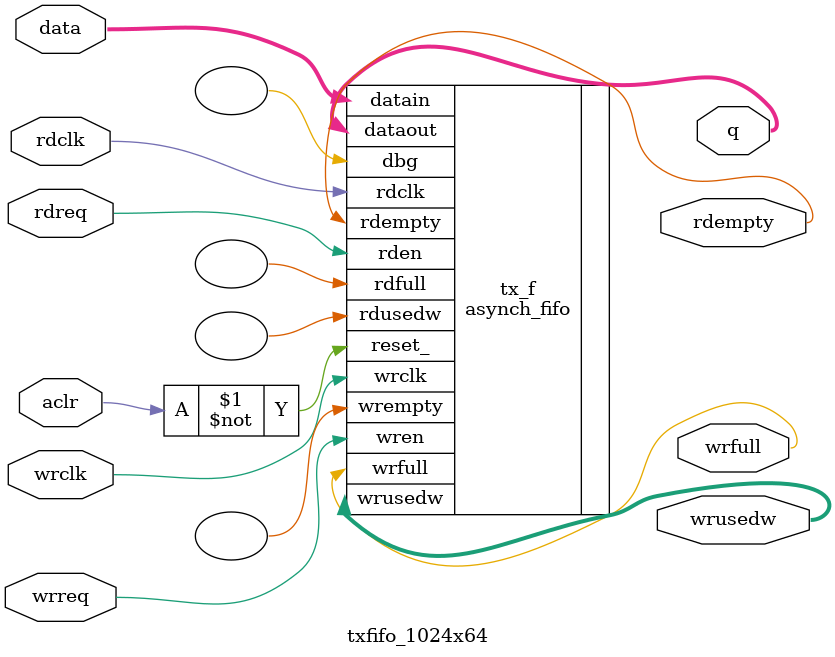
<source format=v>
/* PREHEADER */

`define true  1'b1

`define false 1'b0

/* END OF PREHEADER */
module wrapper(
SYS_ADDR,
TCORE_MODE,
__ILA_I_clk,
__ILA_I_host_addr,
__ILA_I_mac_ctrl,
__ILA_I_mac_ctrl_1,
__ILA_I_mac_rxv_en,
__ILA_I_phy_rst,
__ILA_I_reg_clk,
__ILA_I_reg_read_start,
__ILA_I_rst,
clk,
cs_fifo_rd_en,
dummy_reset,
fail_over,
fmac_ctrl,
fmac_ctrl1,
fmac_rxd_en,
fmac_speed,
gige_clk,
gmii_rx_dv,
gmii_rxc,
gmii_rxd,
host_addr_reg,
mac_addr0,
mac_pause_value,
mcast_saddr,
reg_rd_done,
reg_rd_start,
reset_,
rst,
rx_mac_rd,
rx_mac_rd_cycle,
sfp_los,
tx_mac_data,
tx_mac_wr,
xauiA_clk,
FIFO_OV_IPEND,
FMAC_REGDOUT,
__ILA_SO_FMAC_RX_BYTE_CNT_HI,
__ILA_SO_FMAC_RX_BYTE_CNT_LO,
__ILA_SO_FMAC_RX_PKT_CNT_HI,
__ILA_SO_FMAC_RX_PKT_CNT_LO,
__ILA_SO_FMAC_TX_BYTE_CNT,
__ILA_SO_FMAC_TX_PKT_CNT,
__ILA_SO_link_up,
__ILA_SO_lmac_read_reg_cache_val,
__ILA_SO_lmac_read_reg_cycle_cnt,
__ILA_SO_mac_reg_d_out,
__ILA_SO_read_reg_done_out,
additional_mapping_control_assume__m1__,
additional_mapping_control_assume__m2__,
additional_mapping_control_assume__m3__,
additional_mapping_control_assume__m4__,
additional_mapping_control_assume__m5__,
cs_fifo_empty,
gmii_tx_en,
gmii_tx_vld,
gmii_txc,
gmii_txd,
ipcs_fifo_dout,
issue_decode__m6__,
issue_valid__m7__,
noreset__m0__,
rx_mac_ctrl,
rx_mac_data,
rx_mac_empty,
rx_mac_full_dbg,
rx_mac_usedw_dbg,
tx_mac_full,
tx_mac_usedw,
xauiA_linkup,
__CYCLE_CNT__,
__START__,
__STARTED__,
__ENDED__,
__RESETED__
);
input      [3:0] SYS_ADDR;
input            TCORE_MODE;
input            __ILA_I_clk;
input     [15:0] __ILA_I_host_addr;
input     [31:0] __ILA_I_mac_ctrl;
input     [31:0] __ILA_I_mac_ctrl_1;
input            __ILA_I_mac_rxv_en;
input            __ILA_I_phy_rst;
input            __ILA_I_reg_clk;
input            __ILA_I_reg_read_start;
input            __ILA_I_rst;
input            clk;
input            cs_fifo_rd_en;
input            dummy_reset;
input            fail_over;
input     [31:0] fmac_ctrl;
input     [31:0] fmac_ctrl1;
input            fmac_rxd_en;
input      [1:0] fmac_speed;
input            gige_clk;
input            gmii_rx_dv;
input            gmii_rxc;
input      [7:0] gmii_rxd;
input     [15:0] host_addr_reg;
input     [47:0] mac_addr0;
input     [31:0] mac_pause_value;
input     [47:0] mcast_saddr;
input            reg_rd_done;
input            reg_rd_start;
input            reset_;
input            rst;
input            rx_mac_rd;
input            rx_mac_rd_cycle;
input            sfp_los;
input     [63:0] tx_mac_data;
input            tx_mac_wr;
input            xauiA_clk;
output            FIFO_OV_IPEND;
output     [31:0] FMAC_REGDOUT;
output     [31:0] __ILA_SO_FMAC_RX_BYTE_CNT_HI;
output     [31:0] __ILA_SO_FMAC_RX_BYTE_CNT_LO;
output     [31:0] __ILA_SO_FMAC_RX_PKT_CNT_HI;
output     [31:0] __ILA_SO_FMAC_RX_PKT_CNT_LO;
output     [31:0] __ILA_SO_FMAC_TX_BYTE_CNT;
output     [31:0] __ILA_SO_FMAC_TX_PKT_CNT;
output            __ILA_SO_link_up;
output     [31:0] __ILA_SO_lmac_read_reg_cache_val;
output      [7:0] __ILA_SO_lmac_read_reg_cycle_cnt;
output     [31:0] __ILA_SO_mac_reg_d_out;
output            __ILA_SO_read_reg_done_out;
output            additional_mapping_control_assume__m1__;
output            additional_mapping_control_assume__m2__;
output            additional_mapping_control_assume__m3__;
output            additional_mapping_control_assume__m4__;
output            additional_mapping_control_assume__m5__;
output            cs_fifo_empty;
output            gmii_tx_en;
output            gmii_tx_vld;
output            gmii_txc;
output      [7:0] gmii_txd;
output     [63:0] ipcs_fifo_dout;
output            issue_decode__m6__;
output            issue_valid__m7__;
output            noreset__m0__;
output      [7:0] rx_mac_ctrl;
output     [63:0] rx_mac_data;
output            rx_mac_empty;
output            rx_mac_full_dbg;
output     [11:0] rx_mac_usedw_dbg;
output            tx_mac_full;
output     [12:0] tx_mac_usedw;
output            xauiA_linkup;
output reg      [3:0] __CYCLE_CNT__;
output reg            __START__;
output reg            __STARTED__;
output reg            __ENDED__;
output reg            __RESETED__;
(* keep *) wire            FIFO_OV_IPEND;
(* keep *) wire     [31:0] FMAC_REGDOUT;
(* keep *) wire      [3:0] SYS_ADDR;
(* keep *) wire            TCORE_MODE;
(* keep *) wire            __IEND__;
(* keep *) wire            __ILA_I_clk;
(* keep *) wire     [15:0] __ILA_I_host_addr;
(* keep *) wire     [31:0] __ILA_I_mac_ctrl;
(* keep *) wire     [31:0] __ILA_I_mac_ctrl_1;
(* keep *) wire            __ILA_I_mac_rxv_en;
(* keep *) wire            __ILA_I_phy_rst;
(* keep *) wire            __ILA_I_reg_clk;
(* keep *) wire            __ILA_I_reg_read_start;
(* keep *) wire            __ILA_I_rst;
(* keep *) wire     [31:0] __ILA_SO_FMAC_RX_BYTE_CNT_HI;
(* keep *) wire     [31:0] __ILA_SO_FMAC_RX_BYTE_CNT_LO;
(* keep *) wire     [31:0] __ILA_SO_FMAC_RX_PKT_CNT_HI;
(* keep *) wire     [31:0] __ILA_SO_FMAC_RX_PKT_CNT_LO;
(* keep *) wire     [31:0] __ILA_SO_FMAC_TX_BYTE_CNT;
(* keep *) wire     [31:0] __ILA_SO_FMAC_TX_PKT_CNT;
(* keep *) wire            __ILA_SO_link_up;
(* keep *) wire     [31:0] __ILA_SO_lmac_read_reg_cache_val;
(* keep *) wire      [7:0] __ILA_SO_lmac_read_reg_cycle_cnt;
(* keep *) wire     [31:0] __ILA_SO_mac_reg_d_out;
(* keep *) wire            __ILA_SO_read_reg_done_out;
(* keep *) wire            __ILA_lmac_decode_of_READ_FMAC_RX_PKT_CNT_LO__;
(* keep *) wire            __ILA_lmac_valid__;
(* keep *) wire            __ISSUE__;
(* keep *) wire            additional_mapping_control_assume__m1__;
(* keep *) wire            additional_mapping_control_assume__m2__;
(* keep *) wire            additional_mapping_control_assume__m3__;
(* keep *) wire            additional_mapping_control_assume__m4__;
(* keep *) wire            additional_mapping_control_assume__m5__;
wire            clk;
(* keep *) wire            cs_fifo_empty;
(* keep *) wire            cs_fifo_rd_en;
(* keep *) wire            dummy_reset;
(* keep *) wire            fail_over;
(* keep *) wire     [31:0] fmac_ctrl;
(* keep *) wire     [31:0] fmac_ctrl1;
(* keep *) wire            fmac_rxd_en;
(* keep *) wire      [1:0] fmac_speed;
(* keep *) wire            gige_clk;
(* keep *) wire            gmii_rx_dv;
(* keep *) wire            gmii_rxc;
(* keep *) wire      [7:0] gmii_rxd;
(* keep *) wire            gmii_tx_en;
(* keep *) wire            gmii_tx_vld;
(* keep *) wire            gmii_txc;
(* keep *) wire      [7:0] gmii_txd;
(* keep *) wire     [15:0] host_addr_reg;
(* keep *) wire     [63:0] ipcs_fifo_dout;
(* keep *) wire            issue_decode__m6__;
(* keep *) wire            issue_valid__m7__;
(* keep *) wire     [47:0] mac_addr0;
(* keep *) wire     [31:0] mac_pause_value;
(* keep *) wire     [47:0] mcast_saddr;
(* keep *) wire            noreset__m0__;
(* keep *) wire            reg_rd_done;
(* keep *) wire            reg_rd_start;
(* keep *) wire            reset_;
wire            rst;
(* keep *) wire      [7:0] rx_mac_ctrl;
(* keep *) wire     [63:0] rx_mac_data;
(* keep *) wire            rx_mac_empty;
(* keep *) wire            rx_mac_full_dbg;
(* keep *) wire            rx_mac_rd;
(* keep *) wire            rx_mac_rd_cycle;
(* keep *) wire     [11:0] rx_mac_usedw_dbg;
(* keep *) wire            sfp_los;
(* keep *) wire     [63:0] tx_mac_data;
(* keep *) wire            tx_mac_full;
(* keep *) wire     [12:0] tx_mac_usedw;
(* keep *) wire            tx_mac_wr;
(* keep *) wire            xauiA_clk;
(* keep *) wire            xauiA_linkup;
assign noreset__m0__ =  (~__RESETED__) || (dummy_reset == 0)  ;
always @(posedge clk) begin
if (rst) __CYCLE_CNT__ <= 0;
else if ( ( __START__ || __STARTED__ ) &&  __CYCLE_CNT__ < 10) __CYCLE_CNT__ <= __CYCLE_CNT__ + 1;
end
always @(posedge clk) begin
if (rst) __START__ <= 0;
else if (__START__ || __STARTED__) __START__ <= 0;
else if (__ISSUE__) __START__ <= 1;
end
always @(posedge clk) begin
if (rst) __STARTED__ <= 0;
else if (__START__) __STARTED__ <= 1;
end
always @(posedge clk) begin
if (rst) __ENDED__ <= 0;
else if (__IEND__) __ENDED__ <= 1;
end
always @(posedge clk) begin
if (rst) __RESETED__ <= 1;
end
assign additional_mapping_control_assume__m1__ = (m1.xram_wr & m1.xram_stb) == __MEM_XRAM_0_wen ;
assign additional_mapping_control_assume__m2__ = (~ ( m0.cmd == 2 )) || ( m1.wr == 1) ;
assign additional_mapping_control_assume__m3__ = (~ ( m0.cmd == 1 )) || ( m1.wr == 0) ;
assign additional_mapping_control_assume__m4__ =  m1.xram_addr ==  __MEM_XRAM_0_raddr  ;
assign additional_mapping_control_assume__m5__ =  m1.xram_addr ==  __MEM_XRAM_0_waddr  ;
assign __IEND__ = (`false|| ( __CYCLE_CNT__ == 4'd5)) && __STARTED__ && (~ __ENDED__) ;
assign issue_decode__m6__ = (~ __START__) || (__ILA_lmac_decode_of_READ_FMAC_RX_PKT_CNT_LO__) ;
assign issue_valid__m7__ = (~ __START__) || (__ILA_lmac_valid__) ;
assign __ISSUE__ = 1 ;

lmac__DOT__READ_FMAC_RX_PKT_CNT_LO m0 (
   .__START__(__START__),
   .clk(clk),
   .host_addr(__ILA_I_host_addr),
   .mac_ctrl(__ILA_I_mac_ctrl),
   .mac_ctrl_1(__ILA_I_mac_ctrl_1),
   .mac_rxv_en(__ILA_I_mac_rxv_en),
   .phy_rst(__ILA_I_phy_rst),
   .reg_clk(__ILA_I_reg_clk),
   .reg_read_start(__ILA_I_reg_read_start),
   .rst(rst),
   .__ILA_lmac_decode_of_READ_FMAC_RX_PKT_CNT_LO__(__ILA_lmac_decode_of_READ_FMAC_RX_PKT_CNT_LO__),
   .__ILA_lmac_valid__(__ILA_lmac_valid__),
   .link_up(__ILA_SO_link_up),
   .read_reg_done_out(__ILA_SO_read_reg_done_out),
   .mac_reg_d_out(__ILA_SO_mac_reg_d_out),
   .FMAC_TX_PKT_CNT(__ILA_SO_FMAC_TX_PKT_CNT),
   .FMAC_RX_PKT_CNT_LO(__ILA_SO_FMAC_RX_PKT_CNT_LO),
   .FMAC_RX_PKT_CNT_HI(__ILA_SO_FMAC_RX_PKT_CNT_HI),
   .FMAC_TX_BYTE_CNT(__ILA_SO_FMAC_TX_BYTE_CNT),
   .FMAC_RX_BYTE_CNT_LO(__ILA_SO_FMAC_RX_BYTE_CNT_LO),
   .FMAC_RX_BYTE_CNT_HI(__ILA_SO_FMAC_RX_BYTE_CNT_HI),
   .lmac_read_reg_cycle_cnt(__ILA_SO_lmac_read_reg_cycle_cnt),
   .lmac_read_reg_cache_val(__ILA_SO_lmac_read_reg_cache_val),
   .__COUNTER_start__n3()
);
LMAC_CORE_TOP m1(
    .FIFO_OV_IPEND(FIFO_OV_IPEND),
    .FMAC_REGDOUT(FMAC_REGDOUT),
    .SYS_ADDR(SYS_ADDR),
    .TCORE_MODE(TCORE_MODE),
    .clk(clk),
    .cs_fifo_empty(cs_fifo_empty),
    .cs_fifo_rd_en(cs_fifo_rd_en),
    .fail_over(fail_over),
    .fmac_ctrl(fmac_ctrl),
    .fmac_ctrl1(fmac_ctrl1),
    .fmac_rxd_en(fmac_rxd_en),
    .fmac_speed(fmac_speed),
    .gige_clk(gige_clk),
    .gmii_rx_dv(gmii_rx_dv),
    .gmii_rxc(gmii_rxc),
    .gmii_rxd(gmii_rxd),
    .gmii_tx_en(gmii_tx_en),
    .gmii_tx_vld(gmii_tx_vld),
    .gmii_txc(gmii_txc),
    .gmii_txd(gmii_txd),
    .host_addr_reg(host_addr_reg),
    .ipcs_fifo_dout(ipcs_fifo_dout),
    .mac_addr0(mac_addr0),
    .mac_pause_value(mac_pause_value),
    .mcast_saddr(mcast_saddr),
    .reg_rd_done(reg_rd_done),
    .reg_rd_start(reg_rd_start),
    .reset_(reset_),
    .rx_mac_ctrl(rx_mac_ctrl),
    .rx_mac_data(rx_mac_data),
    .rx_mac_empty(rx_mac_empty),
    .rx_mac_full_dbg(rx_mac_full_dbg),
    .rx_mac_rd(rx_mac_rd),
    .rx_mac_rd_cycle(rx_mac_rd_cycle),
    .rx_mac_usedw_dbg(rx_mac_usedw_dbg),
    .sfp_los(sfp_los),
    .tx_mac_data(tx_mac_data),
    .tx_mac_full(tx_mac_full),
    .tx_mac_usedw(tx_mac_usedw),
    .tx_mac_wr(tx_mac_wr),
    .xauiA_clk(xauiA_clk),
    .xauiA_linkup(xauiA_linkup)
);
endmodule
module lmac__DOT__READ_FMAC_RX_PKT_CNT_LO(
__START__,
clk,
host_addr,
mac_ctrl,
mac_ctrl_1,
mac_rxv_en,
phy_rst,
reg_clk,
reg_read_start,
rst,
__ILA_lmac_decode_of_READ_FMAC_RX_PKT_CNT_LO__,
__ILA_lmac_valid__,
link_up,
read_reg_done_out,
mac_reg_d_out,
FMAC_TX_PKT_CNT,
FMAC_RX_PKT_CNT_LO,
FMAC_RX_PKT_CNT_HI,
FMAC_TX_BYTE_CNT,
FMAC_RX_BYTE_CNT_LO,
FMAC_RX_BYTE_CNT_HI,
lmac_read_reg_cycle_cnt,
lmac_read_reg_cache_val,
__COUNTER_start__n3
);
input            __START__;
input            clk;
input     [15:0] host_addr;
input     [31:0] mac_ctrl;
input     [31:0] mac_ctrl_1;
input            mac_rxv_en;
input            phy_rst;
input            reg_clk;
input            reg_read_start;
input            rst;
output            __ILA_lmac_decode_of_READ_FMAC_RX_PKT_CNT_LO__;
output            __ILA_lmac_valid__;
output reg            link_up;
output reg            read_reg_done_out;
output reg     [31:0] mac_reg_d_out;
output reg     [31:0] FMAC_TX_PKT_CNT;
output reg     [31:0] FMAC_RX_PKT_CNT_LO;
output reg     [31:0] FMAC_RX_PKT_CNT_HI;
output reg     [31:0] FMAC_TX_BYTE_CNT;
output reg     [31:0] FMAC_RX_BYTE_CNT_LO;
output reg     [31:0] FMAC_RX_BYTE_CNT_HI;
output reg      [7:0] lmac_read_reg_cycle_cnt;
output reg     [31:0] lmac_read_reg_cache_val;
output reg      [7:0] __COUNTER_start__n3;
(* keep *) wire     [31:0] FMAC_RX_BYTE_CNT_HI_randinit;
(* keep *) wire     [31:0] FMAC_RX_BYTE_CNT_LO_randinit;
(* keep *) wire     [31:0] FMAC_RX_PKT_CNT_HI_randinit;
(* keep *) wire     [31:0] FMAC_RX_PKT_CNT_LO_randinit;
(* keep *) wire     [31:0] FMAC_TX_BYTE_CNT_randinit;
(* keep *) wire     [31:0] FMAC_TX_PKT_CNT_randinit;
wire            __ILA_lmac_decode_of_READ_FMAC_RX_PKT_CNT_LO__;
wire            __ILA_lmac_valid__;
wire            __START__;
wire            clk;
wire     [15:0] host_addr;
(* keep *) wire            link_up_randinit;
(* keep *) wire     [31:0] lmac_read_reg_cache_val_randinit;
(* keep *) wire      [7:0] lmac_read_reg_cycle_cnt_randinit;
wire     [31:0] mac_ctrl;
wire     [31:0] mac_ctrl_1;
(* keep *) wire     [31:0] mac_reg_d_out_randinit;
wire            mac_rxv_en;
wire            n0____DOLLAR__122;
wire            n1____DOLLAR__117;
wire            n2____DOLLAR__124;
wire            phy_rst;
(* keep *) wire            read_reg_done_out_randinit;
wire            reg_clk;
wire            reg_read_start;
wire            rst;
assign __ILA_lmac_valid__ = 1'b1 ;
assign n0____DOLLAR__122 =  ( reg_read_start ) == ( 1'b1 )  ;
assign n1____DOLLAR__117 =  ( host_addr ) == ( 16'd4136 )  ;
assign n2____DOLLAR__124 =  ( n0____DOLLAR__122 ) & (n1____DOLLAR__117 )  ;
assign __ILA_lmac_decode_of_READ_FMAC_RX_PKT_CNT_LO__ = n2____DOLLAR__124 ;
always @(posedge clk) begin
   if(rst) begin
       link_up <= link_up_randinit ;
       read_reg_done_out <= read_reg_done_out_randinit ;
       mac_reg_d_out <= mac_reg_d_out_randinit ;
       FMAC_TX_PKT_CNT <= FMAC_TX_PKT_CNT_randinit ;
       FMAC_RX_PKT_CNT_LO <= FMAC_RX_PKT_CNT_LO_randinit ;
       FMAC_RX_PKT_CNT_HI <= FMAC_RX_PKT_CNT_HI_randinit ;
       FMAC_TX_BYTE_CNT <= FMAC_TX_BYTE_CNT_randinit ;
       FMAC_RX_BYTE_CNT_LO <= FMAC_RX_BYTE_CNT_LO_randinit ;
       FMAC_RX_BYTE_CNT_HI <= FMAC_RX_BYTE_CNT_HI_randinit ;
       lmac_read_reg_cycle_cnt <= lmac_read_reg_cycle_cnt_randinit ;
       lmac_read_reg_cache_val <= lmac_read_reg_cache_val_randinit ;
       __COUNTER_start__n3 <= 0;
   end
   else if(__START__ && __ILA_lmac_valid__) begin
       if ( __ILA_lmac_decode_of_READ_FMAC_RX_PKT_CNT_LO__ ) begin 
           __COUNTER_start__n3 <= 1; end
       else if( (__COUNTER_start__n3 >= 1 ) && ( __COUNTER_start__n3 < 255 )) begin
           __COUNTER_start__n3 <= __COUNTER_start__n3 + 1; end
       if (__ILA_lmac_decode_of_READ_FMAC_RX_PKT_CNT_LO__) begin
           link_up <= link_up ;
       end
       if (__ILA_lmac_decode_of_READ_FMAC_RX_PKT_CNT_LO__) begin
           read_reg_done_out <= read_reg_done_out ;
       end
       if (__ILA_lmac_decode_of_READ_FMAC_RX_PKT_CNT_LO__) begin
           mac_reg_d_out <= mac_reg_d_out ;
       end
       if (__ILA_lmac_decode_of_READ_FMAC_RX_PKT_CNT_LO__) begin
           FMAC_TX_PKT_CNT <= FMAC_TX_PKT_CNT ;
       end
       if (__ILA_lmac_decode_of_READ_FMAC_RX_PKT_CNT_LO__) begin
           FMAC_RX_PKT_CNT_LO <= FMAC_RX_PKT_CNT_LO ;
       end
       if (__ILA_lmac_decode_of_READ_FMAC_RX_PKT_CNT_LO__) begin
           FMAC_RX_PKT_CNT_HI <= FMAC_RX_PKT_CNT_HI ;
       end
       if (__ILA_lmac_decode_of_READ_FMAC_RX_PKT_CNT_LO__) begin
           FMAC_TX_BYTE_CNT <= FMAC_TX_BYTE_CNT ;
       end
       if (__ILA_lmac_decode_of_READ_FMAC_RX_PKT_CNT_LO__) begin
           FMAC_RX_BYTE_CNT_LO <= FMAC_RX_BYTE_CNT_LO ;
       end
       if (__ILA_lmac_decode_of_READ_FMAC_RX_PKT_CNT_LO__) begin
           FMAC_RX_BYTE_CNT_HI <= FMAC_RX_BYTE_CNT_HI ;
       end
       if (__ILA_lmac_decode_of_READ_FMAC_RX_PKT_CNT_LO__) begin
           lmac_read_reg_cycle_cnt <= 8'd1 ;
       end
       if (__ILA_lmac_decode_of_READ_FMAC_RX_PKT_CNT_LO__) begin
           lmac_read_reg_cache_val <= FMAC_RX_PKT_CNT_LO ;
       end
   end
end
endmodule
//
// Copyright (C) 2018 LeWiz Communications, Inc. 
// 
// This library is free software; you can redistribute it and/or
// modify it under the terms of the GNU Lesser General Public
// License as published by the Free Software Foundation; either
// version 2.1 of the License, or (at your option) any later version.
// 
// This library is distributed in the hope that it will be useful,
// but WITHOUT ANY WARRANTY; without even the implied warranty of
// MERCHANTABILITY or FITNESS FOR A PARTICULAR PURPOSE.  See the GNU
// Lesser General Public License for more details.
// 
// You should have received a copy of the GNU Lesser General Public
// License along with this library release; if not, write to the Free Software
// Foundation, Inc., 51 Franklin Street, Fifth Floor, Boston, MA  02110-1301  USA
// 
// LeWiz can be contacted at:  support@lewiz.com
// or address:  
// PO Box 9276
// San Jose, CA 95157-9276
// www.lewiz.com
// 
//    Author: LeWiz Communications, Inc.
//    Language: Verilog
//


// synopsys translate_off
`timescale 1ns/10ps
// synopsys translate_on

module LMAC_CORE_TOP 
		(
		
		clk,				//i-1	250 Mhz		// changed to 125 MHz - 7 june 2018		
		xauiA_clk,			//i-1	156.25 Mhz  // changed to 125 MHz - 7 june 2018
		gige_clk,			//i-1	125MHz
		reset_,				//i-1 	FMAC specific reset
		                
		fmac_speed,		    //i, 1G, 23jul18
		                
		TCORE_MODE	,		//i-1, Always tie to 1		   

		// Interface to TX PATH
		tx_mac_wr,			// i-1
		tx_mac_data,		// i-64
		tx_mac_full,		// o-1
		tx_mac_usedw,		// o-13
		
		// Interface to RX PATH
		rx_mac_data,		// o-64
		rx_mac_ctrl,		//o-8, rsvd, pkt_end, pkt_start
		rx_mac_empty,		// o-1
		rx_mac_rd,			// i-1
		rx_mac_rd_cycle,	// i-1, from EXTR
		
		//for field debug
		rx_mac_full_dbg,	//o-1
		rx_mac_usedw_dbg,	//o-12
		
		//for pre_CS/parser (I/F to RX Path/EXTR)
		cs_fifo_rd_en 	,	//i-1
		cs_fifo_empty 	,	//o-1
		ipcs_fifo_dout	,	//o-64
		
        //gige_gmii 11 July 2018
		gmii_txd, 
		gmii_txc,
		gmii_tx_en,			//12 july 2018
		gmii_tx_vld,		//17 july 2018  
                        	
		xauiA_linkup,		// o-1, link up for either 10G or 10G mode
		
		// From central decoder	
		host_addr_reg,		// i-16
		SYS_ADDR,			//i-4, system assigned addr for the FMAC
		
		// From mac_register
		fail_over,			// i-1
		fmac_ctrl,			// i-32
		fmac_ctrl1,			// i-32
		
		fmac_rxd_en	,		//i-1, 13jul11
		
		mac_pause_value,	// i-32
		mac_addr0, 			// i-48
		mcast_saddr, 		// i-48
		
		reg_rd_start,		// i-1
		reg_rd_done,		// i-1
		
		// To mac_register
		FMAC_REGDOUT,		// o-32
		FIFO_OV_IPEND,		// o-1

		//gige_rx_gmii signals 16jul2018
		gmii_rxd,			//i-8
		gmii_rxc,			//i-1
		gmii_rx_dv,			//i-1

		sfp_los				//i-1, assign to zero   
			
	);
	
// Clock and Reset
input			clk;				// 250 Mhz
input			xauiA_clk; 			// 156.25 Mhz
input			gige_clk;
input			reset_;

input 	[1:0]	fmac_speed;			//i, 1G, 23jul18

input			TCORE_MODE;

// Interface to TX PATH
input			tx_mac_wr;
input 	[63:0]	tx_mac_data;
output			tx_mac_full;
output 	[12:0]	tx_mac_usedw;
		
// Interface to RX PATH
output 	[63:0]	rx_mac_data;
output	[7:0]	rx_mac_ctrl;
output 			rx_mac_empty;
input			rx_mac_rd;
input			rx_mac_rd_cycle;

//for field debug
output			rx_mac_full_dbg;
output	[11:0]	rx_mac_usedw_dbg;
	
//for pattern search (I/F to RX Path/EXTR)
input			cs_fifo_rd_en 	;	//i-1
output			cs_fifo_empty 	;	
output	[63:0]	ipcs_fifo_dout	;		
 
//gige_gmii 11 July 2018
output	[7:0]	gmii_txd; 
output 			gmii_txc;
output 			gmii_tx_en;			//12 july 2018
output 			gmii_tx_vld;		//17 july 2018    
                                    
output			xauiA_linkup;		// to LED on board 

// From central decoder
input 	[15:0]	host_addr_reg;
input	[3:0]	SYS_ADDR;
		
// From mac_register
input			fail_over;
input 	[31:0]	fmac_ctrl;
input 	[31:0]	fmac_ctrl1;
      	
input			fmac_rxd_en	;
      	
input 	[31:0]	mac_pause_value;	// [31:16] = tx_pause_value to send a pause frame, [15:0] = rx_pause_value (not implement)
input 	[47:0]	mac_addr0;			// mac_addr to check in non-promiscuous mode
input 	[47:0]  mcast_saddr;

input			reg_rd_start;
input			reg_rd_done;
		
// To mac_register
output 	[31:0]	FMAC_REGDOUT;
output			FIFO_OV_IPEND;

//gige_rx_gmii signals 16jul2018
input [7:0]		gmii_rxd;			//i-8
input			gmii_rxc;			//i-1
input			gmii_rx_dv;			//i-1
                           
input			sfp_los;			//i-1, assign to zero   

parameter		FMAC_ID = 10;

wire			loopback_en	= fmac_ctrl[2];		// i-1, =1 for loopback
	
wire			cs_fifo_rd_en 	;				// i-1
wire			cs_fifo_empty 	;		
wire	[63:0]	ipcs_fifo_dout	;				//o-64 {cs_tsum 3, 2, 1, 0}
                                           	
wire 	[31:0] 	FMAC_TX_PKT_CNT;
wire 	[31:0] 	FMAC_RX_PKT_CNT_LO;
wire 	[31:0] 	FMAC_RX_PKT_CNT_HI;
wire 	[31:0]	FMAC_TX_BYTE_CNT;
wire 	[31:0] 	FMAC_RX_BYTE_CNT_LO;
wire 	[31:0] 	FMAC_RX_BYTE_CNT_HI;
wire 	[31:0]	FMAC_RX_UNDERSIZE_PKT_CNT;
wire 	[31:0]	FMAC_RX_CRC_ERR_CNT;
wire 	[31:0]  FMAC_DCNT_OVERRUN;
wire 	[31:0]  FMAC_DCNT_LINK_ERR;
wire 	[31:0]	FMAC_PKT_CNT_OVERSIZE;
wire 	[31:0]	FMAC_PKT_CNT_JABBER;
wire 	[31:0]	FMAC_PKT_CNT_FRAGMENT;
wire 	[31:0]	RAW_FRAME_CNT;

wire	[31:0]	BAD_FRAMESOF_CNT ;

wire	[31:0]	STAT_GROUP_LO_DOUT	;			//o-32
wire	[31:0]	STAT_GROUP_HI_DOUT	;		    //o-32
wire	[9:0]	STAT_GROUP_addr		;			//i-10
wire			STAT_GROUP_sel	;
wire			fmac_rx_clr_en	;

reg				xauiA_linkup;
wire			linkup_10g;
wire			linkup_1g;

wire			reg_rd_start;
wire			reg_rd_done;

wire 	[07:0] 	rxc_reorder;
wire 	[63:0] 	rxd_reorder;

wire			br_sof4 ;

reg				tx_auto_clr_en;
reg				rx_auto_clr_en;
reg		[31:0]	fmac_ctrl_dly;
reg		[31:0]	fmac_ctrl1_dly;

wire			write_all_SW			= fmac_ctrl1_dly[18] ;		//default to 0
wire			soft_reconfig_reset		= fmac_ctrl1_dly[19] ;
wire	[2:0]	reconfig_mode_sel_SW 	= fmac_ctrl1_dly[22:20];



//gige_rx_gmii
wire	[63:0]	gige_rx_dout;
wire	[7:0]	gige_rx_cout;


reg			xaui_mode;				//	= (fmac_speed == 2'b00);


always @(posedge clk)
	begin
	
	tx_auto_clr_en			<=	fmac_ctrl[6];
	rx_auto_clr_en			<=	fmac_ctrl[7];
		//rebuffering
	fmac_ctrl_dly			<=	fmac_ctrl	;
	fmac_ctrl1_dly[31:18]	<=	fmac_ctrl1[31:18]	;
	fmac_ctrl1_dly[17:16]	<=	2'b00	;
	fmac_ctrl1_dly[15:0]	<=	fmac_ctrl1[15:0]	;
	
	end

			  		
always @ (posedge xauiA_clk)
begin

	xaui_mode	= (fmac_speed == 2'b00);	  //may need to be on coreclkout domain

	xauiA_linkup		<= 
		xaui_mode ? linkup_10g :
		linkup_1g	;
		
		
end



tcore_fmac_core #(FMAC_ID) core(

	// clock & reset
	.usr_clk  			(clk),       			// i-1	125 Mhz    
	.xaui_clk 			(xauiA_clk),  			// i-1	125 Mhz    
	.usr_rst_ 			(reset_),  				// i-1   			
	.fmac_speed 		(fmac_speed)    ,   	// i-2
	            		                    	
	.TCORE_MODE 		(TCORE_MODE),    		// i-1 	
	
	// register config
	.tx_xo_en			(fmac_ctrl[0]),			// i-1
	.rx_xo_en			(fmac_ctrl[1]),			// i-1   
	.bcast_en			(fmac_ctrl[11]),		// i-1  
	.prom_mode			(fmac_ctrl[4]),   		// i-1  
	.mac_addr0			(mac_addr0),    		// i-48 
	.mcast_en			(1'b0),                	// i-1 filter not needed for TCP codes
	.mcast_saddr		(mcast_saddr),			// i-48
	.rx_size			(12'h100),        		// i-12
	.rx_check_crc 		(fmac_ctrl[3]),   		// i-1 , CRC_EN bit
	
	// txfifo interface
	.txfifo_din 		(tx_mac_data),    		// i-64
	.txfifo_wr_en		(tx_mac_wr),    		// i-1 
	.txfifo_full 		(tx_mac_full),   		// o-1 
	.txfifo_usedw 		(tx_mac_usedw), 		// o-13
	
	// tx_encap interface
	.mac_pause_value	(mac_pause_value), 		// i-32
	.tx_b2b_dly			(fmac_ctrl[9:8]),		// i-2
	
	// rxfifo interface
	.rxfifo_rd_cycle 	(rx_mac_rd_cycle),     	// i-1 
	.rxfifo_rd_en 		(rx_mac_rd),     		// i-1 
	.rxfifo_dout 		(rx_mac_data),    		// o-64
	.rxfifo_ctrl_dout	(rx_mac_ctrl),			// o-8
	.rxfifo_empty 		(rx_mac_empty),  		// o-1  (rdempty 250MHz)
	
	//for debug
	.rxfifo_full_dbg	(rx_mac_full_dbg),		//o-1
	.rxfifo_usedw_dbg	(rx_mac_usedw_dbg),		//o-12
	
	//not used
	.drx_pkt_data 		(),    					//o-64	     
	.drx_pkt_start 		(),     				//o-1		     
	.drx_pkt_end 		(),     				//o-1		     
	.drx_pkt_we 		(),     				//o-1		     
	.drx_pkt_beat_bcnt 	(),  					//o-3	 
	.drx_pkt_be 		(),     				//o-8	 
	.drx_crc32 			(),     				//o-32	
	.drx_crc_vld 		(),     				//o-1		     
	.drx_crc_err 		(),     				//o-1		     
	.drx_crc_err_dly1 	(),     				//o-1		     
	
	//pre-parser FIFO
	.cs_fifo_rd_en		(cs_fifo_rd_en),		//i-1
	.ipcs_fifo_dout		(ipcs_fifo_dout),		//o-64, {32'b0, fpseudo, fast_ipsum}
	.cs_fifo_empty		(cs_fifo_empty),		//o-1, for EXTR	
	    
	// rx_xgmii            	
	.xgmii_rxc			(rxc_reorder), 			//i-8    
	.xgmii_rxd			(rxd_reorder), 			//i-64    
	.xgmii_rxp			(8'h00),       			//i-8, intended for PORT ID but not used (use fmac_id) 
                         	
	.br_sof4			(br_sof4),				//i-4
                         	
	.fmac_ctrl1_dly		(fmac_ctrl1_dly),		//i-32
	.fmac_rxd_en		(fmac_rxd_en),			//i-1
	    
	//gige_gmii 11 July 2018            	
	.gmii_txd 			(gmii_txd), 
	.gmii_txc 			(gmii_txc),
	.gmii_tx_en 		(gmii_tx_en),			//12 july 2018
	.gmii_tx_vld 		(gmii_tx_vld),			//17 july 2018
	         
	//11 July 2018 GMII       	
	.linkup_1g			(xauiA_linkup),			// i-1
	.gige_clk 			(gige_clk),				// i-1


	
	// to mac_register.v
	.FMAC_TX_PKT_CNT	(FMAC_TX_PKT_CNT),  	// o-32
	.FMAC_RX_PKT_CNT_LO	(FMAC_RX_PKT_CNT_LO),   // o-32
	.FMAC_RX_PKT_CNT_HI	(FMAC_RX_PKT_CNT_HI),   // o-32
	
	.FMAC_TX_BYTE_CNT	(FMAC_TX_BYTE_CNT),		// o-32
	.FMAC_RX_BYTE_CNT_LO(FMAC_RX_BYTE_CNT_LO),  // o-32
	.FMAC_RX_BYTE_CNT_HI(FMAC_RX_BYTE_CNT_HI),  // o-32
	
	.STAT_GROUP_LO_DOUT	(STAT_GROUP_LO_DOUT),	//o-32
	.STAT_GROUP_HI_DOUT	(STAT_GROUP_HI_DOUT),	//o-32
	.STAT_GROUP_addr	(STAT_GROUP_addr) ,		//i-10
	.STAT_GROUP_sel		(STAT_GROUP_sel) ,		//i-1
	.fmac_rx_clr_en		(fmac_rx_clr_en),		//i-1
	
	.FMAC_RX_UNDERSIZE_PKT_CNT	(FMAC_RX_UNDERSIZE_PKT_CNT),	// o-32	[CORE]
	.FMAC_RX_CRC_ERR_CNT		(FMAC_RX_CRC_ERR_CNT),			// o-32
	.FMAC_DCNT_OVERRUN			(FMAC_DCNT_OVERRUN),			// o-32
	.FMAC_DCNT_LINK_ERR			(FMAC_DCNT_LINK_ERR),			// o-32  
	.FMAC_PKT_CNT_OVERSIZE		(FMAC_PKT_CNT_OVERSIZE),		// o-32 
	.FIFO_OV_IPEND				(FIFO_OV_IPEND),				// o-1 
	 
	.FMAC_PKT_CNT_JABBER		(FMAC_PKT_CNT_JABBER),			// o-32		
	.FMAC_PKT_CNT_FRAGMENT		(FMAC_PKT_CNT_FRAGMENT)			// o-32	
	
);
	
tcore_byte_reordering byte_reordering(

	.clk250 			(clk), 			// i-1
	.xaui_clk 			(xauiA_clk), 	// i-1
	.reset_				(reset_),   	// i-1
	.fmac_rxd_en 		(fmac_rxd_en),	//i-1
	
	.xaui_mode			(xaui_mode),   	// i-1
	
	.data_in			(gige_rx_dout), // i-64
	.ctrl_in			(gige_rx_cout), // i-8
	
	.data_out			(rxd_reorder), 	// o-64		//-- use pkt_gen for simulation ???
	.ctrl_out			(rxc_reorder), 	// o-8		//-- use pkt_gen for simulation ???
	
	.br_sof4			(br_sof4),		//o-1, byte_reorder sof4
	
	.RAW_FRAME_CNT 		(RAW_FRAME_CNT ),		//o-32, 250MHz domain
	.BAD_FRAMESOF_CNT	(BAD_FRAMESOF_CNT ),	//o-32, 250MHz domain
	.init_done			(1'b1),					// i-1	//16aug18 kp
	.linkup				(linkup_10g),			// o-1, 10G link up, 
	
	.br_trig 			()				//o-1
	);
	
	
gige_rx gige_rx (
	
	.clk			(clk),				// i-1                                                                                                                                                
	.reset_			(reset_),			// i-1 
	.fmac_speed		(fmac_speed),		// i-2                                                                                                                                           
	                                                                                                                                                 
	.data_in_s2p	(gmii_rxd),			// i-8                                                                                                                                     
	.ctrl_in_s2p	(gmii_rxc),			// i-1                                                                                                                                     
	.pdet_in_s2p	(gmii_rxc),			// i-1		//same as ctrl_in 
	.gmii_rx_dv		(gmii_rx_dv),		// i-1                                                                                                                                        
	                                                                                                                                                 
	.loopback_en	(loopback_en),		// i-1   	//assign to zero                                                                                                                                
	.sfp_los		(sfp_los),			// i-1		//assign to zero                                                                                                                                   

	.gige_rx_dout	(gige_rx_dout),		// o-64
	.gige_rx_cout	(gige_rx_cout),     // o-8
	
	.linkup			(linkup_1g),	    // o-1
	
	.dbg			()
	
	);

	
	
fmac_register_if fmac_register_if(
	.clk						(clk),     					// i-1
    .reset_						(reset_),  					// i-1
                                                        	
    // Statistic Registers                              	
    	//REGULAR GROUP                                 	     	
    .fmac_ctrl_dly				(fmac_ctrl_dly)	,			//i-32
    .fmac_ctrl1					(fmac_ctrl1)	,			//i-32
                                                        	
    .FMAC_TX_PKT_CNT			(FMAC_TX_PKT_CNT),  		// i-32
    .FMAC_RX_PKT_CNT_LO			(FMAC_RX_PKT_CNT_LO),   	// i-32
    .FMAC_RX_PKT_CNT_HI			(FMAC_RX_PKT_CNT_HI),   	// i-32
                                                        	
    .FMAC_TX_BYTE_CNT			(FMAC_TX_BYTE_CNT),			// i-32
	.FMAC_RX_BYTE_CNT_LO		(FMAC_RX_BYTE_CNT_LO),  	// i-32
	.FMAC_RX_BYTE_CNT_HI		(FMAC_RX_BYTE_CNT_HI),  	// i-32
	
	.FMAC_RX_UNDERSIZE_PKT_CNT	(FMAC_RX_UNDERSIZE_PKT_CNT),	// i-32
	.FMAC_RX_CRC_ERR_CNT		(FMAC_RX_CRC_ERR_CNT),			// i-32
	.FMAC_DCNT_OVERRUN			(FMAC_DCNT_OVERRUN),			// i-32
	.FMAC_DCNT_LINK_ERR			(FMAC_DCNT_LINK_ERR),			// i-32
	.FMAC_PKT_CNT_OVERSIZE		(FMAC_PKT_CNT_OVERSIZE),		// i-32
	.FMAC_PHY_STAT				({31'h0, linkup_1g}),		// i-32		//16aug18			
	
	.FMAC_PKT_CNT_JABBER		(FMAC_PKT_CNT_JABBER),		// i-32	
	.FMAC_PKT_CNT_FRAGMENT		(FMAC_PKT_CNT_FRAGMENT),	// i-32
	.FMAC_RAW_FRAME_CNT			(RAW_FRAME_CNT),			// i-32
	.FMAC_BAD_FRAMESOF_CNT		(BAD_FRAMESOF_CNT),			// i-32

	//STATISTIC GROUP
	.STAT_GROUP_LO_DOUT			(STAT_GROUP_LO_DOUT),		//i-32
	.STAT_GROUP_HI_DOUT			(STAT_GROUP_HI_DOUT),		//i-32
	.STAT_GROUP_addr			(STAT_GROUP_addr),			//o-10
	.STAT_GROUP_sel				(STAT_GROUP_sel),			//o-1
	.fmac_rx_clr_en				(fmac_rx_clr_en),			//o-1
	
	// Interface to mac_register
	.reg_rd_start				(reg_rd_start),				// i-1
	.reg_rd_done				(reg_rd_done),				// i-1
	.host_addr_reg				(host_addr_reg),			// i-16
	.SYS_ADDR					(SYS_ADDR),					//i-4
	
	.rx_auto_clr_en				(rx_auto_clr_en),			//i-1
	.tx_auto_clr_en				(tx_auto_clr_en),			//i-1
	
	.FMAC_REGDOUT				(FMAC_REGDOUT)				// o-32
	
    );
        
    
endmodule
//
// Copyright (C) 2018 LeWiz Communications, Inc. 
// 
// This library is free software; you can redistribute it and/or
// modify it under the terms of the GNU Lesser General Public
// License as published by the Free Software Foundation; either
// version 2.1 of the License, or (at your option) any later version.
// 
// This library is distributed in the hope that it will be useful,
// but WITHOUT ANY WARRANTY; without even the implied warranty of
// MERCHANTABILITY or FITNESS FOR A PARTICULAR PURPOSE.  See the GNU
// Lesser General Public License for more details.
// 
// You should have received a copy of the GNU Lesser General Public
// License along with this library release; if not, write to the Free Software
// Foundation, Inc., 51 Franklin Street, Fifth Floor, Boston, MA  02110-1301  USA
// 
// LeWiz can be contacted at:  support@lewiz.com
// or address:  
// PO Box 9276
// San Jose, CA 95157-9276
// www.lewiz.com
// 
//    Author: LeWiz Communications, Inc.
//    Language: Verilog
//

`timescale 1ns / 1ns


module br_sfifo4x32

(
			aclr,

			wrclk,  	  // Clk for writing data 
			wrreq,  	  // request to write
			data,   	  // Data coming in 
			wrfull, 	  // indicates fifo is full or not (To avoid overiding)
		            
		    rdclk,  	   // Clk for reading data 
			rdreq,  	   // Request to read from FIFO
			q, 	    	   // Data coming out 
			rdempty,	   // indicates fifo is empty or not (to avoid underflow)
			rdusedw 	   // number of slots currently in use for reading

);	 
    //setting default values.
	parameter WIDTH = 32,
			  DEPTH = 4,
			  PTR	= 2;
			  
			  
			input wire aclr;

			input  wire 				wrclk;     // Clk for writing data
			input  wire 				wrreq;     // request to write
			input  wire [WIDTH-1 : 0]	data;      // Data coming in
			output wire					wrfull;    // indicates fifo is full or not (To avoid overiding)

			input  wire 				rdclk;     // Clk for reading data 
			input  wire 				rdreq;     // Request to read from FIFO
			output wire [WIDTH-1 : 0]	q; 	       // Data coming out
			output wire 				rdempty;   // indicates fifo is empty or not (to avoid underflow)
			output wire [PTR  : 0] 		rdusedw;   // number of slots currently in use for reading

			
			
	asynch_fifo	#(.WIDTH (WIDTH),
					  	  .DEPTH (DEPTH),
					 	  .PTR	 (PTR) )
 										
	asynch_br4x32		  (
			.reset_	(~aclr),
			
			.wrclk	(wrclk),		  // Clk to write data
			.wren	(wrreq),	 	  // write enable
			.datain	(data),			  // write data
			.wrfull	(wrfull),		  // indicates fifo is full or not (To avoid overiding)
			.wrempty(),				  // indicates fifo is empty or not (to avoid underflow)
			.wrusedw(),				  // wrusedw -number of locations filled in fifo

			.rdclk	(rdclk),		  // i-1, Clk to read data
			.rden	(rdreq),		  // i-1, read enable of data FIFO
			.dataout(q),			  // Dataout of data FIFO
			.rdfull	(),				  // indicates fifo is full or not (To avoid overiding) (Not used)
			.rdempty(rdempty),		  // indicates fifo is empty or not (to avoid underflow)
			.rdusedw(rdusedw),		  // rdusedw -number of locations filled in fifo (not used )

			.dbg()

		 );
		 
endmodule
//
// Copyright (C) 2018 LeWiz Communications, Inc. 
// 
// This library is free software; you can redistribute it and/or
// modify it under the terms of the GNU Lesser General Public
// License as published by the Free Software Foundation; either
// version 2.1 of the License, or (at your option) any later version.
// 
// This library is distributed in the hope that it will be useful,
// but WITHOUT ANY WARRANTY; without even the implied warranty of
// MERCHANTABILITY or FITNESS FOR A PARTICULAR PURPOSE.  See the GNU
// Lesser General Public License for more details.
// 
// You should have received a copy of the GNU Lesser General Public
// License along with this library release; if not, write to the Free Software
// Foundation, Inc., 51 Franklin Street, Fifth Floor, Boston, MA  02110-1301  USA
// 
// LeWiz can be contacted at:  support@lewiz.com
// or address:  
// PO Box 9276
// San Jose, CA 95157-9276
// www.lewiz.com
// 
//    Author: LeWiz Communications, Inc.
//    Language: Verilog
//


// synopsys translate_off
`timescale 1ns/1ps
// synopsys translate_on


module bsh32_dn_88 (
	shft,	 //i,
	din,	 //i,
	dout	 //o,
);

   	input  [1:0]                  shft; 
   	input  [87:0]                 din; 
   	output [87:0]                 dout; 
   	
   	wire [87:0]                   shft_data_s0;
   	wire [87:0]                   shft_data_s1;

 	assign shft_data_s0[88-1:0] = shft[0] ? (din >> 32) : din[88-1:0];
 	assign shft_data_s1[88-1:0] = shft[1] ? (shft_data_s0 >> 64) : shft_data_s0;

	//signal remap
	assign dout[88-1:0] = shft_data_s1; 

endmodule


//
// Copyright (C) 2018 LeWiz Communications, Inc. 
// 
// This library is free software; you can redistribute it and/or
// modify it under the terms of the GNU Lesser General Public
// License as published by the Free Software Foundation; either
// version 2.1 of the License, or (at your option) any later version.
// 
// This library is distributed in the hope that it will be useful,
// but WITHOUT ANY WARRANTY; without even the implied warranty of
// MERCHANTABILITY or FITNESS FOR A PARTICULAR PURPOSE.  See the GNU
// Lesser General Public License for more details.
// 
// You should have received a copy of the GNU Lesser General Public
// License along with this library release; if not, write to the Free Software
// Foundation, Inc., 51 Franklin Street, Fifth Floor, Boston, MA  02110-1301  USA
// 
// LeWiz can be contacted at:  support@lewiz.com
// or address:  
// PO Box 9276
// San Jose, CA 95157-9276
// www.lewiz.com
// 
//    Author: LeWiz Communications, Inc.
//    Language: Verilog
//


// synopsys translate_off
`timescale 1ns/1ps
// synopsys translate_on


module bsh8_dn_64 (
   shft,		  //i,
   din,			  //i,
   dout			  //o,
);

  	input  [2:0]                  shft; 
  	input  [63:0]                 din; 
  	output [63:0]                 dout; 
  	
  	wire [63:0]                   shft_data_s0;

 	assign shft_data_s0 = (din >> {shft,3'd0});

 	//signal remap
	assign dout = shft_data_s0; 

endmodule


//
// Copyright (C) 2018 LeWiz Communications, Inc. 
// 
// This library is free software; you can redistribute it and/or
// modify it under the terms of the GNU Lesser General Public
// License as published by the Free Software Foundation; either
// version 2.1 of the License, or (at your option) any later version.
// 
// This library is distributed in the hope that it will be useful,
// but WITHOUT ANY WARRANTY; without even the implied warranty of
// MERCHANTABILITY or FITNESS FOR A PARTICULAR PURPOSE.  See the GNU
// Lesser General Public License for more details.
// 
// You should have received a copy of the GNU Lesser General Public
// License along with this library release; if not, write to the Free Software
// Foundation, Inc., 51 Franklin Street, Fifth Floor, Boston, MA  02110-1301  USA
// 
// LeWiz can be contacted at:  support@lewiz.com
// or address:  
// PO Box 9276
// San Jose, CA 95157-9276
// www.lewiz.com
// 
//    Author: LeWiz Communications, Inc.
//    Language: Verilog
//


// synopsys translate_off
`timescale 1ns/10ps
// synopsys translate_on

module tcore_byte_reordering (
	clk250	,		//i-1
	xaui_clk,
	reset_,
	fmac_rxd_en	,	//i-1, 250MHz domain
	
	xaui_mode,		 //i-1
	
	data_in,		 //i-64
	ctrl_in,		 //i-8
	data_out,		//o-64
	ctrl_out,		//o-8
	br_sof4,		//o-1, special case of SOF & EOF at same time, may contain data
	
	RAW_FRAME_CNT,		//o-32, 250MHz domain
	BAD_FRAMESOF_CNT,	//o-32, 250MHz domain
	init_done,			//i-1
	linkup,				//o-1
	
	br_trig
	
	);

input clk250;
input xaui_clk;
input reset_;
input fmac_rxd_en;				   //register interface signal

input xaui_mode;

input 	[63:0]	data_in;		   //input data
input 	[07:0]	ctrl_in;		   //input ctrl
output	[63:0]	data_out;		   // shifted data out
output	[07:0]	ctrl_out;		   // shifted control out
output			br_sof4;		   // indicates outgoing data is having sof4

output	[31:0]	RAW_FRAME_CNT ;	   //Frame counter
output	[31:0]	BAD_FRAMESOF_CNT ; // bad frames count
input	init_done;
output	linkup;						 //for 10G mode only (not used in 1G mode)

output	br_trig ;

wire	br_trig = 0;
reg		unknown_sof_sticky ;

parameter [2:0]
	LINK_FAIL = 3'h1,
	LINK_RCVR = 3'h2,
	LINK_GOOD = 3'h4;
reg [2:0] state;

reg [4:0] link_cnt;

reg		[63:0]	data_out ;		   //output data
reg		[63:0]	data_in_dly ;	   //buffer input data
reg		[07:0]	ctrl_in_dly ;	   //buffer input control
reg		[07:0]	ctrl_out ;		   // output control
reg				br_sof4 ;		   // pulse indicating outgoing data is sof 4.
reg				sof4_cycle ;	   // pulse indicating sof4 data

reg				shift;			   // Event indicating shifting of data is in process
reg				eof0 ;			   // end of frame in 0-3bytes 
reg				eof1 ;			   // end of frame in 4-7Bytes
reg				linkup;
reg				link_bad;
reg				link_ok;
wire			link_fault;
assign			link_fault = !init_done || (data_in_dly[39:32] == 8'h9C && ctrl_in_dly[4] == 1'b1) || 
										   (data_in_dly[7:0]   == 8'h9C && ctrl_in_dly[0] == 1'b1);
										   

wire 	seq0 ;
assign 	seq0 = (data_in[7:0] == 8'h9C && ctrl_in[0] == 1'b1) ;
wire	seq1 ;
assign	seq1 = (data_in[39:32] == 8'h9C && ctrl_in[4] == 1'b1) ;
										   
reg		sof0;					  // start of frame on 0th byte
reg		sof1;					  // start of frame on 1st byte
reg		sof2;					  // start of frame on 2nd byte
reg		sof3;					  // start of frame on 3rd byte
reg		sof4;					  // start of frame on 4th byte
reg		sof5;					  // start of frame on 5th byte
reg		sof6;					  // start of frame on 6th byte
reg		sof7;					  // start of frame on 7th byte
reg		has_sof;
reg		frame_done;
reg		fmac_rxd_en156 ;

reg		any_sof ;				  //having any sof
reg		any_eof ;
wire	eof	;					  // pulse indicating end of frame.
assign	eof	= eof0 | eof1 ;

reg		bad_frame ;
reg		bad_frame_noeof ;

reg		[31:0]	raw_sof_cnt156 ;
reg		[31:0]	raw_eof_cnt156 ;
reg		[31:0]	raw_frame_cnt156 ;
reg		[31:0]	RAW_FRAME_CNT ;

reg		[31:0]	BAD_FRAMESOF_CNT ;
reg		[31:0]	bad_framesof_cnt156 ;		

wire	rf_sfifo_full ;
wire	rf_sfifo_empty ;
wire	[31:0]	rf_sfifo_dout ;

wire	bfsof_sfifo_full ;
wire	bfsof_sfifo_empty ;
wire	[31:0]	bfsof_sfifo_dout ;


always @ (posedge xaui_clk)
begin
		data_in_dly	<=	data_in ;
		
		ctrl_in_dly[3:0] <= seq0? 4'hf : ctrl_in[3:0] ; 
		ctrl_in_dly[7:4] <= seq1? 4'hf : ctrl_in[7:4] ;	  
		
		fmac_rxd_en156	<= fmac_rxd_en ;
end

always @ (posedge xaui_clk)
begin
	if (!reset_)
	//initialize all registers to zero
	begin
		shift		<=	1'b0;
		eof0      	<=	1'b0;
		eof1		<=	1'b0;
		linkup		<=	1'b0;
		link_bad	<=	1'b0;
		link_ok		<=	1'b0;
		
		sof0		<=  1'b0;
		sof1		<=  1'b0;
		sof2		<=  1'b0;
		sof3		<=  1'b0;
		sof4		<=	1'b0;
		sof5		<=	1'b0;
		sof6		<=	1'b0;
		sof7		<=	1'b0;
		
		br_sof4		<=	1'b0;
		sof4_cycle	<=	1'b0;
		
		has_sof		<=	1'b0;
		frame_done	<=	1'b0;
		
		bad_framesof_cnt156	<=	32'h0;
		raw_frame_cnt156	<=	32'h0;
		raw_sof_cnt156		<=	32'h0;
		raw_eof_cnt156		<=	32'h0;
		
	end
	
	else
	begin						
		sof4_cycle	<=	
			sof4 ? 1'b1 :
			eof  ? 1'b0 :
			sof4_cycle ;
		
		//shift the data to right align for XGMII if see SOF4 type 
		shift		<= 	(
				(data_in[39:32]==8'hFB) && (ctrl_in[4] == 1'b1))? 1'b1 :
				( ( ((eof0 ||eof1) & !sof4) || (sof0 & !sof4) )? 1'b0 :
				  shift
				);
		//detect End of Frame on the lower 32 bit
		eof0      	<=  (ctrl_in[0] && (data_in[7:0] == 8'hFD)) || (ctrl_in[1] && (data_in[15:8] == 8'hFD)) || 
						(ctrl_in[2] && (data_in[23:16] == 8'hFD)) || (ctrl_in[3] && (data_in[31:24] == 8'hFD));
		  //detect End of Frame on the upper 32 bits
		eof1      	<=  (ctrl_in[4] && (data_in[39:32] == 8'hFD)) || (ctrl_in[5] && (data_in[47:40] == 8'hFD)) || 
						(ctrl_in[6] && (data_in[55:48] == 8'hFD)) || (ctrl_in[7] && (data_in[63:56] == 8'hFD));	
						
		linkup		<=	state[2];
		link_bad	<=	link_fault;
		link_ok		<=	(link_cnt == 5'd0);
		
		sof0		<=  (data_in[7:0]==8'hFB) & ctrl_in[0];
		sof4		<=	(data_in[39:32]==8'hFB) & ctrl_in[4];
		
		br_sof4	<= sof4 ;
		
		// sof checking mechanism
		sof1		<=  (data_in[15:8]==8'hFB)  & ctrl_in[1];
		sof2		<=  (data_in[23:16]==8'hFB) & ctrl_in[2];
		sof3		<=  (data_in[31:24]==8'hFB) & ctrl_in[3];
		
		sof5		<=  (data_in[47:40]==8'hFB) & ctrl_in[5];
		sof6		<=  (data_in[55:48]==8'hFB) & ctrl_in[6];
		sof7		<=  (data_in[63:56]==8'hFB) & ctrl_in[7];
		
//check whether the input data has valid sof.		
		has_sof		<=	  (sof0 | sof4) ? 1'b1: 
						( (eof0 | eof1) ? 1'b0 :
						has_sof );		
//pulse when frame done transmitting.						
		frame_done	<=
						frame_done ? 1'b0 :
						(eof0 | eof1) & has_sof ? 1'b1 :
						1'b0 ;
//bad frame counter	
		bad_framesof_cnt156	<=	
			!fmac_rxd_en156 ? 32'h0 :		
			(bad_frame | bad_frame_noeof) ? bad_framesof_cnt156 + 8'd1 :
			bad_framesof_cnt156;
//raw frame counter			
		raw_frame_cnt156	<=	
			!fmac_rxd_en156 ? 32'h0 :
			frame_done ? raw_frame_cnt156 + 8'd1 :
			raw_frame_cnt156;
			
		raw_sof_cnt156	<=	
			!fmac_rxd_en156 ? 32'h0 :
			any_sof ? raw_sof_cnt156 + 8'd1 :
			raw_sof_cnt156;
			
		raw_eof_cnt156	<=	
			!fmac_rxd_en156 ? 32'h0 :
			any_eof ? raw_eof_cnt156 + 8'd1 :
			raw_eof_cnt156;
			
		
	end
end

always @(posedge xaui_clk)
begin
	if (!reset_)
		begin
			data_out		<= 64'h0707070707070707;
			ctrl_out		<= 8'hff;
		end
	
	else
		begin
			data_out	<= 
				!xaui_mode ? data_in :
				
				//1st shift qwd is special due to EOF & SOF4 at same time
				(sof4_cycle & eof0 )? {32'h07070707, 32'h07070707} :
				(shift & sof4)? {32'h07070707, data_in_dly[31:0]} :
				
				(shift & eof0)? {32'h07070707, 32'h07070707} : 
				(shift & eof1)? {32'h07070707, data_in_dly[63:32]} : 
// shift is not first and last qwd				
				(shift )? {data_in[31:0], data_in_dly[63:32]} : 
				data_in_dly ;	
			

				//output control 				
			ctrl_out[3:0]	<= 
				!xaui_mode ? ctrl_in[3:0] :
				//shift if sof4 detected
				(sof4_cycle & eof0)? {4'hf} :
				(shift & sof4)? { ctrl_in_dly[3:0]} : 
				
				//shift during ending time (if more SOF4 coming, it must have priority above)
				(shift & eof0)? {4'hf} :
				(shift & eof1)? {ctrl_in_dly[7:4]} : 
			
				(shift & !sof4 )? ctrl_in_dly[7:4] : 
				
				ctrl_in_dly[3:0] ;
			
			//output control upper bits	
			ctrl_out[7:4]	<= 
				!xaui_mode ? ctrl_in[7:4] :
			//shift for sof4	
				(sof4_cycle & eof0)? {4'hf } :
				(shift & sof4)     ? {4'hf } : 
				
				(shift & eof0)? {4'hf} :
				(shift & eof1)? {4'hf} : 
				
				(shift & seq0)? 4'hf : 
				
				(shift )? ctrl_in[3:0] : 
				
				ctrl_in_dly[7:4]  ;
		end
end


// LINKUP DETECTION FSM

always @ (posedge xaui_clk)
begin
	if (!reset_)
	begin
		state <= LINK_FAIL;
		link_cnt <= 5'd25;
	end
	
	else
	begin
		case (state)
		LINK_FAIL:
			begin
				state <= link_bad? LINK_FAIL : LINK_RCVR;
				link_cnt <= 5'd25;
			end
			
		LINK_RCVR:
			begin
				state <= link_bad? LINK_FAIL : (link_ok? LINK_GOOD : LINK_RCVR);
				link_cnt <= link_cnt - 5'd1;
			end
			
		LINK_GOOD:
			begin
				state <= link_bad? LINK_FAIL : LINK_GOOD;
				link_cnt <= 5'd25;
			end
			
		default: 
			state <= LINK_FAIL;
		endcase		
	end
end



br_sfifo4x32	rf_sfifo (

	.aclr		(!reset_ | !fmac_rxd_en156),         //i-1        
	.wrclk		(xaui_clk),                          //i-1, clk156
	.data		(raw_frame_cnt156 ),                 //i-32
	.wrreq		(!rf_sfifo_full),                    //i-1
	.rdclk		(clk250),                            //i-1
	.rdreq		(!rf_sfifo_empty),                   //i-1
	.q			(rf_sfifo_dout ),                    //o-32,
	.rdempty	(rf_sfifo_empty),                    //o-1
	.rdusedw	(),
	.wrfull		(rf_sfifo_full)                      //o-1
	
	);
	

always @ (posedge clk250)
	if (!reset_ | !fmac_rxd_en )
		begin
		RAW_FRAME_CNT		<=	32'h0;		
		end
	else
		begin
		RAW_FRAME_CNT		<=	rf_sfifo_dout ;		
		end
	

		
br_sfifo4x32	bfsof_sfifo (

	.aclr		(!reset_ | !fmac_rxd_en156),	 //i-1
	.wrclk		(xaui_clk),						 //i-1, clk156
	.data		({unknown_sof_sticky, bad_framesof_cnt156[30:0]} ),		//i-32
	.wrreq		(!bfsof_sfifo_full),	   //i-1
	.rdclk		(clk250),					//i-1
	.rdreq		(!bfsof_sfifo_empty),		//i-1
	.q			(bfsof_sfifo_dout ),		//o-32,
	.rdempty	(bfsof_sfifo_empty),		//o-1
	.rdusedw	(),							//o-2
	.wrfull		(bfsof_sfifo_full)			//o-1
	
	);

	
	
always @ (posedge clk250)
	if (!reset_ | !fmac_rxd_en )
		begin
		BAD_FRAMESOF_CNT		<=	32'h0;
		end
	else
		begin
		BAD_FRAMESOF_CNT		<=	bfsof_sfifo_dout ;
		end



always @ (posedge xaui_clk)
begin
	if (!reset_)
		begin
		
		bad_frame	<= 1'b0 ;		 //EOF but no SOF
		bad_frame_noeof	<= 1'b0 ;	 //frame has no EOF
		
		unknown_sof_sticky	<= 1'b0 ;
		any_sof	<= 1'b0 ;
		any_eof	<= 1'b0 ;
		
		end
	else
		begin
		//if eof and no sof
		bad_frame	<= 
			(eof0 | eof1) & !has_sof
			;
	//frame without eof		
		bad_frame_noeof	<= 
			(sof0 | sof1 | sof2 | sof3 |
			 sof4 | sof5 | sof6 | sof7 ) & has_sof
			;
	//if not sof0 and sof4		
		unknown_sof_sticky	<=
			(sof1 | sof2 | sof3 |
			 sof5 | sof6 | sof7 ) ? 1'b1 :
			 unknown_sof_sticky;
			 
		any_sof		<=
			(sof0 | sof1 | sof2 | sof3 |
			 sof4 | sof5 | sof6 | sof7 ) 
			;
		
		any_eof		<=
			eof0 | eof1
			;
			 
		end
		
end


endmodule
//
// Copyright (C) 2018 LeWiz Communications, Inc. 
// 
// This library is free software; you can redistribute it and/or
// modify it under the terms of the GNU Lesser General Public
// License as published by the Free Software Foundation; either
// version 2.1 of the License, or (at your option) any later version.
// 
// This library is distributed in the hope that it will be useful,
// but WITHOUT ANY WARRANTY; without even the implied warranty of
// MERCHANTABILITY or FITNESS FOR A PARTICULAR PURPOSE.  See the GNU
// Lesser General Public License for more details.
// 
// You should have received a copy of the GNU Lesser General Public
// License along with this library release; if not, write to the Free Software
// Foundation, Inc., 51 Franklin Street, Fifth Floor, Boston, MA  02110-1301  USA
// 
// LeWiz can be contacted at:  support@lewiz.com
// or address:  
// PO Box 9276
// San Jose, CA 95157-9276
// www.lewiz.com
// 
//    Author: LeWiz Communications, Inc.
//    Language: Verilog
//


// synopsys translate_off
`timescale 1ns/1ps
// synopsys translate_on


module crc32_d16s(
 input      [15:0] data,
 input      [31:0] seed,
 output     [31:0] crc
);

		 //registers decalarations
 reg [31:0] data_p0; 
 reg [31:0] seed_p0; 

		 //remap signal
 assign crc = data_p0 ^ seed_p0;


 always @(*) begin
  data_p0[0] = data[0] ^ data[6] ^ data[9] ^ data[10] ^ data[12];
 end 


 always @(*) begin
  data_p0[1] = data[0] ^ data[1] ^ data[6] ^ data[7] ^ data[9] ^ data[11] ^ data[12] ^ data[13];
 end 


 always @(*) begin
  data_p0[2] = data[0] ^ data[1] ^ data[2] ^ data[6] ^ data[7] ^ data[8] ^ data[9] ^ data[13] ^ data[14];
 end 


 always @(*) begin
  data_p0[3] = data[1] ^ data[2] ^ data[3] ^ data[7] ^ data[8] ^ data[9] ^ data[10] ^ data[14] ^ data[15];
 end 


 always @(*) begin
  data_p0[4] = data[0] ^ data[2] ^ data[3] ^ data[4] ^ data[6] ^ data[8] ^ data[11] ^ data[12] ^ data[15];
 end 


 always @(*) begin
  data_p0[5] = data[0] ^ data[1] ^ data[3] ^ data[4] ^ data[5] ^ data[6] ^ data[7] ^ data[10] ^ data[13];
 end 


 always @(*) begin
  data_p0[6] = data[1] ^ data[2] ^ data[4] ^ data[5] ^ data[6] ^ data[7] ^ data[8] ^ data[11] ^ data[14];
 end 


 always @(*) begin
  data_p0[7] = data[0] ^ data[2] ^ data[3] ^ data[5] ^ data[7] ^ data[8] ^ data[10] ^ data[15];
 end 


 always @(*) begin
  data_p0[8] = data[0] ^ data[1] ^ data[3] ^ data[4] ^ data[8] ^ data[10] ^ data[11] ^ data[12];
 end 


 always @(*) begin
  data_p0[9] = data[1] ^ data[2] ^ data[4] ^ data[5] ^ data[9] ^ data[11] ^ data[12] ^ data[13];
 end 


 always @(*) begin
  data_p0[10] = data[0] ^ data[2] ^ data[3] ^ data[5] ^ data[9] ^ data[13] ^ data[14];
 end 


 always @(*) begin
  data_p0[11] = data[0] ^ data[1] ^ data[3] ^ data[4] ^ data[9] ^ data[12] ^ data[14] ^ data[15];
 end 


 always @(*) begin
  data_p0[12] = data[0] ^ data[1] ^ data[2] ^ data[4] ^ data[5] ^ data[6] ^ data[9] ^ data[12] ^ data[13] ^ data[15];
 end 


 always @(*) begin
  data_p0[13] = data[1] ^ data[2] ^ data[3] ^ data[5] ^ data[6] ^ data[7] ^ data[10] ^ data[13] ^ data[14];
 end 


 always @(*) begin
  data_p0[14] = data[2] ^ data[3] ^ data[4] ^ data[6] ^ data[7] ^ data[8] ^ data[11] ^ data[14] ^ data[15];
 end 


 always @(*) begin
  data_p0[15] = data[3] ^ data[4] ^ data[5] ^ data[7] ^ data[8] ^ data[9] ^ data[12] ^ data[15];
 end 


 always @(*) begin
  data_p0[16] = data[0] ^ data[4] ^ data[5] ^ data[8] ^ data[12] ^ data[13];
 end 


 always @(*) begin
  data_p0[17] = data[1] ^ data[5] ^ data[6] ^ data[9] ^ data[13] ^ data[14];
 end 


 always @(*) begin
  data_p0[18] = data[2] ^ data[6] ^ data[7] ^ data[10] ^ data[14] ^ data[15];
 end 


 always @(*) begin
  data_p0[19] = data[3] ^ data[7] ^ data[8] ^ data[11] ^ data[15];
 end 


 always @(*) begin
  data_p0[20] = data[4] ^ data[8] ^ data[9] ^ data[12];
 end 


 always @(*) begin
  data_p0[21] = data[5] ^ data[9] ^ data[10] ^ data[13];
 end 


 always @(*) begin
  data_p0[22] = data[0] ^ data[9] ^ data[11] ^ data[12] ^ data[14];
 end 


 always @(*) begin
  data_p0[23] = data[0] ^ data[1] ^ data[6] ^ data[9] ^ data[13] ^ data[15];
 end 


 always @(*) begin
  data_p0[24] = data[1] ^ data[2] ^ data[7] ^ data[10] ^ data[14];
 end 


 always @(*) begin
  data_p0[25] = data[2] ^ data[3] ^ data[8] ^ data[11] ^ data[15];
 end 


 always @(*) begin
  data_p0[26] = data[0] ^ data[3] ^ data[4] ^ data[6] ^ data[10];
 end 


 always @(*) begin
  data_p0[27] = data[1] ^ data[4] ^ data[5] ^ data[7] ^ data[11];
 end 


 always @(*) begin
  data_p0[28] = data[2] ^ data[5] ^ data[6] ^ data[8] ^ data[12];
 end 


 always @(*) begin
  data_p0[29] = data[3] ^ data[6] ^ data[7] ^ data[9] ^ data[13];
 end 


 always @(*) begin
  data_p0[30] = data[4] ^ data[7] ^ data[8] ^ data[10] ^ data[14];
 end 


 always @(*) begin
  data_p0[31] = data[5] ^ data[8] ^ data[9] ^ data[11] ^ data[15];
 end 


 always @(*) begin
 seed_p0[0] = seed[16] ^ seed[22] ^ seed[25] ^ seed[26] ^ seed[28];
 end 


 always @(*) begin
 seed_p0[1] = seed[16] ^ seed[17] ^ seed[22] ^ seed[23] ^ seed[25] ^ seed[27] ^ seed[28] ^ seed[29];
 end 


 always @(*) begin
 seed_p0[2] = seed[16] ^ seed[17] ^ seed[18] ^ seed[22] ^ seed[23] ^ seed[24] ^ seed[25] ^ seed[29] ^ seed[30];
 end 


 always @(*) begin
 seed_p0[3] = seed[17] ^ seed[18] ^ seed[19] ^ seed[23] ^ seed[24] ^ seed[25] ^ seed[26] ^ seed[30] ^ seed[31];
 end 


 always @(*) begin
 seed_p0[4] = seed[16] ^ seed[18] ^ seed[19] ^ seed[20] ^ seed[22] ^ seed[24] ^ seed[27] ^ seed[28] ^ seed[31];
 end 


 always @(*) begin
 seed_p0[5] = seed[16] ^ seed[17] ^ seed[19] ^ seed[20] ^ seed[21] ^ seed[22] ^ seed[23] ^ seed[26] ^ seed[29];
 end 


 always @(*) begin
 seed_p0[6] = seed[17] ^ seed[18] ^ seed[20] ^ seed[21] ^ seed[22] ^ seed[23] ^ seed[24] ^ seed[27] ^ seed[30];
 end 


 always @(*) begin
 seed_p0[7] = seed[16] ^ seed[18] ^ seed[19] ^ seed[21] ^ seed[23] ^ seed[24] ^ seed[26] ^ seed[31];
 end 


 always @(*) begin
 seed_p0[8] = seed[16] ^ seed[17] ^ seed[19] ^ seed[20] ^ seed[24] ^ seed[26] ^ seed[27] ^ seed[28];
 end 


 always @(*) begin
 seed_p0[9] = seed[17] ^ seed[18] ^ seed[20] ^ seed[21] ^ seed[25] ^ seed[27] ^ seed[28] ^ seed[29];
 end 


 always @(*) begin
 seed_p0[10] = seed[16] ^ seed[18] ^ seed[19] ^ seed[21] ^ seed[25] ^ seed[29] ^ seed[30];
 end 


 always @(*) begin
 seed_p0[11] = seed[16] ^ seed[17] ^ seed[19] ^ seed[20] ^ seed[25] ^ seed[28] ^ seed[30] ^ seed[31];
 end 


 always @(*) begin
 seed_p0[12] = seed[16] ^ seed[17] ^ seed[18] ^ seed[20] ^ seed[21] ^ seed[22] ^ seed[25] ^ seed[28] ^ seed[29] ^ seed[31];
 end 


 always @(*) begin
 seed_p0[13] = seed[17] ^ seed[18] ^ seed[19] ^ seed[21] ^ seed[22] ^ seed[23] ^ seed[26] ^ seed[29] ^ seed[30];
 end 


 always @(*) begin
 seed_p0[14] = seed[18] ^ seed[19] ^ seed[20] ^ seed[22] ^ seed[23] ^ seed[24] ^ seed[27] ^ seed[30] ^ seed[31];
 end 


 always @(*) begin
 seed_p0[15] = seed[19] ^ seed[20] ^ seed[21] ^ seed[23] ^ seed[24] ^ seed[25] ^ seed[28] ^ seed[31];
 end 


 always @(*) begin
 seed_p0[16] = seed[0] ^ seed[16] ^ seed[20] ^ seed[21] ^ seed[24] ^ seed[28] ^ seed[29];
 end 


 always @(*) begin
 seed_p0[17] = seed[1] ^ seed[17] ^ seed[21] ^ seed[22] ^ seed[25] ^ seed[29] ^ seed[30];
 end 


 always @(*) begin
 seed_p0[18] = seed[2] ^ seed[18] ^ seed[22] ^ seed[23] ^ seed[26] ^ seed[30] ^ seed[31];
 end 


 always @(*) begin
 seed_p0[19] = seed[3] ^ seed[19] ^ seed[23] ^ seed[24] ^ seed[27] ^ seed[31];
 end 


 always @(*) begin
 seed_p0[20] = seed[4] ^ seed[20] ^ seed[24] ^ seed[25] ^ seed[28];
 end 


 always @(*) begin
 seed_p0[21] = seed[5] ^ seed[21] ^ seed[25] ^ seed[26] ^ seed[29];
 end 


 always @(*) begin
 seed_p0[22] = seed[6] ^ seed[16] ^ seed[25] ^ seed[27] ^ seed[28] ^ seed[30];
 end 


 always @(*) begin
 seed_p0[23] = seed[7] ^ seed[16] ^ seed[17] ^ seed[22] ^ seed[25] ^ seed[29] ^ seed[31];
 end 


 always @(*) begin
 seed_p0[24] = seed[8] ^ seed[17] ^ seed[18] ^ seed[23] ^ seed[26] ^ seed[30];
 end 


 always @(*) begin
 seed_p0[25] = seed[9] ^ seed[18] ^ seed[19] ^ seed[24] ^ seed[27] ^ seed[31];
 end 


 always @(*) begin
 seed_p0[26] = seed[10] ^ seed[16] ^ seed[19] ^ seed[20] ^ seed[22] ^ seed[26];
 end 


 always @(*) begin
 seed_p0[27] = seed[11] ^ seed[17] ^ seed[20] ^ seed[21] ^ seed[23] ^ seed[27];
 end 


 always @(*) begin
 seed_p0[28] = seed[12] ^ seed[18] ^ seed[21] ^ seed[22] ^ seed[24] ^ seed[28];
 end 


 always @(*) begin
 seed_p0[29] = seed[13] ^ seed[19] ^ seed[22] ^ seed[23] ^ seed[25] ^ seed[29];
 end 


 always @(*) begin
 seed_p0[30] = seed[14] ^ seed[20] ^ seed[23] ^ seed[24] ^ seed[26] ^ seed[30];
 end 


 always @(*) begin
 seed_p0[31] = seed[15] ^ seed[21] ^ seed[24] ^ seed[25] ^ seed[27] ^ seed[31];
 end 

endmodule 
//
// Copyright (C) 2018 LeWiz Communications, Inc. 
// 
// This library is free software; you can redistribute it and/or
// modify it under the terms of the GNU Lesser General Public
// License as published by the Free Software Foundation; either
// version 2.1 of the License, or (at your option) any later version.
// 
// This library is distributed in the hope that it will be useful,
// but WITHOUT ANY WARRANTY; without even the implied warranty of
// MERCHANTABILITY or FITNESS FOR A PARTICULAR PURPOSE.  See the GNU
// Lesser General Public License for more details.
// 
// You should have received a copy of the GNU Lesser General Public
// License along with this library release; if not, write to the Free Software
// Foundation, Inc., 51 Franklin Street, Fifth Floor, Boston, MA  02110-1301  USA
// 
// LeWiz can be contacted at:  support@lewiz.com
// or address:  
// PO Box 9276
// San Jose, CA 95157-9276
// www.lewiz.com
// 
//    Author: LeWiz Communications, Inc.
//    Language: Verilog
//


// synopsys translate_off
`timescale 1ns/1ps
// synopsys translate_on


module crc32_d24s(
 input      [23:0] data,
 input      [31:0] seed,
 output     [31:0] crc
);

//registers decalarations
 reg [31:0] data_p0; 
 reg [31:0] seed_p0; 

 //remap signal
 assign crc = data_p0 ^ seed_p0;


 always @(*) begin
  data_p0[0] = data[0] ^ data[6] ^ data[9] ^ data[10] ^ data[12] ^ data[16];
 end 


 always @(*) begin
  data_p0[1] = data[0] ^ data[1] ^ data[6] ^ data[7] ^ data[9] ^ data[11] ^ data[12] ^ data[13] ^ data[16] ^ data[17];
 end 


 always @(*) begin
  data_p0[2] = data[0] ^ data[1] ^ data[2] ^ data[6] ^ data[7] ^ data[8] ^ data[9] ^ data[13] ^ data[14] ^ data[16] ^ data[17] ^ data[18];
 end 


 always @(*) begin
  data_p0[3] = data[1] ^ data[2] ^ data[3] ^ data[7] ^ data[8] ^ data[9] ^ data[10] ^ data[14] ^ data[15] ^ data[17] ^ data[18] ^ data[19];
 end 


 always @(*) begin
  data_p0[4] = data[0] ^ data[2] ^ data[3] ^ data[4] ^ data[6] ^ data[8] ^ data[11] ^ data[12] ^ data[15] ^ data[18] ^ data[19] ^ data[20];
 end 


 always @(*) begin
  data_p0[5] = data[0] ^ data[1] ^ data[3] ^ data[4] ^ data[5] ^ data[6] ^ data[7] ^ data[10] ^ data[13] ^ data[19] ^ data[20] ^ data[21];
 end 


 always @(*) begin
  data_p0[6] = data[1] ^ data[2] ^ data[4] ^ data[5] ^ data[6] ^ data[7] ^ data[8] ^ data[11] ^ data[14] ^ data[20] ^ data[21] ^ data[22];
 end 


 always @(*) begin
  data_p0[7] = data[0] ^ data[2] ^ data[3] ^ data[5] ^ data[7] ^ data[8] ^ data[10] ^ data[15] ^ data[16] ^ data[21] ^ data[22] ^ data[23];
 end 


 always @(*) begin
  data_p0[8] = data[0] ^ data[1] ^ data[3] ^ data[4] ^ data[8] ^ data[10] ^ data[11] ^ data[12] ^ data[17] ^ data[22] ^ data[23];
 end 


 always @(*) begin
  data_p0[9] = data[1] ^ data[2] ^ data[4] ^ data[5] ^ data[9] ^ data[11] ^ data[12] ^ data[13] ^ data[18] ^ data[23];
 end 


 always @(*) begin
  data_p0[10] = data[0] ^ data[2] ^ data[3] ^ data[5] ^ data[9] ^ data[13] ^ data[14] ^ data[16] ^ data[19];
 end 


 always @(*) begin
  data_p0[11] = data[0] ^ data[1] ^ data[3] ^ data[4] ^ data[9] ^ data[12] ^ data[14] ^ data[15] ^ data[16] ^ data[17] ^ data[20];
 end 


 always @(*) begin
  data_p0[12] = data[0] ^ data[1] ^ data[2] ^ data[4] ^ data[5] ^ data[6] ^ data[9] ^ data[12] ^ data[13] ^ data[15] ^ data[17] ^ data[18] ^ data[21];
 end 


 always @(*) begin
  data_p0[13] = data[1] ^ data[2] ^ data[3] ^ data[5] ^ data[6] ^ data[7] ^ data[10] ^ data[13] ^ data[14] ^ data[16] ^ data[18] ^ data[19] ^ data[22];
 end 


 always @(*) begin
  data_p0[14] = data[2] ^ data[3] ^ data[4] ^ data[6] ^ data[7] ^ data[8] ^ data[11] ^ data[14] ^ data[15] ^ data[17] ^ data[19] ^ data[20] ^ data[23];
 end 


 always @(*) begin
  data_p0[15] = data[3] ^ data[4] ^ data[5] ^ data[7] ^ data[8] ^ data[9] ^ data[12] ^ data[15] ^ data[16] ^ data[18] ^ data[20] ^ data[21];
 end 


 always @(*) begin
  data_p0[16] = data[0] ^ data[4] ^ data[5] ^ data[8] ^ data[12] ^ data[13] ^ data[17] ^ data[19] ^ data[21] ^ data[22];
 end 


 always @(*) begin
  data_p0[17] = data[1] ^ data[5] ^ data[6] ^ data[9] ^ data[13] ^ data[14] ^ data[18] ^ data[20] ^ data[22] ^ data[23];
 end 


 always @(*) begin
  data_p0[18] = data[2] ^ data[6] ^ data[7] ^ data[10] ^ data[14] ^ data[15] ^ data[19] ^ data[21] ^ data[23];
 end 


 always @(*) begin
  data_p0[19] = data[3] ^ data[7] ^ data[8] ^ data[11] ^ data[15] ^ data[16] ^ data[20] ^ data[22];
 end 


 always @(*) begin
  data_p0[20] = data[4] ^ data[8] ^ data[9] ^ data[12] ^ data[16] ^ data[17] ^ data[21] ^ data[23];
 end 


 always @(*) begin
  data_p0[21] = data[5] ^ data[9] ^ data[10] ^ data[13] ^ data[17] ^ data[18] ^ data[22];
 end 


 always @(*) begin
  data_p0[22] = data[0] ^ data[9] ^ data[11] ^ data[12] ^ data[14] ^ data[16] ^ data[18] ^ data[19] ^ data[23];
 end 


 always @(*) begin
  data_p0[23] = data[0] ^ data[1] ^ data[6] ^ data[9] ^ data[13] ^ data[15] ^ data[16] ^ data[17] ^ data[19] ^ data[20];
 end 


 always @(*) begin
  data_p0[24] = data[1] ^ data[2] ^ data[7] ^ data[10] ^ data[14] ^ data[16] ^ data[17] ^ data[18] ^ data[20] ^ data[21];
 end 


 always @(*) begin
  data_p0[25] = data[2] ^ data[3] ^ data[8] ^ data[11] ^ data[15] ^ data[17] ^ data[18] ^ data[19] ^ data[21] ^ data[22];
 end 


 always @(*) begin
  data_p0[26] = data[0] ^ data[3] ^ data[4] ^ data[6] ^ data[10] ^ data[18] ^ data[19] ^ data[20] ^ data[22] ^ data[23];
 end 


 always @(*) begin
  data_p0[27] = data[1] ^ data[4] ^ data[5] ^ data[7] ^ data[11] ^ data[19] ^ data[20] ^ data[21] ^ data[23];
 end 


 always @(*) begin
  data_p0[28] = data[2] ^ data[5] ^ data[6] ^ data[8] ^ data[12] ^ data[20] ^ data[21] ^ data[22];
 end 


 always @(*) begin
  data_p0[29] = data[3] ^ data[6] ^ data[7] ^ data[9] ^ data[13] ^ data[21] ^ data[22] ^ data[23];
 end 


 always @(*) begin
  data_p0[30] = data[4] ^ data[7] ^ data[8] ^ data[10] ^ data[14] ^ data[22] ^ data[23];
 end 


 always @(*) begin
  data_p0[31] = data[5] ^ data[8] ^ data[9] ^ data[11] ^ data[15] ^ data[23];
 end 


 always @(*) begin
 seed_p0[0] = seed[8] ^ seed[14] ^ seed[17] ^ seed[18] ^ seed[20] ^ seed[24];
 end 


 always @(*) begin
 seed_p0[1] = seed[8] ^ seed[9] ^ seed[14] ^ seed[15] ^ seed[17] ^ seed[19] ^ seed[20] ^ seed[21] ^ seed[24] ^ seed[25];
 end 


 always @(*) begin
 seed_p0[2] = seed[8] ^ seed[9] ^ seed[10] ^ seed[14] ^ seed[15] ^ seed[16] ^ seed[17] ^ seed[21] ^ seed[22] ^ seed[24] ^ seed[25] ^ seed[26];
 end 


 always @(*) begin
 seed_p0[3] = seed[9] ^ seed[10] ^ seed[11] ^ seed[15] ^ seed[16] ^ seed[17] ^ seed[18] ^ seed[22] ^ seed[23] ^ seed[25] ^ seed[26] ^ seed[27];
 end 


 always @(*) begin
 seed_p0[4] = seed[8] ^ seed[10] ^ seed[11] ^ seed[12] ^ seed[14] ^ seed[16] ^ seed[19] ^ seed[20] ^ seed[23] ^ seed[26] ^ seed[27] ^ seed[28];
 end 


 always @(*) begin
 seed_p0[5] = seed[8] ^ seed[9] ^ seed[11] ^ seed[12] ^ seed[13] ^ seed[14] ^ seed[15] ^ seed[18] ^ seed[21] ^ seed[27] ^ seed[28] ^ seed[29];
 end 


 always @(*) begin
 seed_p0[6] = seed[9] ^ seed[10] ^ seed[12] ^ seed[13] ^ seed[14] ^ seed[15] ^ seed[16] ^ seed[19] ^ seed[22] ^ seed[28] ^ seed[29] ^ seed[30];
 end 


 always @(*) begin
 seed_p0[7] = seed[8] ^ seed[10] ^ seed[11] ^ seed[13] ^ seed[15] ^ seed[16] ^ seed[18] ^ seed[23] ^ seed[24] ^ seed[29] ^ seed[30] ^ seed[31];
 end 


 always @(*) begin
 seed_p0[8] = seed[8] ^ seed[9] ^ seed[11] ^ seed[12] ^ seed[16] ^ seed[18] ^ seed[19] ^ seed[20] ^ seed[25] ^ seed[30] ^ seed[31];
 end 


 always @(*) begin
 seed_p0[9] = seed[9] ^ seed[10] ^ seed[12] ^ seed[13] ^ seed[17] ^ seed[19] ^ seed[20] ^ seed[21] ^ seed[26] ^ seed[31];
 end 


 always @(*) begin
 seed_p0[10] = seed[8] ^ seed[10] ^ seed[11] ^ seed[13] ^ seed[17] ^ seed[21] ^ seed[22] ^ seed[24] ^ seed[27];
 end 


 always @(*) begin
 seed_p0[11] = seed[8] ^ seed[9] ^ seed[11] ^ seed[12] ^ seed[17] ^ seed[20] ^ seed[22] ^ seed[23] ^ seed[24] ^ seed[25] ^ seed[28];
 end 


 always @(*) begin
 seed_p0[12] = seed[8] ^ seed[9] ^ seed[10] ^ seed[12] ^ seed[13] ^ seed[14] ^ seed[17] ^ seed[20] ^ seed[21] ^ seed[23] ^ seed[25] ^ seed[26] ^ seed[29];
 end 


 always @(*) begin
 seed_p0[13] = seed[9] ^ seed[10] ^ seed[11] ^ seed[13] ^ seed[14] ^ seed[15] ^ seed[18] ^ seed[21] ^ seed[22] ^ seed[24] ^ seed[26] ^ seed[27] ^ seed[30];
 end 


 always @(*) begin
 seed_p0[14] = seed[10] ^ seed[11] ^ seed[12] ^ seed[14] ^ seed[15] ^ seed[16] ^ seed[19] ^ seed[22] ^ seed[23] ^ seed[25] ^ seed[27] ^ seed[28] ^ seed[31];
 end 


 always @(*) begin
 seed_p0[15] = seed[11] ^ seed[12] ^ seed[13] ^ seed[15] ^ seed[16] ^ seed[17] ^ seed[20] ^ seed[23] ^ seed[24] ^ seed[26] ^ seed[28] ^ seed[29];
 end 


 always @(*) begin
 seed_p0[16] = seed[8] ^ seed[12] ^ seed[13] ^ seed[16] ^ seed[20] ^ seed[21] ^ seed[25] ^ seed[27] ^ seed[29] ^ seed[30];
 end 


 always @(*) begin
 seed_p0[17] = seed[9] ^ seed[13] ^ seed[14] ^ seed[17] ^ seed[21] ^ seed[22] ^ seed[26] ^ seed[28] ^ seed[30] ^ seed[31];
 end 


 always @(*) begin
 seed_p0[18] = seed[10] ^ seed[14] ^ seed[15] ^ seed[18] ^ seed[22] ^ seed[23] ^ seed[27] ^ seed[29] ^ seed[31];
 end 


 always @(*) begin
 seed_p0[19] = seed[11] ^ seed[15] ^ seed[16] ^ seed[19] ^ seed[23] ^ seed[24] ^ seed[28] ^ seed[30];
 end 


 always @(*) begin
 seed_p0[20] = seed[12] ^ seed[16] ^ seed[17] ^ seed[20] ^ seed[24] ^ seed[25] ^ seed[29] ^ seed[31];
 end 


 always @(*) begin
 seed_p0[21] = seed[13] ^ seed[17] ^ seed[18] ^ seed[21] ^ seed[25] ^ seed[26] ^ seed[30];
 end 


 always @(*) begin
 seed_p0[22] = seed[8] ^ seed[17] ^ seed[19] ^ seed[20] ^ seed[22] ^ seed[24] ^ seed[26] ^ seed[27] ^ seed[31];
 end 


 always @(*) begin
 seed_p0[23] = seed[8] ^ seed[9] ^ seed[14] ^ seed[17] ^ seed[21] ^ seed[23] ^ seed[24] ^ seed[25] ^ seed[27] ^ seed[28];
 end 


 always @(*) begin
 seed_p0[24] = seed[0] ^ seed[9] ^ seed[10] ^ seed[15] ^ seed[18] ^ seed[22] ^ seed[24] ^ seed[25] ^ seed[26] ^ seed[28] ^ seed[29];
 end 


 always @(*) begin
 seed_p0[25] = seed[1] ^ seed[10] ^ seed[11] ^ seed[16] ^ seed[19] ^ seed[23] ^ seed[25] ^ seed[26] ^ seed[27] ^ seed[29] ^ seed[30];
 end 


 always @(*) begin
 seed_p0[26] = seed[2] ^ seed[8] ^ seed[11] ^ seed[12] ^ seed[14] ^ seed[18] ^ seed[26] ^ seed[27] ^ seed[28] ^ seed[30] ^ seed[31];
 end 


 always @(*) begin
 seed_p0[27] = seed[3] ^ seed[9] ^ seed[12] ^ seed[13] ^ seed[15] ^ seed[19] ^ seed[27] ^ seed[28] ^ seed[29] ^ seed[31];
 end 


 always @(*) begin
 seed_p0[28] = seed[4] ^ seed[10] ^ seed[13] ^ seed[14] ^ seed[16] ^ seed[20] ^ seed[28] ^ seed[29] ^ seed[30];
 end 


 always @(*) begin
 seed_p0[29] = seed[5] ^ seed[11] ^ seed[14] ^ seed[15] ^ seed[17] ^ seed[21] ^ seed[29] ^ seed[30] ^ seed[31];
 end 


 always @(*) begin
 seed_p0[30] = seed[6] ^ seed[12] ^ seed[15] ^ seed[16] ^ seed[18] ^ seed[22] ^ seed[30] ^ seed[31];
 end 


 always @(*) begin
 seed_p0[31] = seed[7] ^ seed[13] ^ seed[16] ^ seed[17] ^ seed[19] ^ seed[23] ^ seed[31];
 end 

endmodule 
//
// Copyright (C) 2018 LeWiz Communications, Inc. 
// 
// This library is free software; you can redistribute it and/or
// modify it under the terms of the GNU Lesser General Public
// License as published by the Free Software Foundation; either
// version 2.1 of the License, or (at your option) any later version.
// 
// This library is distributed in the hope that it will be useful,
// but WITHOUT ANY WARRANTY; without even the implied warranty of
// MERCHANTABILITY or FITNESS FOR A PARTICULAR PURPOSE.  See the GNU
// Lesser General Public License for more details.
// 
// You should have received a copy of the GNU Lesser General Public
// License along with this library release; if not, write to the Free Software
// Foundation, Inc., 51 Franklin Street, Fifth Floor, Boston, MA  02110-1301  USA
// 
// LeWiz can be contacted at:  support@lewiz.com
// or address:  
// PO Box 9276
// San Jose, CA 95157-9276
// www.lewiz.com
// 
//    Author: LeWiz Communications, Inc.
//    Language: Verilog
//


// synopsys translate_off
`timescale 1ns/1ps
// synopsys translate_on


module crc32_d64(
 input      [63:0] data,
 output     [31:0] crc
);

//registers decalarations
 reg [31:0] data_p0; 

 //remap signal
 assign crc = data_p0;


 always @(*) begin
  data_p0[0] = data[0] ^ data[6] ^ data[9] ^ data[10] ^ data[12] ^ data[16] ^ data[24] ^ data[25] ^ data[26] ^ data[28] ^ data[29] ^ data[30] ^ data[31] ^ data[32] ^ data[34] ^ data[37] ^ data[44] ^ data[45] ^ data[47] ^ data[48] ^ data[50] ^ data[53] ^ data[54] ^ data[55] ^ data[58] ^ data[60] ^ data[61] ^ data[63];
 end 


 always @(*) begin
  data_p0[1] = data[0] ^ data[1] ^ data[6] ^ data[7] ^ data[9] ^ data[11] ^ data[12] ^ data[13] ^ data[16] ^ data[17] ^ data[24] ^ data[27] ^ data[28] ^ data[33] ^ data[34] ^ data[35] ^ data[37] ^ data[38] ^ data[44] ^ data[46] ^ data[47] ^ data[49] ^ data[50] ^ data[51] ^ data[53] ^ data[56] ^ data[58] ^ data[59] ^ data[60] ^ data[62] ^ data[63];
 end 


 always @(*) begin
  data_p0[2] = data[0] ^ data[1] ^ data[2] ^ data[6] ^ data[7] ^ data[8] ^ data[9] ^ data[13] ^ data[14] ^ data[16] ^ data[17] ^ data[18] ^ data[24] ^ data[26] ^ data[30] ^ data[31] ^ data[32] ^ data[35] ^ data[36] ^ data[37] ^ data[38] ^ data[39] ^ data[44] ^ data[51] ^ data[52] ^ data[53] ^ data[55] ^ data[57] ^ data[58] ^ data[59];
 end 


 always @(*) begin
  data_p0[3] = data[1] ^ data[2] ^ data[3] ^ data[7] ^ data[8] ^ data[9] ^ data[10] ^ data[14] ^ data[15] ^ data[17] ^ data[18] ^ data[19] ^ data[25] ^ data[27] ^ data[31] ^ data[32] ^ data[33] ^ data[36] ^ data[37] ^ data[38] ^ data[39] ^ data[40] ^ data[45] ^ data[52] ^ data[53] ^ data[54] ^ data[56] ^ data[58] ^ data[59] ^ data[60];
 end 


 always @(*) begin
  data_p0[4] = data[0] ^ data[2] ^ data[3] ^ data[4] ^ data[6] ^ data[8] ^ data[11] ^ data[12] ^ data[15] ^ data[18] ^ data[19] ^ data[20] ^ data[24] ^ data[25] ^ data[29] ^ data[30] ^ data[31] ^ data[33] ^ data[38] ^ data[39] ^ data[40] ^ data[41] ^ data[44] ^ data[45] ^ data[46] ^ data[47] ^ data[48] ^ data[50] ^ data[57] ^ data[58] ^ data[59] ^ data[63];
 end 


 always @(*) begin
  data_p0[5] = data[0] ^ data[1] ^ data[3] ^ data[4] ^ data[5] ^ data[6] ^ data[7] ^ data[10] ^ data[13] ^ data[19] ^ data[20] ^ data[21] ^ data[24] ^ data[28] ^ data[29] ^ data[37] ^ data[39] ^ data[40] ^ data[41] ^ data[42] ^ data[44] ^ data[46] ^ data[49] ^ data[50] ^ data[51] ^ data[53] ^ data[54] ^ data[55] ^ data[59] ^ data[61] ^ data[63];
 end 


 always @(*) begin
  data_p0[6] = data[1] ^ data[2] ^ data[4] ^ data[5] ^ data[6] ^ data[7] ^ data[8] ^ data[11] ^ data[14] ^ data[20] ^ data[21] ^ data[22] ^ data[25] ^ data[29] ^ data[30] ^ data[38] ^ data[40] ^ data[41] ^ data[42] ^ data[43] ^ data[45] ^ data[47] ^ data[50] ^ data[51] ^ data[52] ^ data[54] ^ data[55] ^ data[56] ^ data[60] ^ data[62];
 end 


 always @(*) begin
  data_p0[7] = data[0] ^ data[2] ^ data[3] ^ data[5] ^ data[7] ^ data[8] ^ data[10] ^ data[15] ^ data[16] ^ data[21] ^ data[22] ^ data[23] ^ data[24] ^ data[25] ^ data[28] ^ data[29] ^ data[32] ^ data[34] ^ data[37] ^ data[39] ^ data[41] ^ data[42] ^ data[43] ^ data[45] ^ data[46] ^ data[47] ^ data[50] ^ data[51] ^ data[52] ^ data[54] ^ data[56] ^ data[57] ^ data[58] ^ data[60];
 end 


 always @(*) begin
  data_p0[8] = data[0] ^ data[1] ^ data[3] ^ data[4] ^ data[8] ^ data[10] ^ data[11] ^ data[12] ^ data[17] ^ data[22] ^ data[23] ^ data[28] ^ data[31] ^ data[32] ^ data[33] ^ data[34] ^ data[35] ^ data[37] ^ data[38] ^ data[40] ^ data[42] ^ data[43] ^ data[45] ^ data[46] ^ data[50] ^ data[51] ^ data[52] ^ data[54] ^ data[57] ^ data[59] ^ data[60] ^ data[63];
 end 


 always @(*) begin
  data_p0[9] = data[1] ^ data[2] ^ data[4] ^ data[5] ^ data[9] ^ data[11] ^ data[12] ^ data[13] ^ data[18] ^ data[23] ^ data[24] ^ data[29] ^ data[32] ^ data[33] ^ data[34] ^ data[35] ^ data[36] ^ data[38] ^ data[39] ^ data[41] ^ data[43] ^ data[44] ^ data[46] ^ data[47] ^ data[51] ^ data[52] ^ data[53] ^ data[55] ^ data[58] ^ data[60] ^ data[61];
 end 


 always @(*) begin
  data_p0[10] = data[0] ^ data[2] ^ data[3] ^ data[5] ^ data[9] ^ data[13] ^ data[14] ^ data[16] ^ data[19] ^ data[26] ^ data[28] ^ data[29] ^ data[31] ^ data[32] ^ data[33] ^ data[35] ^ data[36] ^ data[39] ^ data[40] ^ data[42] ^ data[50] ^ data[52] ^ data[55] ^ data[56] ^ data[58] ^ data[59] ^ data[60] ^ data[62] ^ data[63];
 end 


 always @(*) begin
  data_p0[11] = data[0] ^ data[1] ^ data[3] ^ data[4] ^ data[9] ^ data[12] ^ data[14] ^ data[15] ^ data[16] ^ data[17] ^ data[20] ^ data[24] ^ data[25] ^ data[26] ^ data[27] ^ data[28] ^ data[31] ^ data[33] ^ data[36] ^ data[40] ^ data[41] ^ data[43] ^ data[44] ^ data[45] ^ data[47] ^ data[48] ^ data[50] ^ data[51] ^ data[54] ^ data[55] ^ data[56] ^ data[57] ^ data[58] ^ data[59];
 end 


 always @(*) begin
  data_p0[12] = data[0] ^ data[1] ^ data[2] ^ data[4] ^ data[5] ^ data[6] ^ data[9] ^ data[12] ^ data[13] ^ data[15] ^ data[17] ^ data[18] ^ data[21] ^ data[24] ^ data[27] ^ data[30] ^ data[31] ^ data[41] ^ data[42] ^ data[46] ^ data[47] ^ data[49] ^ data[50] ^ data[51] ^ data[52] ^ data[53] ^ data[54] ^ data[56] ^ data[57] ^ data[59] ^ data[61] ^ data[63];
 end 


 always @(*) begin
  data_p0[13] = data[1] ^ data[2] ^ data[3] ^ data[5] ^ data[6] ^ data[7] ^ data[10] ^ data[13] ^ data[14] ^ data[16] ^ data[18] ^ data[19] ^ data[22] ^ data[25] ^ data[28] ^ data[31] ^ data[32] ^ data[42] ^ data[43] ^ data[47] ^ data[48] ^ data[50] ^ data[51] ^ data[52] ^ data[53] ^ data[54] ^ data[55] ^ data[57] ^ data[58] ^ data[60] ^ data[62];
 end 


 always @(*) begin
  data_p0[14] = data[2] ^ data[3] ^ data[4] ^ data[6] ^ data[7] ^ data[8] ^ data[11] ^ data[14] ^ data[15] ^ data[17] ^ data[19] ^ data[20] ^ data[23] ^ data[26] ^ data[29] ^ data[32] ^ data[33] ^ data[43] ^ data[44] ^ data[48] ^ data[49] ^ data[51] ^ data[52] ^ data[53] ^ data[54] ^ data[55] ^ data[56] ^ data[58] ^ data[59] ^ data[61] ^ data[63];
 end 


 always @(*) begin
  data_p0[15] = data[3] ^ data[4] ^ data[5] ^ data[7] ^ data[8] ^ data[9] ^ data[12] ^ data[15] ^ data[16] ^ data[18] ^ data[20] ^ data[21] ^ data[24] ^ data[27] ^ data[30] ^ data[33] ^ data[34] ^ data[44] ^ data[45] ^ data[49] ^ data[50] ^ data[52] ^ data[53] ^ data[54] ^ data[55] ^ data[56] ^ data[57] ^ data[59] ^ data[60] ^ data[62];
 end 


 always @(*) begin
  data_p0[16] = data[0] ^ data[4] ^ data[5] ^ data[8] ^ data[12] ^ data[13] ^ data[17] ^ data[19] ^ data[21] ^ data[22] ^ data[24] ^ data[26] ^ data[29] ^ data[30] ^ data[32] ^ data[35] ^ data[37] ^ data[44] ^ data[46] ^ data[47] ^ data[48] ^ data[51] ^ data[56] ^ data[57];
 end 


 always @(*) begin
  data_p0[17] = data[1] ^ data[5] ^ data[6] ^ data[9] ^ data[13] ^ data[14] ^ data[18] ^ data[20] ^ data[22] ^ data[23] ^ data[25] ^ data[27] ^ data[30] ^ data[31] ^ data[33] ^ data[36] ^ data[38] ^ data[45] ^ data[47] ^ data[48] ^ data[49] ^ data[52] ^ data[57] ^ data[58];
 end 


 always @(*) begin
  data_p0[18] = data[2] ^ data[6] ^ data[7] ^ data[10] ^ data[14] ^ data[15] ^ data[19] ^ data[21] ^ data[23] ^ data[24] ^ data[26] ^ data[28] ^ data[31] ^ data[32] ^ data[34] ^ data[37] ^ data[39] ^ data[46] ^ data[48] ^ data[49] ^ data[50] ^ data[53] ^ data[58] ^ data[59];
 end 


 always @(*) begin
  data_p0[19] = data[3] ^ data[7] ^ data[8] ^ data[11] ^ data[15] ^ data[16] ^ data[20] ^ data[22] ^ data[24] ^ data[25] ^ data[27] ^ data[29] ^ data[32] ^ data[33] ^ data[35] ^ data[38] ^ data[40] ^ data[47] ^ data[49] ^ data[50] ^ data[51] ^ data[54] ^ data[59] ^ data[60];
 end 


 always @(*) begin
  data_p0[20] = data[4] ^ data[8] ^ data[9] ^ data[12] ^ data[16] ^ data[17] ^ data[21] ^ data[23] ^ data[25] ^ data[26] ^ data[28] ^ data[30] ^ data[33] ^ data[34] ^ data[36] ^ data[39] ^ data[41] ^ data[48] ^ data[50] ^ data[51] ^ data[52] ^ data[55] ^ data[60] ^ data[61];
 end 


 always @(*) begin
  data_p0[21] = data[5] ^ data[9] ^ data[10] ^ data[13] ^ data[17] ^ data[18] ^ data[22] ^ data[24] ^ data[26] ^ data[27] ^ data[29] ^ data[31] ^ data[34] ^ data[35] ^ data[37] ^ data[40] ^ data[42] ^ data[49] ^ data[51] ^ data[52] ^ data[53] ^ data[56] ^ data[61] ^ data[62];
 end 


 always @(*) begin
  data_p0[22] = data[0] ^ data[9] ^ data[11] ^ data[12] ^ data[14] ^ data[16] ^ data[18] ^ data[19] ^ data[23] ^ data[24] ^ data[26] ^ data[27] ^ data[29] ^ data[31] ^ data[34] ^ data[35] ^ data[36] ^ data[37] ^ data[38] ^ data[41] ^ data[43] ^ data[44] ^ data[45] ^ data[47] ^ data[48] ^ data[52] ^ data[55] ^ data[57] ^ data[58] ^ data[60] ^ data[61] ^ data[62];
 end 


 always @(*) begin
  data_p0[23] = data[0] ^ data[1] ^ data[6] ^ data[9] ^ data[13] ^ data[15] ^ data[16] ^ data[17] ^ data[19] ^ data[20] ^ data[26] ^ data[27] ^ data[29] ^ data[31] ^ data[34] ^ data[35] ^ data[36] ^ data[38] ^ data[39] ^ data[42] ^ data[46] ^ data[47] ^ data[49] ^ data[50] ^ data[54] ^ data[55] ^ data[56] ^ data[59] ^ data[60] ^ data[62];
 end 


 always @(*) begin
  data_p0[24] = data[1] ^ data[2] ^ data[7] ^ data[10] ^ data[14] ^ data[16] ^ data[17] ^ data[18] ^ data[20] ^ data[21] ^ data[27] ^ data[28] ^ data[30] ^ data[32] ^ data[35] ^ data[36] ^ data[37] ^ data[39] ^ data[40] ^ data[43] ^ data[47] ^ data[48] ^ data[50] ^ data[51] ^ data[55] ^ data[56] ^ data[57] ^ data[60] ^ data[61] ^ data[63];
 end 


 always @(*) begin
  data_p0[25] = data[2] ^ data[3] ^ data[8] ^ data[11] ^ data[15] ^ data[17] ^ data[18] ^ data[19] ^ data[21] ^ data[22] ^ data[28] ^ data[29] ^ data[31] ^ data[33] ^ data[36] ^ data[37] ^ data[38] ^ data[40] ^ data[41] ^ data[44] ^ data[48] ^ data[49] ^ data[51] ^ data[52] ^ data[56] ^ data[57] ^ data[58] ^ data[61] ^ data[62];
 end 


 always @(*) begin
  data_p0[26] = data[0] ^ data[3] ^ data[4] ^ data[6] ^ data[10] ^ data[18] ^ data[19] ^ data[20] ^ data[22] ^ data[23] ^ data[24] ^ data[25] ^ data[26] ^ data[28] ^ data[31] ^ data[38] ^ data[39] ^ data[41] ^ data[42] ^ data[44] ^ data[47] ^ data[48] ^ data[49] ^ data[52] ^ data[54] ^ data[55] ^ data[57] ^ data[59] ^ data[60] ^ data[61] ^ data[62];
 end 


 always @(*) begin
  data_p0[27] = data[1] ^ data[4] ^ data[5] ^ data[7] ^ data[11] ^ data[19] ^ data[20] ^ data[21] ^ data[23] ^ data[24] ^ data[25] ^ data[26] ^ data[27] ^ data[29] ^ data[32] ^ data[39] ^ data[40] ^ data[42] ^ data[43] ^ data[45] ^ data[48] ^ data[49] ^ data[50] ^ data[53] ^ data[55] ^ data[56] ^ data[58] ^ data[60] ^ data[61] ^ data[62] ^ data[63];
 end 


 always @(*) begin
  data_p0[28] = data[2] ^ data[5] ^ data[6] ^ data[8] ^ data[12] ^ data[20] ^ data[21] ^ data[22] ^ data[24] ^ data[25] ^ data[26] ^ data[27] ^ data[28] ^ data[30] ^ data[33] ^ data[40] ^ data[41] ^ data[43] ^ data[44] ^ data[46] ^ data[49] ^ data[50] ^ data[51] ^ data[54] ^ data[56] ^ data[57] ^ data[59] ^ data[61] ^ data[62] ^ data[63];
 end 


 always @(*) begin
  data_p0[29] = data[3] ^ data[6] ^ data[7] ^ data[9] ^ data[13] ^ data[21] ^ data[22] ^ data[23] ^ data[25] ^ data[26] ^ data[27] ^ data[28] ^ data[29] ^ data[31] ^ data[34] ^ data[41] ^ data[42] ^ data[44] ^ data[45] ^ data[47] ^ data[50] ^ data[51] ^ data[52] ^ data[55] ^ data[57] ^ data[58] ^ data[60] ^ data[62] ^ data[63];
 end 


 always @(*) begin
  data_p0[30] = data[4] ^ data[7] ^ data[8] ^ data[10] ^ data[14] ^ data[22] ^ data[23] ^ data[24] ^ data[26] ^ data[27] ^ data[28] ^ data[29] ^ data[30] ^ data[32] ^ data[35] ^ data[42] ^ data[43] ^ data[45] ^ data[46] ^ data[48] ^ data[51] ^ data[52] ^ data[53] ^ data[56] ^ data[58] ^ data[59] ^ data[61] ^ data[63];
 end 


 always @(*) begin
  data_p0[31] = data[5] ^ data[8] ^ data[9] ^ data[11] ^ data[15] ^ data[23] ^ data[24] ^ data[25] ^ data[27] ^ data[28] ^ data[29] ^ data[30] ^ data[31] ^ data[33] ^ data[36] ^ data[43] ^ data[44] ^ data[46] ^ data[47] ^ data[49] ^ data[52] ^ data[53] ^ data[54] ^ data[57] ^ data[59] ^ data[60] ^ data[62];
 end 

endmodule 
//
// Copyright (C) 2018 LeWiz Communications, Inc. 
// 
// This library is free software; you can redistribute it and/or
// modify it under the terms of the GNU Lesser General Public
// License as published by the Free Software Foundation; either
// version 2.1 of the License, or (at your option) any later version.
// 
// This library is distributed in the hope that it will be useful,
// but WITHOUT ANY WARRANTY; without even the implied warranty of
// MERCHANTABILITY or FITNESS FOR A PARTICULAR PURPOSE.  See the GNU
// Lesser General Public License for more details.
// 
// You should have received a copy of the GNU Lesser General Public
// License along with this library release; if not, write to the Free Software
// Foundation, Inc., 51 Franklin Street, Fifth Floor, Boston, MA  02110-1301  USA
// 
// LeWiz can be contacted at:  support@lewiz.com
// or address:  
// PO Box 9276
// San Jose, CA 95157-9276
// www.lewiz.com
// 
//    Author: LeWiz Communications, Inc.
//    Language: Verilog
//


// synopsys translate_off
`timescale 1ns/1ps
// synopsys translate_on


module crc32_d8s(
 input      [7:0] data,
 input      [31:0] seed,
 output     [31:0] crc
);

   //registers decalarations
 reg [31:0] data_p0; 
 reg [31:0] seed_p0; 

   //remap signal
 assign crc = data_p0 ^ seed_p0;


 always @(*) begin
  data_p0[0] = data[0] ^ data[6];
 end 


 always @(*) begin
  data_p0[1] = data[0] ^ data[1] ^ data[6] ^ data[7];
 end 


 always @(*) begin
  data_p0[2] = data[0] ^ data[1] ^ data[2] ^ data[6] ^ data[7];
 end 


 always @(*) begin
  data_p0[3] = data[1] ^ data[2] ^ data[3] ^ data[7];
 end 


 always @(*) begin
  data_p0[4] = data[0] ^ data[2] ^ data[3] ^ data[4] ^ data[6];
 end 


 always @(*) begin
  data_p0[5] = data[0] ^ data[1] ^ data[3] ^ data[4] ^ data[5] ^ data[6] ^ data[7];
 end 


 always @(*) begin
  data_p0[6] = data[1] ^ data[2] ^ data[4] ^ data[5] ^ data[6] ^ data[7];
 end 


 always @(*) begin
  data_p0[7] = data[0] ^ data[2] ^ data[3] ^ data[5] ^ data[7];
 end 


 always @(*) begin
  data_p0[8] = data[0] ^ data[1] ^ data[3] ^ data[4];
 end 


 always @(*) begin
  data_p0[9] = data[1] ^ data[2] ^ data[4] ^ data[5];
 end 


 always @(*) begin
  data_p0[10] = data[0] ^ data[2] ^ data[3] ^ data[5];
 end 


 always @(*) begin
  data_p0[11] = data[0] ^ data[1] ^ data[3] ^ data[4];
 end 


 always @(*) begin
  data_p0[12] = data[0] ^ data[1] ^ data[2] ^ data[4] ^ data[5] ^ data[6];
 end 


 always @(*) begin
  data_p0[13] = data[1] ^ data[2] ^ data[3] ^ data[5] ^ data[6] ^ data[7];
 end 


 always @(*) begin
  data_p0[14] = data[2] ^ data[3] ^ data[4] ^ data[6] ^ data[7];
 end 


 always @(*) begin
  data_p0[15] = data[3] ^ data[4] ^ data[5] ^ data[7];
 end 


 always @(*) begin
  data_p0[16] = data[0] ^ data[4] ^ data[5];
 end 


 always @(*) begin
  data_p0[17] = data[1] ^ data[5] ^ data[6];
 end 


 always @(*) begin
  data_p0[18] = data[2] ^ data[6] ^ data[7];
 end 


 always @(*) begin
  data_p0[19] = data[3] ^ data[7];
 end 


 always @(*) begin
  data_p0[20] = data[4];
 end 


 always @(*) begin
  data_p0[21] = data[5];
 end 


 always @(*) begin
  data_p0[22] = data[0];
 end 


 always @(*) begin
  data_p0[23] = data[0] ^ data[1] ^ data[6];
 end 


 always @(*) begin
  data_p0[24] = data[1] ^ data[2] ^ data[7];
 end 


 always @(*) begin
  data_p0[25] = data[2] ^ data[3];
 end 


 always @(*) begin
  data_p0[26] = data[0] ^ data[3] ^ data[4] ^ data[6];
 end 


 always @(*) begin
  data_p0[27] = data[1] ^ data[4] ^ data[5] ^ data[7];
 end 


 always @(*) begin
  data_p0[28] = data[2] ^ data[5] ^ data[6];
 end 


 always @(*) begin
  data_p0[29] = data[3] ^ data[6] ^ data[7];
 end 


 always @(*) begin
  data_p0[30] = data[4] ^ data[7];
 end 


 always @(*) begin
  data_p0[31] = data[5];
 end 


 always @(*) begin
 seed_p0[0] = seed[24] ^ seed[30];
 end 


 always @(*) begin
 seed_p0[1] = seed[24] ^ seed[25] ^ seed[30] ^ seed[31];
 end 


 always @(*) begin
 seed_p0[2] = seed[24] ^ seed[25] ^ seed[26] ^ seed[30] ^ seed[31];
 end 


 always @(*) begin
 seed_p0[3] = seed[25] ^ seed[26] ^ seed[27] ^ seed[31];
 end 


 always @(*) begin
 seed_p0[4] = seed[24] ^ seed[26] ^ seed[27] ^ seed[28] ^ seed[30];
 end 


 always @(*) begin
 seed_p0[5] = seed[24] ^ seed[25] ^ seed[27] ^ seed[28] ^ seed[29] ^ seed[30] ^ seed[31];
 end 


 always @(*) begin
 seed_p0[6] = seed[25] ^ seed[26] ^ seed[28] ^ seed[29] ^ seed[30] ^ seed[31];
 end 


 always @(*) begin
 seed_p0[7] = seed[24] ^ seed[26] ^ seed[27] ^ seed[29] ^ seed[31];
 end 


 always @(*) begin
 seed_p0[8] = seed[0] ^ seed[24] ^ seed[25] ^ seed[27] ^ seed[28];
 end 


 always @(*) begin
 seed_p0[9] = seed[1] ^ seed[25] ^ seed[26] ^ seed[28] ^ seed[29];
 end 


 always @(*) begin
 seed_p0[10] = seed[2] ^ seed[24] ^ seed[26] ^ seed[27] ^ seed[29];
 end 


 always @(*) begin
 seed_p0[11] = seed[3] ^ seed[24] ^ seed[25] ^ seed[27] ^ seed[28];
 end 


 always @(*) begin
 seed_p0[12] = seed[4] ^ seed[24] ^ seed[25] ^ seed[26] ^ seed[28] ^ seed[29] ^ seed[30];
 end 


 always @(*) begin
 seed_p0[13] = seed[5] ^ seed[25] ^ seed[26] ^ seed[27] ^ seed[29] ^ seed[30] ^ seed[31];
 end 


 always @(*) begin
 seed_p0[14] = seed[6] ^ seed[26] ^ seed[27] ^ seed[28] ^ seed[30] ^ seed[31];
 end 


 always @(*) begin
 seed_p0[15] = seed[7] ^ seed[27] ^ seed[28] ^ seed[29] ^ seed[31];
 end 


 always @(*) begin
 seed_p0[16] = seed[8] ^ seed[24] ^ seed[28] ^ seed[29];
 end 


 always @(*) begin
 seed_p0[17] = seed[9] ^ seed[25] ^ seed[29] ^ seed[30];
 end 


 always @(*) begin
 seed_p0[18] = seed[10] ^ seed[26] ^ seed[30] ^ seed[31];
 end 


 always @(*) begin
 seed_p0[19] = seed[11] ^ seed[27] ^ seed[31];
 end 


 always @(*) begin
 seed_p0[20] = seed[12] ^ seed[28];
 end 


 always @(*) begin
 seed_p0[21] = seed[13] ^ seed[29];
 end 


 always @(*) begin
 seed_p0[22] = seed[14] ^ seed[24];
 end 


 always @(*) begin
 seed_p0[23] = seed[15] ^ seed[24] ^ seed[25] ^ seed[30];
 end 


 always @(*) begin
 seed_p0[24] = seed[16] ^ seed[25] ^ seed[26] ^ seed[31];
 end 


 always @(*) begin
 seed_p0[25] = seed[17] ^ seed[26] ^ seed[27];
 end 


 always @(*) begin
 seed_p0[26] = seed[18] ^ seed[24] ^ seed[27] ^ seed[28] ^ seed[30];
 end 


 always @(*) begin
 seed_p0[27] = seed[19] ^ seed[25] ^ seed[28] ^ seed[29] ^ seed[31];
 end 


 always @(*) begin
 seed_p0[28] = seed[20] ^ seed[26] ^ seed[29] ^ seed[30];
 end 


 always @(*) begin
 seed_p0[29] = seed[21] ^ seed[27] ^ seed[30] ^ seed[31];
 end 


 always @(*) begin
 seed_p0[30] = seed[22] ^ seed[28] ^ seed[31];
 end 


 always @(*) begin
 seed_p0[31] = seed[23] ^ seed[29];
 end 

endmodule 
//
// Copyright (C) 2018 LeWiz Communications, Inc. 
// 
// This library is free software; you can redistribute it and/or
// modify it under the terms of the GNU Lesser General Public
// License as published by the Free Software Foundation; either
// version 2.1 of the License, or (at your option) any later version.
// 
// This library is distributed in the hope that it will be useful,
// but WITHOUT ANY WARRANTY; without even the implied warranty of
// MERCHANTABILITY or FITNESS FOR A PARTICULAR PURPOSE.  See the GNU
// Lesser General Public License for more details.
// 
// You should have received a copy of the GNU Lesser General Public
// License along with this library release; if not, write to the Free Software
// Foundation, Inc., 51 Franklin Street, Fifth Floor, Boston, MA  02110-1301  USA
// 
// LeWiz can be contacted at:  support@lewiz.com
// or address:  
// PO Box 9276
// San Jose, CA 95157-9276
// www.lewiz.com
// 
//    Author: LeWiz Communications, Inc.
//    Language: Verilog
//


// synopsys translate_off
`timescale 1ns/1ps
// synopsys translate_on

// Any Polynomial CRC Generator                                               
//
/**** CRC32 Generate/Check Timing Diagram ****
                   __    __    __    __    __    __  
   clock        __|  |__|  |__|  |__|  |__|  |__|  |__
                      ____
   data_vld     _____|    |_____________________
                      ____    |
   data_eop     _____|    |_____________________
                            __|_
   crc_vld      ___________|    |_______________ 
                              |   
   crc_out      -----------[crc ]---------------
                              |
****/                 
module eth_crc32_gen(
   /* i */ clk,         //clock
   /* i */ rst_n,       //active low reset
   /* i */ data_vld,    //data valid
   /* i */ data_eop,    //end of frame
   /* i */ data_sop,    //start of frame
   /* i */ data_in,     //align first byte on bit [7:0] ... last byte [63:56]
   /* i */ data_offset, //number of starting bytes invalid on SOF beat, non SOF should set to 0
   						//     data_offset should be 0 for this module if contained in RX_GMII
   /* i */ data_be,     //0 - all bytes valid  (really is beat_bcnt)
                        //1 - 1 byte valid bit[7:0]
                        //..
                        //7 - 7 bytes valid bit[55:0]
   /* o */ crc_out,     //final generated crc32 value
   /* o */ crc_vld      //crc check valid
 );

 //synopsys sync_set_reset "rst_n"
 parameter CRC_DWIDTH  = 32;
   
 //system clock and reset        
 input            clk;         //clock
 input            rst_n;       //active low reset
           
 //data inputs                                        
 input            data_vld;    //packet data is valid
 input            data_eop;    //indicates last packet data for this packet
 input            data_sop;    //indicates the first packet data for this packet
 input  [64-1:0]  data_in;     //packet data
 input  [3-1:0]   data_be;     //total number of bytes valid, regardless of the where the first data is align on this clock
 input  [3-1:0]   data_offset; //offset to first valid byte in the sof data beat, set to zero if non sof beat

 //crc outputs
 output [31:0]    crc_out;     //final crc32 value
 output reg       crc_vld;     //indicates crc status is valid
 
 //register declarations
 reg              data_vld_s2;
 reg    [64-1:0]  shft_dout_s2;
 reg              data_eop_s2;
 reg              be_lt4_s2;
 reg    [32-1:0]  crc_dout_s3;
 reg    [32-1:0]  crc_dout_mux_s2;
 reg    [24-1:0]  shft_odd_dout_s2;
 reg    [64-1:0]  data_mask; 
 reg              info_mux_s2_crc_eop;
 reg    [2-1:0]   info_s2_crc_sel;  
 reg    [32-1:0]  crc_mux_s2;
 
 //wire declarations
 wire   [32-1:0]  crc_dout_d32_s2;
 wire   [4-1:0]   data_shft;  
 wire   [4-1:0]   seed_shft;
 wire   [3-1:0]   sum_data_be_offset;  
 wire   [64-1:0]  data_in_mask_s1;
 wire   [88-1:0]  adj_data_in_mask_s1;
 wire   [64-1:0]  adj_seed_crc_s1;
 wire   [88-1:0]  shft_dout_s1;
 wire   [64-1:0]  shft_crc_mux_s1;
 wire             be_lt4_s1;
 
 //number of bytes to shift down so that last valid byte is align on bit[7:0] of "data_in"
 assign sum_data_be_offset = data_offset  + data_be;
 assign data_shft          = ~(|sum_data_be_offset) ? 3'd0 : {1'b0, ~sum_data_be_offset} + 4'd1;
 
 //number of bytes to shift down the seed-crc so that it align with first valid data byte
 assign seed_shft = ~(|data_be) ? 4'd0 : {1'b0, ~data_be} + 4'd1;
 
 //packet data mask, use to mask out the data invalid data bytes in the data_in bus
 always@(*)
  begin
   case(data_offset)
    3'd1:    data_mask = data_sop ? {8'h0, {56{1'b1}}} : {64{1'b1}};
    3'd2:    data_mask = data_sop ? {16'h0,{48{1'b1}}} : {64{1'b1}};
    3'd3:    data_mask = data_sop ? {24'h0,{40{1'b1}}} : {64{1'b1}};
    3'd4:    data_mask = data_sop ? {32'h0,{32{1'b1}}} : {64{1'b1}};
    3'd5:    data_mask = data_sop ? {40'h0,{24{1'b1}}} : {64{1'b1}};
    3'd6:    data_mask = data_sop ? {48'h0,{16{1'b1}}} : {64{1'b1}};
    3'd7:    data_mask = data_sop ? {56'h0,{8{1'b1}}}  : {64{1'b1}};
    default: data_mask = {64{1'b1}}; 
   endcase
  end
 
 //logic to determine if there are less than word align bytes
 assign be_lt4_s1 = (data_be < 3'd4);
 
 //logic to pipe the data valid signal along
 always@(*)
  begin
   data_vld_s2     = data_vld;
   data_eop_s2     = data_eop;
   info_s2_crc_sel = sum_data_be_offset[1:0];
   be_lt4_s2       = be_lt4_s1;
  end

 //STAGE 1: logic to shift the input data from MSB to LSB to prepend zero's  
 //assumption: MSB bits contains the first byte from network
 //            shift dout is valid on same clock
 assign data_in_mask_s1 = data_mask & SWAP_LEWIZ_DATA64(data_in);
 
 wire [4-1:0] adj_data_shft_s1 = (|sum_data_be_offset[2-1:0]) ? {data_shft[4-1:2], 2'd0} + 4'd4 : {data_shft[4-1:2], 2'd0};
 wire [4-1:0] adj_seed_shft_s1 = (|data_offset)      ? seed_shft :
                                 (|seed_shft[2-1:0]) ? {seed_shft[4-1:2], 2'd0} + 4'd4 : {seed_shft[4-1:2], 2'd0};
 
 //adjust the input data after masking if starting byte is not align on 32 bits boundary
 assign adj_data_in_mask_s1 = {data_in_mask_s1, 24'd0};

 //logic to adjust the data shift value, to shift odd byte all the way down
 bsh32_dn_88 u_bsh32_dn_88_data(
  .shft(adj_data_shft_s1[4-1:2]),
  .din (adj_data_in_mask_s1),
  .dout(shft_dout_s1)
 );
 
 //adjust the input data after masking if starting byte is not align on 32 bits boundary
 assign adj_seed_crc_s1 = {SWAP_CRC(crc_mux_s2), 32'd0};
 
 //logic to shift the crc from MSB to LSB to xor with beginning bytes of input data
 bsh8_dn_64 u_bsh8_dn_64_crc(
  .shft(adj_seed_shft_s1[2:0]),
  .din (adj_seed_crc_s1),
  .dout(shft_crc_mux_s1)
 );
 
 //flop the shift dout to next stage
 always@(*) begin
  shft_dout_s2     = shft_dout_s1[88-1:24] ^ shft_crc_mux_s1;  
  shft_odd_dout_s2 = shft_dout_s1[24-1:0];
 end
 
 //STAGE 2: Compute the CRC32 for input data
 //assumption: crc out is valid on same clock, pure crc computation logic, no accumulation needed
 wire [64-1:0] swap_shft_dout_s2 = SWAP_DATA64(shft_dout_s2);
 wire [24-1:0] swap_shft_odd_dout_s2 = SWAP_DATA24(shft_odd_dout_s2);

 crc32_d64 u_crc32_d64(
  .data(swap_shft_dout_s2),
  .crc (crc_dout_d32_s2)
 );
 
 //for debugging purpose only
 wire [32-1:0] crc_gen_d32_s2 = ~SWAP_NO_CRC(crc_dout_d32_s2);
  
 //logic to compute the non-word align data byte crc
 always@(*) begin
  crc_mux_s2 = crc_dout_s3 | {32{data_sop}};
 end 
  
 wire [32-1:0] crc_dout_d8_s2;
 wire [32-1:0] crc_seed_d8_s2 = be_lt4_s2 ? crc_mux_s2 : crc_dout_d32_s2;
 wire [32-1:0] crc_gen_d8_s2  = ~SWAP_NO_CRC(crc_dout_d8_s2);  //for debugging purpose only
  
 crc32_d8s u_crc32_d8s(
  .seed(crc_seed_d8_s2),
  .data(swap_shft_odd_dout_s2[23:16]),
  .crc (crc_dout_d8_s2)
 );

 wire [32-1:0] crc_dout_d16_s2;
 wire [32-1:0] crc_seed_d16_s2 = be_lt4_s2 ? crc_mux_s2 : crc_dout_d32_s2;
 wire [32-1:0] crc_gen_d16_s2  = ~SWAP_NO_CRC(crc_dout_d16_s2);  //for debugging purpose only
  
 crc32_d16s u_crc32_d16s(
  .seed(crc_seed_d16_s2),
  .data(swap_shft_odd_dout_s2[23:8]),
  .crc (crc_dout_d16_s2)
 );

 wire [32-1:0] crc_dout_d24_s2;
 wire [32-1:0] crc_seed_d24_s2 = be_lt4_s2 ? crc_mux_s2 : crc_dout_d32_s2;
 wire [32-1:0] crc_gen_d24_s2  = ~SWAP_NO_CRC(crc_dout_d24_s2);  //for debugging purpose only
  
 crc32_d24s u_crc32_d24s(
  .seed(crc_seed_d24_s2),
  .data(swap_shft_odd_dout_s2[23:0]),
  .crc (crc_dout_d24_s2)
 );

 //STAGE 2: Multiplex out the current accumulate crc value from table
 //logic to pipe the computed crc value to next stage
 always@(*) begin
   case(info_s2_crc_sel)
    2'd1:    crc_dout_mux_s2 = crc_dout_d8_s2;
    2'd2:    crc_dout_mux_s2 = crc_dout_d16_s2;
    2'd3:    crc_dout_mux_s2 = crc_dout_d24_s2;
    default: crc_dout_mux_s2 = crc_dout_d32_s2;
   endcase
 end
 
 //logic to pipe the info to next stage
 always@(*) begin
   info_mux_s2_crc_eop = (data_eop && ~(|data_be));
  end
 
 
 //STAGE 3: Per Port CRC Accumulation Table Update and CRC Valid Output
 always@(posedge clk) 
  if(!rst_n) begin
   crc_dout_s3 <= {CRC_DWIDTH{1'b1}};
  end else begin 
  	//*mux_32 is combinational
   crc_dout_s3 <= crc_dout_mux_s2;
  end

 //logic to perform crc swap + inversion  
 assign crc_out = ~SWAP_NO_CRC(crc_dout_s3);
 
 //logic to swap and invert the final crc and assert crc valid
 always@(posedge clk) 
  if(!rst_n)
   crc_vld <= 1'b0;
  else
   crc_vld <= data_vld_s2 && data_eop_s2;

 //GV_OFF
 //function to swap the final crc result 
 function [32-1:0] SWAP_CRC;
 input [32-1:0] crc;
 reg   [32-1:0] temp;
 begin
  temp[31] = crc[24];
  temp[30] = crc[25];
  temp[29] = crc[26];
  temp[28] = crc[27];
  temp[27] = crc[28];
  temp[26] = crc[29];
  temp[25] = crc[30];
  temp[24] = crc[31];
  temp[23] = crc[16];
  temp[22] = crc[17];
  temp[21] = crc[18];
  temp[20] = crc[19];
  temp[19] = crc[20];
  temp[18] = crc[21];
  temp[17] = crc[22];
  temp[16] = crc[23];
  temp[15] = crc[8];
  temp[14] = crc[9];
  temp[13] = crc[10];
  temp[12] = crc[11];
  temp[11] = crc[12];
  temp[10] = crc[13];
  temp[9] = crc[14];
  temp[8] = crc[15];
  temp[7] = crc[0];
  temp[6] = crc[1];
  temp[5] = crc[2];
  temp[4] = crc[3];
  temp[3] = crc[4];
  temp[2] = crc[5];
  temp[1] = crc[6];
  temp[0] = crc[7];
  SWAP_CRC = temp;
 end
 endfunction                
 
 function [32-1:0] SWAP_NO_CRC;
 input [32-1:0] crc;
 reg   [32-1:0] temp;
 begin
  temp[31] = crc[0];
  temp[30] = crc[1];
  temp[29] = crc[2];
  temp[28] = crc[3];
  temp[27] = crc[4];
  temp[26] = crc[5];
  temp[25] = crc[6];
  temp[24] = crc[7];
  temp[23] = crc[8]; 
  temp[22] = crc[9]; 
  temp[21] = crc[10];
  temp[20] = crc[11];
  temp[19] = crc[12];
  temp[18] = crc[13];
  temp[17] = crc[14];
  temp[16] = crc[15];
  temp[15] = crc[16];
  temp[14] = crc[17];
  temp[13] = crc[18];
  temp[12] = crc[19];
  temp[11] = crc[20];
  temp[10] = crc[21];
  temp[9]  = crc[22];
  temp[8]  = crc[23];
  temp[7]  = crc[24];
  temp[6]  = crc[25];
  temp[5]  = crc[26];
  temp[4]  = crc[27];
  temp[3]  = crc[28];
  temp[2]  = crc[29];
  temp[1]  = crc[30];
  temp[0]  = crc[31];
  SWAP_NO_CRC = temp;
 end
 endfunction                                
 
 //fucntion to swap the input data before sending it to the crc compute module
 function [64-1:0] SWAP_DATA64;
 input [64-1:0] DIN;
 reg   [64-1:0] DOUT;
 begin
   DOUT[63] = DIN[56];
   DOUT[62] = DIN[57];
   DOUT[61] = DIN[58];
   DOUT[60] = DIN[59];
   DOUT[59] = DIN[60];
   DOUT[58] = DIN[61];
   DOUT[57] = DIN[62];
   DOUT[56] = DIN[63];
   DOUT[55] = DIN[48];
   DOUT[54] = DIN[49];
   DOUT[53] = DIN[50];
   DOUT[52] = DIN[51];
   DOUT[51] = DIN[52];
   DOUT[50] = DIN[53];
   DOUT[49] = DIN[54];
   DOUT[48] = DIN[55];
   DOUT[47] = DIN[40];
   DOUT[46] = DIN[41];
   DOUT[45] = DIN[42];
   DOUT[44] = DIN[43];
   DOUT[43] = DIN[44];
   DOUT[42] = DIN[45];
   DOUT[41] = DIN[46];
   DOUT[40] = DIN[47];
   DOUT[39] = DIN[32];
   DOUT[38] = DIN[33];
   DOUT[37] = DIN[34];
   DOUT[36] = DIN[35];
   DOUT[35] = DIN[36];
   DOUT[34] = DIN[37];
   DOUT[33] = DIN[38];
   DOUT[32] = DIN[39];
   DOUT[31] = DIN[24];
   DOUT[30] = DIN[25];
   DOUT[29] = DIN[26];
   DOUT[28] = DIN[27];
   DOUT[27] = DIN[28];
   DOUT[26] = DIN[29];
   DOUT[25] = DIN[30];
   DOUT[24] = DIN[31];
   DOUT[23] = DIN[16];
   DOUT[22] = DIN[17];
   DOUT[21] = DIN[18];
   DOUT[20] = DIN[19];
   DOUT[19] = DIN[20];
   DOUT[18] = DIN[21];
   DOUT[17] = DIN[22];
   DOUT[16] = DIN[23];
   DOUT[15] = DIN[8];
   DOUT[14] = DIN[9];
   DOUT[13] = DIN[10];
   DOUT[12] = DIN[11];
   DOUT[11] = DIN[12];
   DOUT[10] = DIN[13];
   DOUT[9] = DIN[14];
   DOUT[8] = DIN[15];
   DOUT[7] = DIN[0];
   DOUT[6] = DIN[1];
   DOUT[5] = DIN[2];
   DOUT[4] = DIN[3];
   DOUT[3] = DIN[4];
   DOUT[2] = DIN[5];
   DOUT[1] = DIN[6];
   DOUT[0] = DIN[7];
   
   SWAP_DATA64 = DOUT; 
 end
 endfunction
 
 //fucntion to swap the input data before sending it to the crc compute module
 function [24-1:0] SWAP_DATA24;
 input [24-1:0] DIN;
 reg   [24-1:0] DOUT;
 begin
   DOUT[23] = DIN[16];
   DOUT[22] = DIN[17];
   DOUT[21] = DIN[18];
   DOUT[20] = DIN[19];
   DOUT[19] = DIN[20];
   DOUT[18] = DIN[21];
   DOUT[17] = DIN[22];
   DOUT[16] = DIN[23];
   DOUT[15] = DIN[8];
   DOUT[14] = DIN[9];
   DOUT[13] = DIN[10];
   DOUT[12] = DIN[11];
   DOUT[11] = DIN[12];
   DOUT[10] = DIN[13];
   DOUT[9] = DIN[14];
   DOUT[8] = DIN[15];
   DOUT[7] = DIN[0];
   DOUT[6] = DIN[1];
   DOUT[5] = DIN[2];
   DOUT[4] = DIN[3];
   DOUT[3] = DIN[4];
   DOUT[2] = DIN[5];
   DOUT[1] = DIN[6];
   DOUT[0] = DIN[7];
   
   SWAP_DATA24 = DOUT; 
 end
 endfunction
 
 //function to swap lewiz data format to crc data format
 function [64-1:0] SWAP_LEWIZ_DATA64;
 input [64-1:0] DIN;
 reg   [64-1:0] DOUT;
 begin
   DOUT[63] = DIN[7];
   DOUT[62] = DIN[6];
   DOUT[61] = DIN[5];
   DOUT[60] = DIN[4];
   DOUT[59] = DIN[3];
   DOUT[58] = DIN[2];
   DOUT[57] = DIN[1];
   DOUT[56] = DIN[0];
   DOUT[55] = DIN[15];
   DOUT[54] = DIN[14];
   DOUT[53] = DIN[13];
   DOUT[52] = DIN[12];
   DOUT[51] = DIN[11];
   DOUT[50] = DIN[10];
   DOUT[49] = DIN[9];
   DOUT[48] = DIN[8];
   DOUT[47] = DIN[23];
   DOUT[46] = DIN[22];
   DOUT[45] = DIN[21];
   DOUT[44] = DIN[20];
   DOUT[43] = DIN[19];
   DOUT[42] = DIN[18];
   DOUT[41] = DIN[17];
   DOUT[40] = DIN[16];
   DOUT[39] = DIN[31];
   DOUT[38] = DIN[30];
   DOUT[37] = DIN[29];
   DOUT[36] = DIN[28];
   DOUT[35] = DIN[27];
   DOUT[34] = DIN[26];
   DOUT[33] = DIN[25];
   DOUT[32] = DIN[24];
   DOUT[31] = DIN[39];
   DOUT[30] = DIN[38];
   DOUT[29] = DIN[37];
   DOUT[28] = DIN[36];
   DOUT[27] = DIN[35];
   DOUT[26] = DIN[34];
   DOUT[25] = DIN[33];
   DOUT[24] = DIN[32];
   DOUT[23] = DIN[47];
   DOUT[22] = DIN[46];
   DOUT[21] = DIN[45];
   DOUT[20] = DIN[44];
   DOUT[19] = DIN[43];
   DOUT[18] = DIN[42];
   DOUT[17] = DIN[41];
   DOUT[16] = DIN[40];
   DOUT[15] = DIN[55];
   DOUT[14] = DIN[54];
   DOUT[13] = DIN[53];
   DOUT[12] = DIN[52];
   DOUT[11] = DIN[51];
   DOUT[10] = DIN[50];
   DOUT[9]  = DIN[49];
   DOUT[8]  = DIN[48];
   DOUT[7]  = DIN[63];
   DOUT[6]  = DIN[62];
   DOUT[5]  = DIN[61];
   DOUT[4]  = DIN[60];
   DOUT[3]  = DIN[59];
   DOUT[2]  = DIN[58];
   DOUT[1]  = DIN[57];
   DOUT[0]  = DIN[56];
   
   SWAP_LEWIZ_DATA64 = DOUT; 
 end
 endfunction
 //GV_ON

endmodule

//
// Copyright (C) 2018 LeWiz Communications, Inc. 
// 
// This library is free software; you can redistribute it and/or
// modify it under the terms of the GNU Lesser General Public
// License as published by the Free Software Foundation; either
// version 2.1 of the License, or (at your option) any later version.
// 
// This library is distributed in the hope that it will be useful,
// but WITHOUT ANY WARRANTY; without even the implied warranty of
// MERCHANTABILITY or FITNESS FOR A PARTICULAR PURPOSE.  See the GNU
// Lesser General Public License for more details.
// 
// You should have received a copy of the GNU Lesser General Public
// License along with this library release; if not, write to the Free Software
// Foundation, Inc., 51 Franklin Street, Fifth Floor, Boston, MA  02110-1301  USA
// 
// LeWiz can be contacted at:  support@lewiz.com
// or address:  
// PO Box 9276
// San Jose, CA 95157-9276
// www.lewiz.com
// 
//    Author: LeWiz Communications, Inc.
//    Language: Verilog
//


`timescale 1ns / 1ns


module fmac_fifo4Kx64

(
			aclr,
			//=== Signals for WRITE
			
			wrclk,	      				// Clk for writing data                              
			wrreq,  	     			// Data coming in                                    
			data,    					// request to write                                  
			wrfull,     				// indicates fifo is full or not (To avoid overiding)
			wrempty,    				// 0- some data is present (atleast 1 data is present)                                            
			wrusedw,    				// number of slots currently in use for writing                                                                                                         

			
			//=== Signals for READ
			
			rdclk,      				// Clk for reading data                                
			rdreq,       				// Request to read from FIFO                           
			q,    						// Data coming out                                     
			rdfull,   
			rdempty,    				// indicates fifo is empty or not (to avoid underflow)  
			rdusedw    					// number of slots currently in use for reading
		//=== Other Signals 
			
);
parameter 	  WIDTH = 64,
			  DEPTH = 4096,
			  PTR	= 12;
			  
			input  wire 				aclr;
			//=== Signals for WRITE
			
			input  wire 				wrclk;      	// Clk for writing data                              
			input  wire 				wrreq;       	// Data coming in                                    
			input  wire [WIDTH-1 : 0]	data;     		// request to write                                  
			output wire					wrfull;     	// indicates fifo is full or not (To avoid overiding)
			output wire 			 	wrempty;    	// 0- some data is present (atleast 1 data is present)                                            
			output wire	[PTR : 0]		wrusedw;    	// number of slots currently in use for writing                                                                                                         
                                         
			
			//=== Signals for READ
			         
			input  wire 				rdclk;      	// Clk for reading data                                
			input  wire 				rdreq;       	// Request to read from FIFO                           
			output wire [WIDTH-1 : 0]	q;    			// Data coming out                                     
			output wire 				rdfull;     	//  
			output wire 				rdempty;    	// indicates fifo is empty or not (to avoid underflow)  
			output wire [PTR  : 0] 	rdusedw;   			// number of slots currently in use for reading




asynch_fifo		#(.WIDTH (64),			   				// Making 512X64 fifo
				  .DEPTH (4096),
				  .PTR	 (12) )		  					// 2**12 = 4096 (DEPTH)
 								
	async	  (
			.reset_		(~aclr),
			        	
			//=== Signals for WRITE
			.wrclk		(wrclk),	   					// Clk to write data
			.wren		(wrreq),	   					// write enable
			.datain		(data),		   					// write data
			.wrfull		(wrfull),	   					// indicates fifo is full or not (To avoid overiding)
			.wrempty	(wrempty),	   					// indicates fifo is empty or not (to avoid underflow)
			.wrusedw	(wrusedw),	   					// wrusedw -number of locations filled in fifo
                    	               					
			                           					
			//=== Signals for READ     					
			.rdclk		(rdclk),	   					// i-1, Clk to read data
			.rden		(rdreq),	   					// i-1, read enable of data FIFO
			.dataout	(q),		   					// Dataout of data FIFO
			.rdfull		(rdfull),	   					// indicates fifo is full or not (To avoid overiding) (Not used)
			.rdempty	(rdempty),	   					// indicates fifo is empty or not (to avoid underflow)
			.rdusedw	(rdusedw),	   					// rdusedw -number of locations filled in fifo (not used )

			//=== Signals for TEST
			.dbg()

		 );
endmodule
//
// Copyright (C) 2018 LeWiz Communications, Inc. 
// 
// This library is free software; you can redistribute it and/or
// modify it under the terms of the GNU Lesser General Public
// License as published by the Free Software Foundation; either
// version 2.1 of the License, or (at your option) any later version.
// 
// This library is distributed in the hope that it will be useful,
// but WITHOUT ANY WARRANTY; without even the implied warranty of
// MERCHANTABILITY or FITNESS FOR A PARTICULAR PURPOSE.  See the GNU
// Lesser General Public License for more details.
// 
// You should have received a copy of the GNU Lesser General Public
// License along with this library release; if not, write to the Free Software
// Foundation, Inc., 51 Franklin Street, Fifth Floor, Boston, MA  02110-1301  USA
// 
// LeWiz can be contacted at:  support@lewiz.com
// or address:  
// PO Box 9276
// San Jose, CA 95157-9276
// www.lewiz.com
// 
//    Author: LeWiz Communications, Inc.
//    Language: Verilog
//


`timescale 1ns / 1ns


module fmac_fifo4Kx8

(
			aclr,
			//=== Signals for WRITE
			
			wrclk,      							// Clk for writing data                              
			wrreq,      							// request to write 
			data,     								// Data coming in                                                                    
			wrfull,     							// indicates fifo is full or not (To avoid overiding)
		    wrempty,  								// indicates fifo is empty or not (to avoid underflow)                                                                                                      
            wrusedw,      							// number of slots currently in use for writting                                     

			//=== Signals for READ
            
		    rdclk,       							// Clk for reading data                     
			rdreq,       							// Request to read from FIFO                           
			q, 	    	 							// Data coming out                                     
			rdempty,  	 							// indicates fifo is empty or not (to avoid underflow)  
			rdusedw,      							// number of slots currently in use for reading
			rdfull     								// indicates fifo is full or not (To avoid overiding)
			
);


	parameter WIDTH = 8,
			  DEPTH = 4096,
			  PTR	= 12;
			  
			  
			input  wire 				aclr;
			//=== Signals for WRITE
			
			input  wire 				wrclk;      // Clk for writing data                              
			input  wire 				wrreq;      // request to write 
			input  wire [WIDTH-1 : 0]	data;     	// Data coming in                                                                    
			output wire					wrfull;     // indicates fifo is full or not (To avoid overiding)
			output wire 			    wrempty;  	// indicates fifo is empty or not (to avoid underflow) 		                                       
			output wire	[PTR : 0]		wrusedw;    // number of slots currently in use for writting 
			
			//=== Signals for READ
			
		    input  wire 				rdclk;      // Clk for reading data                   
			input  wire 				rdreq;      // Request to read from FIFO                           
			output wire [WIDTH-1 : 0]	q; 	    	// Data coming out                                     
			output wire 				rdempty;  	// indicates fifo is empty or not (to avoid underflow)  
			output wire [PTR : 0] 	rdusedw;     	// number of slots currently in use for reading
			output wire 				rdfull;     // indicates fifo is full or not (To avoid overiding)


	asynch_fifo 	#(.WIDTH (8),		   			// Making 4096X8 fifo
					  		  .DEPTH (4096),
					 		  .PTR	 (12) )		  	// 2**12 = 4096 (DEPTH)
 								
    async_4Kx8 (
			.reset_	(~aclr),
			
			//=== Signals for WRITE
			.wrclk	(wrclk),						// Clk to write data
			.wren	(wrreq),	   					// write enable
			.datain	(data),							// write data
			.wrfull	(wrfull),						// indicates fifo is full or not (To avoid overiding)
			.wrempty(wrempty),						// indicates fifo is empty or not (to avoid underflow)
			.wrusedw(wrusedw),						// wrusedw -number of locations filled in fifo


			//=== Signals for READ
			.rdclk	(rdclk),						// i-1, Clk to read data
			.rden	(rdreq),						// i-1, read enable of data FIFO
			.dataout(q),							// Dataout of data FIFO
			.rdfull	(rdfull),						// indicates fifo is full or not (To avoid overiding) (Not used)
			.rdempty(rdempty),						// indicates fifo is empty or not (to avoid underflow)
			.rdusedw(rdusedw),						// rdusedw -number of locations filled in fifo (not used )

			//=== Signals for TEST
			.dbg()

		 );
endmodule
//
// Copyright (C) 2018 LeWiz Communications, Inc. 
// 
// This library is free software; you can redistribute it and/or
// modify it under the terms of the GNU Lesser General Public
// License as published by the Free Software Foundation; either
// version 2.1 of the License, or (at your option) any later version.
// 
// This library is distributed in the hope that it will be useful,
// but WITHOUT ANY WARRANTY; without even the implied warranty of
// MERCHANTABILITY or FITNESS FOR A PARTICULAR PURPOSE.  See the GNU
// Lesser General Public License for more details.
// 
// You should have received a copy of the GNU Lesser General Public
// License along with this library release; if not, write to the Free Software
// Foundation, Inc., 51 Franklin Street, Fifth Floor, Boston, MA  02110-1301  USA
// 
// LeWiz can be contacted at:  support@lewiz.com
// or address:  
// PO Box 9276
// San Jose, CA 95157-9276
// www.lewiz.com
// 
//    Author: LeWiz Communications, Inc.
//    Language: Verilog
//


`timescale 1ns/10ps

module fmac_fifo512x64_2clk 

(
			aclr,
			//=== Signals for WRITE

			wrclk,       							// Clk for writing data                              
			wrreq,       							//  request to write                                      
			data,     	 							// Data coming in                            
			wrfull,      							// indicates fifo is full or not (To avoid overiding)
			wrempty,     							// 0- some data is present (atleast 1 data is present)                                            
			wrusedw,     							// number of slots currently in use for writing                                                                                                         

			//=== Signals for READ
		    rdclk,      							// Clk for  reading data                            
			rdreq,      							// Request to read from FIFO                           
			q,    									// Data coming out                                     
			rdfull,     							  
			rdempty,    							// indicates fifo is empty or not (to avoid underflow)  
			rdusedw     							// number of slots currently in use for reading

);

parameter 	  WIDTH = 64,
			  DEPTH = 512,
			  PTR	= 9;



			input  wire 				aclr;
			//=== Signals for WRITE
			
			input  wire 				wrclk;      // Clk for writing data                              
			input  wire 				wrreq;      //  request to write                                      
			input  wire [WIDTH-1 : 0]	data;       // Data coming in                            
			output wire					wrfull;     // indicates fifo is full or not (To avoid overiding)
			output wire 			 	wrempty;    // 0- some data is present (atleast 1 data is present)                                            
			output wire	[PTR : 0]		wrusedw;    // number of slots currently in use for writing                                                                                                         
                                                  
			
			//=== Signals for READ
			
		    input  wire 				rdclk;      // Clk for  reading data                            
			input  wire 				rdreq;      // Request to read from FIFO                           
			output wire [WIDTH-1 : 0]	q;    		// Data coming out                                     
			output wire 				rdfull;   
			output wire 				rdempty;    // indicates fifo is empty or not (to avoid underflow)  
			output wire [PTR  : 0] 		rdusedw;    // number of slots currently in use for reading



	asynch_fifo	#(.WIDTH (64),						// Making 512X64 fifo
					  	.DEPTH (512),
					 	.PTR	 (9) )		  		// 2**9 = 512 (DEPTH)
 											
	asynch_512x64_2clk		  (
			.reset_		(~aclr),
			        	
			//=== Signals for WRITE
			.wrclk		(wrclk),			  		// Clk to write data
			.wren		(wrreq),	   		  		// write enable
			.datain		(data),				  		// write data
			.wrfull		(wrfull),			  		// indicates fifo is full or not (To avoid overiding)
			.wrempty	(wrempty),			  		// indicates fifo is empty or not (to avoid underflow)
			.wrusedw	(wrusedw),			  		// wrusedw -number of locations filled in fifo
                    	                      		
                    	                      		
			//=== Signals for READ            		
			.rdclk		(rdclk),			  		// i-1, Clk to read data
			.rden		(rdreq),			  		// i-1, read enable of data FIFO
			.dataout	(q),				  		// Dataout of data FIFO
			.rdfull		(rdfull),			  		// indicates fifo is full or not (To avoid overiding) (Not used)
			.rdempty	(rdempty),			  		// indicates fifo is empty or not (to avoid underflow)
			.rdusedw	(rdusedw),			  		// rdusedw -number of locations filled in fifo (not used )

			//=== Signals for TEST
			.dbg		()

		 );
endmodule
//
// Copyright (C) 2018 LeWiz Communications, Inc. 
// 
// This library is free software; you can redistribute it and/or
// modify it under the terms of the GNU Lesser General Public
// License as published by the Free Software Foundation; either
// version 2.1 of the License, or (at your option) any later version.
// 
// This library is distributed in the hope that it will be useful,
// but WITHOUT ANY WARRANTY; without even the implied warranty of
// MERCHANTABILITY or FITNESS FOR A PARTICULAR PURPOSE.  See the GNU
// Lesser General Public License for more details.
// 
// You should have received a copy of the GNU Lesser General Public
// License along with this library release; if not, write to the Free Software
// Foundation, Inc., 51 Franklin Street, Fifth Floor, Boston, MA  02110-1301  USA
// 
// LeWiz can be contacted at:  support@lewiz.com
// or address:  
// PO Box 9276
// San Jose, CA 95157-9276
// www.lewiz.com
// 
//    Author: LeWiz Communications, Inc.
//    Language: Verilog
//


// synopsys translate_off
`timescale 1ns / 1ps
// synopsys translate_on

module fmac_register_if(
	clk,     						// i-1, 250MHz
    reset_,  						// i-1
     
    //REGULAR Statistic Registers
    //NOTE:  Each mac should do its own count then resync one time only
    fmac_ctrl_dly,					//i-32
    FMAC_TX_PKT_CNT,  				// i-32
    FMAC_RX_PKT_CNT_LO,      		// i-32, clk250 (derived from SYNCLK125 [or FMAC0 clk])
    FMAC_RX_PKT_CNT_HI,      		// i-32, clk250 (derived from SYNCLK125 [or FMAC0 clk])

    FMAC_TX_BYTE_CNT,				// i-32
	FMAC_RX_BYTE_CNT_LO,   			// i-32, clk250 (from synclk)
	FMAC_RX_BYTE_CNT_HI,   			// i-32, clk250 (from synclk)
	                            	
	
	FMAC_RX_UNDERSIZE_PKT_CNT,		// i-32
	FMAC_RX_CRC_ERR_CNT,			// i-32
	FMAC_DCNT_OVERRUN,				// i-32
	FMAC_DCNT_LINK_ERR,				// i-32
	FMAC_PKT_CNT_OVERSIZE,			// i-32
	FMAC_PHY_STAT,					// i-32
	fmac_ctrl1	,					// i-32
	
	FMAC_PKT_CNT_JABBER		,		//i-32
	FMAC_PKT_CNT_FRAGMENT	,		//i-32
	FMAC_RAW_FRAME_CNT	,			//i-32
	FMAC_BAD_FRAMESOF_CNT	,		//i-32
	
	//Interface to 64 bit Statistic register group, in DECAP
	STAT_GROUP_LO_DOUT	,			// i-32, clk250
	STAT_GROUP_HI_DOUT	,			// i-32, clk250
	STAT_GROUP_addr	,				// o-10, address to select the register within the STAT GROUP
	STAT_GROUP_sel	,				//o-1
	fmac_rx_clr_en,					//o-1
	
	// Interface to mac_register
	reg_rd_start,					// i-1, pulse indicating the start of a reg access
	reg_rd_done,					// i-1, pulse indicating the end of a reg access
	host_addr_reg,					// i-16
	SYS_ADDR,						// i-4
	
	rx_auto_clr_en,					//i-1
	tx_auto_clr_en,					//i-1
	
	FMAC_REGDOUT					// o-32
	
    );
      
// ----------------------------------------------------------------------------
// PORT DECLARATIONS
// ----------------------------------------------------------------------------
input       	clk;                    	// i-1
input       	reset_;                 	// i-1
                                    		
// Statistic Registers              		
input	[31:0]	fmac_ctrl_dly	;   		//i-32
input 	[31:0]	FMAC_TX_PKT_CNT;    		//i-32
input 	[31:0]	FMAC_RX_PKT_CNT_LO; 		//i-32
input 	[31:0]	FMAC_RX_PKT_CNT_HI; 		//i-32
      	
input 	[31:0]	FMAC_TX_BYTE_CNT;           // i-32
input 	[31:0]	FMAC_RX_BYTE_CNT_LO;        // i-32
input 	[31:0]	FMAC_RX_BYTE_CNT_HI;        // i-32
      	
input 	[31:0]	FMAC_RX_UNDERSIZE_PKT_CNT;  // i-32
input 	[31:0]	FMAC_RX_CRC_ERR_CNT;        // i-32
input 	[31:0]	FMAC_DCNT_OVERRUN;          // i-32
input 	[31:0]	FMAC_DCNT_LINK_ERR;         // i-32
input 	[31:0]	FMAC_PKT_CNT_OVERSIZE;      // i-32
input 	[31:0]	FMAC_PHY_STAT;              // i-32
input	[31:0]	fmac_ctrl1	;               // i-32

input	[31:0]	FMAC_PKT_CNT_JABBER		;	//i-32
input	[31:0]	FMAC_PKT_CNT_FRAGMENT	;	//i-32
input	[31:0]	FMAC_RAW_FRAME_CNT	;		//i-32
input	[31:0]	FMAC_BAD_FRAMESOF_CNT	;	//i-32
	
input	[31:0]	STAT_GROUP_LO_DOUT	;		// i-32, clk250
input	[31:0]	STAT_GROUP_HI_DOUT	;		// i-32, clk250
output	[9:0]	STAT_GROUP_addr	;			// o-10, address to select the register within the STAT GROUP
output			STAT_GROUP_sel	;			// o-1, 
output			fmac_rx_clr_en	;			// o-1, 
	
// Interface to mac_register
input			reg_rd_start;               //i-1
input			reg_rd_done;                //i-1
input 	[15:0]	host_addr_reg;              //i-16
input 	[3:0]	SYS_ADDR;                   //i-4

input			rx_auto_clr_en;             //i-1
input			tx_auto_clr_en;             //i-1

output 	[31:0]	FMAC_REGDOUT;               //o-32

//===================================================
//  VARIABLES
//===================================================
//variables for atomic controller
wire			atomic_cycle_mode;
reg				atm_latch_en;
reg				atm_latch_en_dly;      	
reg		[31:0]	local32_hi;								//keeping the upper 32 bit of the 64 bit reg
reg		[31:0]	my_local32_hi;							//temp mux
reg		[8:0]	atm_tag;								//keeping the addr of the previous reg read for checking matching
reg				atm_valid; 	   	
wire			tag_match;     	
                               	
reg				reg_rd_start_int;
reg				reg_rd_done_int;
reg				atomic_hi_en;							//enable the access to the ATOMIC HI register

reg		[31:0]	FMAC_RAW_FRAME_CNT_DLY1	;				//i-32
reg		[31:0]	FMAC_BAD_FRAMESOF_CNT_DLY1	;			//i-32

reg 	[8:0]	addr_buf0;
reg 	[9:0]	STAT_GROUP_addr;						//only bit 9:3 are used, for used by the new statistic regs
reg				upper32_addr;

reg				STAT_GROUP_sel;
reg				fmac_rx_clr_en;
reg				fmac_tx_clr_en;

reg		[3:0]	host_addr_int;							//only upper nibble of the host addr

always @ (posedge clk)
	begin
	addr_buf0	 <=	host_addr_reg[11:3];
	upper32_addr	<= host_addr_reg[2];
														//keeping the bit numbering the same as the address
	host_addr_int		<= host_addr_reg[15:12];
	STAT_GROUP_addr	 	<= {host_addr_reg[9:3], 3'b000} ;
														//use 1 bit for NO decoding
	STAT_GROUP_sel		<= host_addr_reg[11];
														//sys_addr is a constant
														//the DONE signal may be a clock too late and can cause conflict
	fmac_rx_clr_en			<= 
		!reset_ ? 1'b0 :
		(host_addr_int == SYS_ADDR) & reg_rd_done_int & rx_auto_clr_en ;
	fmac_tx_clr_en			<= 
		!reset_ ? 1'b0 :
		(host_addr_int == SYS_ADDR) & reg_rd_done_int & tx_auto_clr_en ;

	end
	
//================ STATISTIC & DIAGNOSTIC REGISTERS
parameter	[9:0]	FMAC_CTRL_addr							= 	10'h0_00;
parameter	[9:0]	FMAC_TX_PKT_CNT_addr					= 	10'h0_20;
																			//addr bit 2 indicates the lo or hi 32bit of 64 bit register
parameter 	[9:0]	FMAC_RX_PKT_CNT_addr					= 	10'h0_28;	// - RX_PKT_CNT_LO
parameter	[9:0]	FMAC_TX_BYTE_CNT_addr					= 	10'h0_30;	// - RX_BYTE_CNT_LO
														
parameter	[9:0]	FMAC_RX_BYTE_CNT_addr  					= 	10'h0_38;
parameter 	[9:0]	FMAC_RX_UNDERSIZE_PKT_CNT_addr			= 	10'h0_40;
parameter 	[9:0]	FMAC_RX_CRC_ERR_CNT_addr				= 	10'h0_48;
parameter	[9:0]	FMAC_DCNT_OVERRUN_addr 			   		= 	10'h0_50;
parameter	[9:0]	FMAC_DCNT_LINK_ERR_addr 		   		= 	10'h0_58;
parameter	[9:0]	FMAC_PKT_CNT_OVERSIZE_addr 		   		= 	10'h0_60;
parameter	[9:0]	FMAC_PHY_STAT_addr  			 		= 	10'h0_68;
parameter	[9:0]	FMAC_CTRL1_addr  			 			= 	10'h0_70;

parameter	[9:0]	FMAC_PKT_CNT_JABBER_addr 		   		= 	10'h0_78;
parameter	[9:0]	FMAC_PKT_CNT_FRAGMENT_addr 		   		= 	10'h0_80;
parameter	[9:0]	FMAC_RAW_FRAME_CNT_addr 		   		= 	10'h0_88;
parameter	[9:0]	FMAC_BAD_FRAMESOF_CNT_addr 		   		= 	10'h0_90;

// ========================================	
// Decode address to Select lines           	
// ======================================== 

wire		FMAC_CTRL_sel		;
wire		FMAC_TX_PKT_CNT_sel;
wire		FMAC_RX_PKT_CNT_sel;
wire		FMAC_TX_BYTE_CNT_sel;
wire		FMAC_RX_BYTE_CNT_sel;
wire		FMAC_RX_UNDERSIZE_PKT_CNT_sel;
wire	 	FMAC_RX_CRC_ERR_CNT_sel;
wire		FMAC_DCNT_OVERRUN_sel;
wire		FMAC_DCNT_LINK_ERR_sel;

wire		FMAC_PKT_CNT_OVERSIZE_sel;
wire		FMAC_PHY_STAT_sel;
wire		FMAC_CTRL1_sel		;

wire		FMAC_PKT_CNT_JABBER_sel		;
wire		FMAC_PKT_CNT_FRAGMENT_sel	;
wire		FMAC_RAW_FRAME_CNT_sel	;
wire		FMAC_BAD_FRAMESOF_CNT_sel	;

assign	FMAC_CTRL_sel					=	( addr_buf0[6:0] == FMAC_CTRL_addr[9:3]						); 
assign	FMAC_TX_PKT_CNT_sel				=	( addr_buf0[6:0] == FMAC_TX_PKT_CNT_addr[9:3]				); 
assign	FMAC_TX_BYTE_CNT_sel			=	( addr_buf0[6:0] == FMAC_TX_BYTE_CNT_addr[9:3]				); 
assign	FMAC_RX_PKT_CNT_sel				=	( addr_buf0[6:0] == FMAC_RX_PKT_CNT_addr[9:3]				); 
assign	FMAC_RX_BYTE_CNT_sel			=	( addr_buf0[6:0] == FMAC_RX_BYTE_CNT_addr[9:3]				); 
assign	FMAC_RX_UNDERSIZE_PKT_CNT_sel	=	( addr_buf0[6:0] == FMAC_RX_UNDERSIZE_PKT_CNT_addr[9:3]		); 
assign	FMAC_RX_CRC_ERR_CNT_sel			=	( addr_buf0[6:0] == FMAC_RX_CRC_ERR_CNT_addr[9:3]			);
assign	FMAC_DCNT_OVERRUN_sel			=	( addr_buf0[6:0] == FMAC_DCNT_OVERRUN_addr[9:3]				); 
assign	FMAC_DCNT_LINK_ERR_sel			=	( addr_buf0[6:0] == FMAC_DCNT_LINK_ERR_addr[9:3]			); 
assign	FMAC_PKT_CNT_OVERSIZE_sel		=	( addr_buf0[6:0] == FMAC_PKT_CNT_OVERSIZE_addr[9:3]			); 
assign	FMAC_PHY_STAT_sel				=	( addr_buf0[6:0] == FMAC_PHY_STAT_addr[9:3]					); 	
assign	FMAC_CTRL1_sel					=	( addr_buf0[6:0] == FMAC_CTRL1_addr[9:3]					); 
assign	FMAC_PKT_CNT_JABBER_sel			=	( addr_buf0[6:0] == FMAC_PKT_CNT_JABBER_addr[9:3]			); 
assign	FMAC_PKT_CNT_FRAGMENT_sel		=	( addr_buf0[6:0] == FMAC_PKT_CNT_FRAGMENT_addr[9:3]			); 
assign	FMAC_RAW_FRAME_CNT_sel			=	( addr_buf0[6:0] == FMAC_RAW_FRAME_CNT_addr[9:3]			); 
assign	FMAC_BAD_FRAMESOF_CNT_sel		=	( addr_buf0[6:0] == FMAC_BAD_FRAMESOF_CNT_addr[9:3]			); 

//=================================================
//DELAYED VERSION FOR READING - better timing
reg		DLY_FMAC_CTRL_sel		;
reg		DLY_FMAC_TX_PKT_CNT_sel;
reg		DLY_FMAC_RX_PKT_CNT_sel;
reg		DLY_FMAC_TX_BYTE_CNT_sel;
reg		DLY_FMAC_RX_BYTE_CNT_sel;
reg		DLY_FMAC_RX_UNDERSIZE_PKT_CNT_sel;
reg	 	DLY_FMAC_RX_CRC_ERR_CNT_sel;
reg		DLY_FMAC_DCNT_OVERRUN_sel;
reg		DLY_FMAC_DCNT_LINK_ERR_sel;
reg		DLY_FMAC_PKT_CNT_OVERSIZE_sel;
reg		DLY_FMAC_PHY_STAT_sel;
reg		DLY_FMAC_CTRL1_sel		;
reg		DLY_FMAC_PKT_CNT_JABBER_sel;
reg		DLY_FMAC_PKT_CNT_FRAGMENT_sel;
reg		DLY_FMAC_RAW_FRAME_CNT_sel;
reg		DLY_FMAC_BAD_FRAMESOF_CNT_sel;

always@(posedge clk)
begin
		DLY_FMAC_CTRL_sel					<= !reset_ ? 1'b0 : FMAC_CTRL_sel			      		;
		DLY_FMAC_TX_PKT_CNT_sel				<= !reset_ ? 1'b0 : FMAC_TX_PKT_CNT_sel			      	;
		DLY_FMAC_RX_PKT_CNT_sel				<= !reset_ ? 1'b0 : FMAC_RX_PKT_CNT_sel				   	;
		DLY_FMAC_TX_BYTE_CNT_sel			<= !reset_ ? 1'b0 : FMAC_TX_BYTE_CNT_sel			   	;
		DLY_FMAC_RX_BYTE_CNT_sel			<= !reset_ ? 1'b0 : FMAC_RX_BYTE_CNT_sel			   	;
		DLY_FMAC_RX_UNDERSIZE_PKT_CNT_sel	<= !reset_ ? 1'b0 : FMAC_RX_UNDERSIZE_PKT_CNT_sel		;
	 	DLY_FMAC_RX_CRC_ERR_CNT_sel			<= !reset_ ? 1'b0 : FMAC_RX_CRC_ERR_CNT_sel			    ;
		DLY_FMAC_DCNT_OVERRUN_sel			<= !reset_ ? 1'b0 : FMAC_DCNT_OVERRUN_sel			    ;
		DLY_FMAC_DCNT_LINK_ERR_sel			<= !reset_ ? 1'b0 : FMAC_DCNT_LINK_ERR_sel			    ;
		DLY_FMAC_PKT_CNT_OVERSIZE_sel		<= !reset_ ? 1'b0 : FMAC_PKT_CNT_OVERSIZE_sel		   	;
		DLY_FMAC_PHY_STAT_sel				<= !reset_ ? 1'b0 : FMAC_PHY_STAT_sel				    ;
		DLY_FMAC_CTRL1_sel					<= !reset_ ? 1'b0 : FMAC_CTRL1_sel			      		;
	
		DLY_FMAC_PKT_CNT_JABBER_sel			<= !reset_ ? 1'b0 : FMAC_PKT_CNT_JABBER_sel		   		;
		DLY_FMAC_PKT_CNT_FRAGMENT_sel		<= !reset_ ? 1'b0 : FMAC_PKT_CNT_FRAGMENT_sel		   	;
		DLY_FMAC_RAW_FRAME_CNT_sel			<= !reset_ ? 1'b0 : FMAC_RAW_FRAME_CNT_sel		   	;
		DLY_FMAC_BAD_FRAMESOF_CNT_sel		<= !reset_ ? 1'b0 : FMAC_BAD_FRAMESOF_CNT_sel		   	;
end
	
reg		[31:0]	REGU_GROUP_LO_DOUT;

// REGULAR GROUP register - LOW 32
always@(posedge clk)
	begin
		FMAC_RAW_FRAME_CNT_DLY1		<= !reset_ ? 32'h0	   	: FMAC_RAW_FRAME_CNT	;	
		FMAC_BAD_FRAMESOF_CNT_DLY1	<= !reset_ ? 32'h0 		: FMAC_BAD_FRAMESOF_CNT	;	
	
	REGU_GROUP_LO_DOUT		<=
	
			fmac_ctrl_dly 				&	{32{ DLY_FMAC_CTRL_sel					}}	| 
			fmac_ctrl1		 			&	{32{ DLY_FMAC_CTRL1_sel					}}	| 
			
			FMAC_TX_PKT_CNT 			&	{32{ DLY_FMAC_TX_PKT_CNT_sel			}}  | 
			FMAC_TX_BYTE_CNT 			&	{32{ DLY_FMAC_TX_BYTE_CNT_sel			}}  | 
			FMAC_RX_PKT_CNT_LO 			&	{32{ DLY_FMAC_RX_PKT_CNT_sel			}}  | 
			FMAC_RX_BYTE_CNT_LO 		&	{32{ DLY_FMAC_RX_BYTE_CNT_sel			}}  | 
			FMAC_RX_UNDERSIZE_PKT_CNT 	&	{32{ DLY_FMAC_RX_UNDERSIZE_PKT_CNT_sel	}}  | 
			FMAC_RX_CRC_ERR_CNT 		&	{32{ DLY_FMAC_RX_CRC_ERR_CNT_sel		}}  |
			FMAC_DCNT_OVERRUN 			&	{32{ DLY_FMAC_DCNT_OVERRUN_sel			}}  | 
			FMAC_DCNT_LINK_ERR 			&	{32{ DLY_FMAC_DCNT_LINK_ERR_sel			}}  | 
			FMAC_PKT_CNT_OVERSIZE 		&	{32{ DLY_FMAC_PKT_CNT_OVERSIZE_sel		}}  | 
			FMAC_PHY_STAT 				&	{32{ DLY_FMAC_PHY_STAT_sel				}}  |
			FMAC_PKT_CNT_JABBER 		&	{32{ DLY_FMAC_PKT_CNT_JABBER_sel		}}  | 
			
			FMAC_RAW_FRAME_CNT_DLY1 		&	{32{ DLY_FMAC_RAW_FRAME_CNT_sel			}}	|   
			FMAC_BAD_FRAMESOF_CNT_DLY1 		&	{32{ DLY_FMAC_BAD_FRAMESOF_CNT_sel		}}	| 
			FMAC_PKT_CNT_FRAGMENT 		&	{32{ DLY_FMAC_PKT_CNT_FRAGMENT_sel		}}   
			;	
		
	end

//NOTE:  The REGU_GROUP_HI only has 2 registers so output it directly rather than via a bus
//if more registers later, a bus may be needed for this group.
// ========================================	
// Muxing for FMAC_REGDOUT - SEE ATOMIC ENFORCEMENT BELOW
// ========================================
reg [31:0]	FMAC_REGDOUT;

always@(posedge clk)
begin
	//The address of the registers are structured for fast decode
	//bit 11:10 are used to decode which reg group within the FMAC
	//so at this level of muxing still preserve the old regs while allow room to add
	//new regs
	//bit 11:10 = 0 is for the old group
	//bit 11 = 1 is for the new statistic regs which are many
				
	FMAC_REGDOUT	<=						
							//REGULAR statistic group (for lower 32 bit only)
							{32{ !STAT_GROUP_sel & !upper32_addr	}} & 		REGU_GROUP_LO_DOUT	|
							//new statistic group (for lower 32 bit only)
							{32{  STAT_GROUP_sel & !upper32_addr	}} & 		STAT_GROUP_LO_DOUT	|							
							//data from the atomic mode controller (for the upper 32)
							//all upper 32 bit regs go through here
							{32{ atomic_hi_en }} & local32_hi
							;			
end

//=======================================
// ATOMIC CONTROLLER - Enforce ATOMICITY for 64 bit reg reads
//=======================================
// SW always read the lo of the 64 bit reg first
// the LO regs go directly to the MUX
// the HI is being kept in the ATOMIC reg
// need more precise timing to avoid stale data

//if detect a read to LO of PKT_CNT or BYTE_CNT (host_addr[2] = 0)
//only HW can write to these registers
assign		atomic_cycle_mode = 
							( !STAT_GROUP_sel & DLY_FMAC_RX_PKT_CNT_sel 	& !upper32_addr )
						|	( !STAT_GROUP_sel & DLY_FMAC_RX_BYTE_CNT_sel 	& !upper32_addr )
						//add the regs from the STAT GROUP
						|	(  STAT_GROUP_sel 		& !upper32_addr )
						
						;

	//HI access cycle
assign	tag_match	= (addr_buf0 == atm_tag);

//internal signals
always@(posedge clk)		//250MHz
	if (!reset_)
		begin
		reg_rd_start_int	<= 1'b0;
		reg_rd_done_int	<= 1'b0;
		end
	else
		begin
		reg_rd_start_int	<= reg_rd_start;	//reg_rd_start and done are from MAC_REG module
		reg_rd_done_int	<= reg_rd_done;	
		end
		

always@(posedge clk)	
begin
	
		//local ATMOMIC HI valid bit
	if (!reset_)
		atm_valid	<= 1'b0;
	else case (atm_valid)
		1'b0:
		atm_valid	<=
			//set on 1st latch, or keep
			atm_latch_en_dly & atomic_cycle_mode ? 1'b1 : 1'b0;
			
		1'b1:
		atm_valid	<=
			//negate on next read ending
			(reg_rd_done & tag_match & upper32_addr) ? 1'b0 : 1'b1;
			
		endcase

	//add reset for simulation
if (!reset_ )
	begin
	atm_latch_en		<= 1'b0 ;
	atm_latch_en_dly	<= 1'b0 ;
	local32_hi			<= 32'h0 ;
	atm_tag				<= 9'h0 ;
	my_local32_hi		<= 32'h0 ;
	atomic_hi_en		<= 1'b0 ;
	
	end
else
	begin		
	atm_latch_en		<= reg_rd_start_int & atomic_cycle_mode;	//enable latching if it's atomic access start
	atm_latch_en_dly	<= atm_latch_en;							//delay to wait for address propagation
	local32_hi			<= atm_latch_en_dly ? my_local32_hi : local32_hi;
	atm_tag				<= atm_latch_en_dly ? addr_buf0 : atm_tag;
				
	    //32 bit mux
		//this is used to mux 15 64 bit reg to 1
	my_local32_hi			<=
	                        	{32{ !STAT_GROUP_sel & DLY_FMAC_RX_PKT_CNT_sel	}} &	FMAC_RX_PKT_CNT_HI		
							|	{32{ !STAT_GROUP_sel & DLY_FMAC_RX_BYTE_CNT_sel	}} &	FMAC_RX_BYTE_CNT_HI		
							|	{32{  STAT_GROUP_sel			}} & 	STAT_GROUP_HI_DOUT
							
									;
	
	atomic_hi_en	<=
			//clr if see reg_rd_done
			atomic_hi_en & reg_rd_done ? 1'b0 :
			//set, if this cycle matches my tag
			//need to allow the data to drive back as soon as possible for downstream to latch
			atm_valid & tag_match & upper32_addr ? 1'b1 :
			//keep otherwise
			atomic_hi_en
			;
	end
			
end



endmodule
//
// Copyright (C) 2018 LeWiz Communications, Inc. 
// 
// This library is free software; you can redistribute it and/or
// modify it under the terms of the GNU Lesser General Public
// License as published by the Free Software Foundation; either
// version 2.1 of the License, or (at your option) any later version.
// 
// This library is distributed in the hope that it will be useful,
// but WITHOUT ANY WARRANTY; without even the implied warranty of
// MERCHANTABILITY or FITNESS FOR A PARTICULAR PURPOSE.  See the GNU
// Lesser General Public License for more details.
// 
// You should have received a copy of the GNU Lesser General Public
// License along with this library release; if not, write to the Free Software
// Foundation, Inc., 51 Franklin Street, Fifth Floor, Boston, MA  02110-1301  USA
// 
// LeWiz can be contacted at:  support@lewiz.com
// or address:  
// PO Box 9276
// San Jose, CA 95157-9276
// www.lewiz.com
// 
//    Author: LeWiz Communications, Inc.
//    Language: Verilog
//


// synopsys translate_off
`timescale 1ns / 1ps
// synopsys translate_on

module fmac_saddr_filter
(
	clk,							// i-1
	rst_,							// i-1
// Input from mac_regs
	mcast_en,           
	mcast_saddr,					// i-128
// Inputs from mac_ppr
	mac_saddr,						// i-128
	mac_saddr_vld,					// i-1
// Output
	saddr_filter_drop				// o-1
);


// In / Out
input    clk;				// i-1
input    rst_;				// i-1

input        mcast_en ;
input [47:0] mcast_saddr;

input [47:0] mac_saddr;
input         mac_saddr_vld;

output  saddr_filter_drop ;

// Sigs

reg match0;
reg match1;
reg match2;
reg match3;
reg match4;
reg match5;

reg saddr_filter_drop ;

// Logic
//===========
// Comparators
//===========
always@(posedge clk)
begin
	if(!rst_)
	begin
		match0 <= 1'b0 ;	
		match1 <= 1'b0 ;	
		match2 <= 1'b0 ;	
		match3 <= 1'b0 ;	
		match4 <= 1'b0 ;	
		match5 <= 1'b0 ;	
	end
	else
	begin
		match0 <= mac_saddr_vld ? (mac_saddr[47:40]   == mcast_saddr[47:40])    : 1'b0 ;
		match1 <= mac_saddr_vld ? (mac_saddr[39:32]   == mcast_saddr[39:32])   : 1'b0 ;
		match2 <= mac_saddr_vld ? (mac_saddr[31:24]   == mcast_saddr[31:24])   : 1'b0 ;
		match3 <= mac_saddr_vld ? (mac_saddr[23:16]   == mcast_saddr[23:16])   : 1'b0 ;
		match4 <= mac_saddr_vld ? (mac_saddr[15:08]   == mcast_saddr[15:08])   : 1'b0 ;
		match5 <= mac_saddr_vld ? (mac_saddr[07:00]   == mcast_saddr[07:00])   : 1'b0 ;
	end
end


// Logic
//===========
// SADDR Filter
// FSM
//===========
reg [2:0] saddr_filter_st ;

parameter [2:0]
	 SADDR_FILTER_IDLE= 3'b001,
	 SADDR_FILTER_CHK=		3'b010,
	 SADDR_FILTER_END=		3'b100;
	 
always@(posedge clk)
begin
	if(!rst_)
	begin
		saddr_filter_st <= SADDR_FILTER_IDLE ;
		saddr_filter_drop <= 1'b0 ;
	end
	else
	begin
		case(saddr_filter_st)
		
		SADDR_FILTER_IDLE:
		begin
			saddr_filter_st <= mac_saddr_vld ? SADDR_FILTER_CHK : SADDR_FILTER_IDLE ;
		end
		
		SADDR_FILTER_CHK:
		begin
			saddr_filter_st <= SADDR_FILTER_END ;
			// Ipv6 Filter ( intsruct Rx to Drop Pkt) 
			saddr_filter_drop <= !mcast_en ?  1'b0 : 
					     ( match0 & match1 &
						match2 & match3 &
						match4 & match5 ) ? 1'b0 : 1'b1 ;
		end		
	
		SADDR_FILTER_END:
		begin
			saddr_filter_st <= SADDR_FILTER_IDLE ;
			saddr_filter_drop <= 1'b0 ;
		end
		
		default:
		begin
			saddr_filter_st <= SADDR_FILTER_IDLE ;
		end
		endcase
	end
end


endmodule
//
// Copyright (C) 2018 LeWiz Communications, Inc. 
// 
// This library is free software; you can redistribute it and/or
// modify it under the terms of the GNU Lesser General Public
// License as published by the Free Software Foundation; either
// version 2.1 of the License, or (at your option) any later version.
// 
// This library is distributed in the hope that it will be useful,
// but WITHOUT ANY WARRANTY; without even the implied warranty of
// MERCHANTABILITY or FITNESS FOR A PARTICULAR PURPOSE.  See the GNU
// Lesser General Public License for more details.
// 
// You should have received a copy of the GNU Lesser General Public
// License along with this library release; if not, write to the Free Software
// Foundation, Inc., 51 Franklin Street, Fifth Floor, Boston, MA  02110-1301  USA
// 
// LeWiz can be contacted at:  support@lewiz.com
// or address:  
// PO Box 9276
// San Jose, CA 95157-9276
// www.lewiz.com
// 
//    Author: LeWiz Communications, Inc.
//    Language: Verilog
//


`timescale 1ns / 1ns                                                                                                                                               

module g2x_ctrl(
            
    clk,				// i-1
	reset_,				// i-1
	fmac_speed,			// i-2
	
	gf_bcnt_empty,		// i-1
	
	data_in,			// i-64
	ctrl_in,			// i-8
	bcnt_in,			// i-16
	
	gige_bcnt_fifo_re,	// o-1
	gige_data_fifo_re,	// o-1
	
	data_out,			// o-64
	ctrl_out,			// o-8
	            		
	dbg					// o-1, test
);

	input       		clk;                // i-1      
	input				reset_;             // i-1      
	input		[ 1:0]	fmac_speed;         // i-2      
	                                                    
	input				gf_bcnt_empty;      // i-1      
	                                                    
	input		[63:0]	data_in;            // i-64     
	input		[ 7:0] 	ctrl_in;            // i-8      
	input		[15:0] 	bcnt_in;            // i-16     
	        	                                        
	output	reg 		gige_bcnt_fifo_re;	// o-1      
	output	reg 		gige_data_fifo_re;  // o-1      
	                                                    
	output	reg	[63:0]	data_out;           // o-64     
	output	reg	[ 7:0] 	ctrl_out;           // o-8      
	                                                    
	output  reg 		dbg;                // o-1, test

	reg			[15:0] 	qwd_cnt;			//counts the number of QWD for every packet
	reg 				gige_data_fifo_re_dly1;

			
	//State Machine to read from the gige_rx_bcnt_fifo
	reg		[7:0] 	gf_state;
	
	wire			gf_idle_st;			//IDLE
	wire			gf_rd_bcnt_st;      //read BCNT from bcnt_fifo
	wire			gf_bcnt_buf_st;     //buffer state one clk
	wire			gf_rd_data_st;      //read data
	wire			gf_done_st;         //DONE
	
		
	parameter [7:0]       
			GF_IDLE   		= 	8'h01,  
			GF_RD_BCNT		= 	8'h02, 
			GF_BCNT_BUF		= 	8'h04, 
			GF_RD_DATA	    = 	8'h08,		
			GF_DONE   		= 	8'h80;    
	
				
	assign	gf_idle_st		= 	gf_state[0];   
	assign  gf_rd_bcnt_st	= 	gf_state[1];             
	assign  gf_bcnt_buf_st	= 	gf_state[2];             
	assign	gf_rd_data_st	= 	gf_state[3];   
	assign	gf_done_st		= 	gf_state[7];
		
	
	always @ (posedge clk) begin             
	               	                                
		if (!reset_) begin   
		                       
			gf_state			<=	GF_IDLE ; 
			
			dbg					<=	1'b0;
		     
		end  
		                          
		else begin                          
		                               
			if (gf_idle_st)              
					//if bcnt_fifo is not empty, then there is at least one packet
					gf_state	<=	(!gf_bcnt_empty)? GF_RD_BCNT : GF_IDLE;                            
					                             					                             
			else if (gf_rd_bcnt_st)
					//read bcnt              
					gf_state	<=	GF_BCNT_BUF;
					  
			else if (gf_bcnt_buf_st) 
					//keep bcnt for one clock             
					gf_state	<=	GF_RD_DATA;  
											
			else if (gf_rd_data_st)  
					//read_data till its done                        
					gf_state	<=	(qwd_cnt == 16'b0)? GF_DONE : GF_RD_DATA;		
			 
			else if (gf_done_st)                          		
					gf_state	<=	GF_IDLE;                       	  		
		 			    									                          		                             
		end                 
	                                
	end		
	


	always @ (posedge clk) begin
	
	    if(!reset_) begin

	        gige_bcnt_fifo_re	<=	1'b0;
	        gige_data_fifo_re	<=	1'b0;
	    	                  
	    	data_out			<=	64'h0707_0707_0707_0707;
	        ctrl_out			<=	8'hff;
	        
	        qwd_cnt				<=	16'b0;
			gige_bcnt_fifo_re	<=	1'b0;
			gige_data_fifo_re	<=	1'b0;
			
			gige_data_fifo_re_dly1	<=	1'b0;
	                
		end
	    else begin

	    	gige_data_fifo_re_dly1	<=	gige_data_fifo_re;
	    
	    	//data and ctrl out depend on read_en_dly
	    	data_out			<=	(gige_data_fifo_re_dly1)?	data_in : 64'h0707_0707_0707_0707;
	        ctrl_out			<=	(gige_data_fifo_re_dly1)?	ctrl_in : 8'hff;
	    	        
	    	if (gf_idle_st) begin
	    		gige_bcnt_fifo_re	<=	(!gf_bcnt_empty)? 1'b1 : 1'b0;
	    	end
			else if (gf_rd_bcnt_st) begin
				gige_bcnt_fifo_re	<=	1'b0;
			end
			else if (gf_bcnt_buf_st) begin
				//count the number of quad-words from the byte_count value
				qwd_cnt				<=	(bcnt_in[15:3] + (|bcnt_in[2:0]));
			end
			else if (gf_rd_data_st) begin
				//decrement qwd_cnt after reading data
				qwd_cnt				<=	(qwd_cnt == 16'b0)? 16'b0 : (qwd_cnt - 1'b1);
				gige_data_fifo_re	<=	(qwd_cnt == 16'b0)? 1'b0  : 1'b1;
			end
			else begin
				qwd_cnt				<=	16'b0;
				gige_bcnt_fifo_re	<=	1'b0;
				gige_data_fifo_re	<=	1'b0;
			end
	    	        					
		end
	 
	end	
	
	
	
	//============== Simulation ONLY =======================//
	//synopsys translate_off                                  
		                                                         
	reg [64*8-1:0] ascii_gf_state;                          
	                                                          
	always@(gf_state)                                       
	begin                                                     
		case(gf_state)                                         
	    	GF_IDLE   	:	ascii_gf_state	=	"GF_IDLE";        
			GF_RD_BCNT	:	ascii_gf_state	=	"GF_RD_BCNT";          
			GF_BCNT_BUF	:	ascii_gf_state	=	"GF_BCNT_BUF";          
			GF_RD_DATA	:	ascii_gf_state	=	"GF_RD_DATA";            
			GF_DONE   	:	ascii_gf_state	=	"GF_DONE";
		endcase                                                  
	end 
	     
	//synopsys translate_on

	
endmodule
//
// Copyright (C) 2018 LeWiz Communications, Inc. 
// 
// This library is free software; you can redistribute it and/or
// modify it under the terms of the GNU Lesser General Public
// License as published by the Free Software Foundation; either
// version 2.1 of the License, or (at your option) any later version.
// 
// This library is distributed in the hope that it will be useful,
// but WITHOUT ANY WARRANTY; without even the implied warranty of
// MERCHANTABILITY or FITNESS FOR A PARTICULAR PURPOSE.  See the GNU
// Lesser General Public License for more details.
// 
// You should have received a copy of the GNU Lesser General Public
// License along with this library release; if not, write to the Free Software
// Foundation, Inc., 51 Franklin Street, Fifth Floor, Boston, MA  02110-1301  USA
// 
// LeWiz can be contacted at:  support@lewiz.com
// or address:  
// PO Box 9276
// San Jose, CA 95157-9276
// www.lewiz.com
// 
//    Author: LeWiz Communications, Inc.
//    Language: Verilog
//

`timescale 1ns/10ps

module gige_crc32x64(
   	clk,                            //i-1
   	rst_,                           //i-1
                                        
   	pulse_0,                        //i-1
   	pulse_1,                        //i-1
   	mode_1G, mode_100M, mode_10M,	//i-1
   	crc_cnt,						//i-16
   	wcnt,                           //i-16
   	st_DAT_6,                       //i-1
   	
   	clr_,                          	//i-1
   	bytes,                          //i-3
   	we_,                            //i-1
   	last_,                          //i-1
   	cdin,                           //i-64
   	pdin,                           //i-64
   	
   	crc32,                          //o-32
   	crc32_vld_                      //o-1
    );
   
input 	clk;
input 	rst_;
input 	clr_;

input 	pulse_0;
input 	pulse_1;
input 	mode_1G, mode_100M, mode_10M;
input 	st_DAT_6;
input 	[15:0] wcnt;
input 	[15:0] crc_cnt;

input 	[63:0] cdin;
input 	[63:0] pdin;
input 	[02:0] bytes;
input 	we_;
input 	last_;
output 	[31:0] crc32;
output 	crc32_vld_;
reg    	crc32_vld_;
reg    	[31:0] new_crc;
wire 	[63:0] din_int;
reg 	we_int_;
reg 	last_int_;
reg 	[31:0] init_value;
reg 	[63:0] bdin;


parameter[02:0] 
    IDLE	= 3'h1 ,
	CALC  	= 3'h2 ,
	WAIT1 	= 3'h4 ;
reg [02:0] state;

assign din_int[63:0] = {
		    bdin[0], bdin[1], bdin[2], bdin[3], bdin[4], bdin[5], bdin[6], bdin[7],
		    bdin[8], bdin[9], bdin[10], bdin[11], bdin[12], bdin[13], bdin[14], bdin[15], 
		    bdin[16], bdin[17], bdin[18], bdin[19], bdin[20], bdin[21], bdin[22], bdin[23],
		    bdin[24], bdin[25], bdin[26], bdin[27], bdin[28], bdin[29], bdin[30], bdin[31], 
		    bdin[32], bdin[33], bdin[34], bdin[35], bdin[36], bdin[37], bdin[38], bdin[39], 
		    bdin[40], bdin[41], bdin[42], bdin[43], bdin[44], bdin[45], bdin[46], bdin[47], 
		    bdin[48], bdin[49], bdin[50], bdin[51], bdin[52], bdin[53], bdin[54], bdin[55],
		    bdin[56], bdin[57], bdin[58], bdin[59], bdin[60], bdin[61], bdin[62], bdin[63]};

assign crc32 = ~{new_crc[24],new_crc[25],new_crc[26],new_crc[27],new_crc[28],new_crc[29],new_crc[30],new_crc[31],new_crc[16],new_crc[17],new_crc[18],new_crc[19],new_crc[20],
                new_crc[21],new_crc[22],new_crc[23],new_crc[8],new_crc[9],new_crc[10],new_crc[11],new_crc[12],new_crc[13],new_crc[14],new_crc[15],new_crc[0],new_crc[1],
                new_crc[2],new_crc[3],new_crc[4],new_crc[5],new_crc[6],new_crc[7]};
              
always@(bytes)
begin
	case(bytes)
	0: init_value = 32'hffffffff;
	1: init_value = 32'h955a6162;
	2: init_value = 32'h68b932f5;
	3: init_value = 32'h339fde2f;
	4: init_value = 32'h46af6449;
	5: init_value = 32'h816474c5;
	6: init_value = 32'h09b93859;
	7: init_value = 32'h9bf1a90f;
	endcase
end

always@(posedge clk)
begin

	if(!rst_) begin
		new_crc	<=	32'b0;
		bdin	<=	64'b0;
	end
	else begin
	
	new_crc   <=   mode_1G ? ( state[0] ? init_value : ((state[1] & !we_int_) ? nextCRC32_D64(din_int,new_crc) : new_crc) ) :
	               ( ((state[0] & pulse_0)? init_value : ((state[1] & !we_int_) ? nextCRC32_D64(din_int,new_crc) : new_crc))   );

	case(bytes)
    0: bdin <=   mode_1G? cdin  :
                 (pulse_0? cdin : bdin);
                 
	1: bdin <=   mode_1G? ( state[0] ? {cdin[7:0], 56'h0} : {cdin[7:0], pdin[63:8]} ) :
	             ( pulse_0? ( state[0]? {cdin[7:0], 56'h0} : {cdin[7:0], pdin[63:8]} )   : bdin );
	             	             
	2: bdin <=   mode_1G? ( state[0] ? {cdin[15:0], 48'h0} : {cdin[15:0], pdin[63:16]} ) :
	             ( pulse_0? (state[0] ? {cdin[15:0], 48'h0} : {cdin[15:0], pdin[63:16]}) : bdin );
	             
	3: bdin <=   mode_1G? ( state[0] ? {cdin[23:0], 40'h0} : {cdin[23:0], pdin[63:24]} ) :
	             ( pulse_0? (state[0]? {cdin[23:0], 40'h0} : {cdin[23:0], pdin[63:24]}) : bdin );
	             
	4: bdin <=   mode_1G? ( state[0] ? {cdin[31:0], 32'h0} : {cdin[31:0], pdin[63:32]} ) :
	             ( pulse_0? (state[0]? {cdin[31:0], 32'h0} : {cdin[31:0], pdin[63:32]}) : bdin );
	             
	5: bdin <=   mode_1G? ( state[0] ? {cdin[39:0], 24'h0} : {cdin[39:0], pdin[63:40]} ):
	             ( pulse_0? (state[0]? {cdin[39:0], 24'h0} : {cdin[39:0], pdin[63:40]}) : bdin );
	             
	6: bdin <=   mode_1G? ( state[0] ? {cdin[47:0], 16'h0} : {cdin[47:0], pdin[63:48]} ) :
	             ( pulse_0? (state[0]? {cdin[47:0], 16'h0} : {cdin[47:0], pdin[63:48]}) : bdin );
	             
	7: bdin <=   mode_1G? ( state[0] ? {cdin[55:0], 8'h0}  : {cdin[55:0], pdin[63:56]} ) :
	             ( pulse_0? (state[0]? {cdin[55:0], 8'h0}  : {cdin[55:0], pdin[63:56]}) : bdin );
	endcase
	
	end
end

always@(posedge clk)
if(!rst_)
begin
	state   <=   IDLE;
	we_int_ <=   1'b1;
	crc32_vld_<=   1'b1;
	last_int_ <=   1'b1;
end
else
begin
	we_int_  <=  mode_1G?  we_ :
	            ( !crc_cnt[15]? !(st_DAT_6 & pulse_1) : 1'b1);
	last_int_ <=  mode_1G? last_ :
	             ( (wcnt[15] & !crc_cnt[15])? !(st_DAT_6 & pulse_1) : last_int_);
	crc32_vld_<=   last_int_;
	
	case(state)
	IDLE: 
	begin
		state   <=   we_ ? IDLE : CALC;
	end
	CALC:
	begin
		state   <=   last_int_ ? CALC : WAIT1;
	end
	WAIT1:
	begin
		state   <=   mode_1G? (clr_ ? WAIT1 : IDLE) : 
		             ( (!clr_ & pulse_0)? IDLE : WAIT1);
	end
	default:
	begin
		state <=   IDLE;
	end
	endcase
end

function [31:0] nextCRC32_D64;

    input [63:0] Data;
    input [31:0] CRC;

    reg [63:0] D;
    reg [31:0] C;
    reg [31:0] NewCRC;
//CRC logic
  begin

    D = Data;
    C = CRC;

    NewCRC[0] = D[63] ^ D[61] ^ D[60] ^ D[58] ^ D[55] ^ D[54] ^ D[53] ^ 
                D[50] ^ D[48] ^ D[47] ^ D[45] ^ D[44] ^ D[37] ^ D[34] ^ 
                D[32] ^ D[31] ^ D[30] ^ D[29] ^ D[28] ^ D[26] ^ D[25] ^ 
                D[24] ^ D[16] ^ D[12] ^ D[10] ^ D[9] ^ D[6] ^ D[0] ^ 
                C[0] ^ C[2] ^ C[5] ^ C[12] ^ C[13] ^ C[15] ^ C[16] ^ 
                C[18] ^ C[21] ^ C[22] ^ C[23] ^ C[26] ^ C[28] ^ C[29] ^ 
                C[31];
    NewCRC[1] = D[63] ^ D[62] ^ D[60] ^ D[59] ^ D[58] ^ D[56] ^ D[53] ^ 
                D[51] ^ D[50] ^ D[49] ^ D[47] ^ D[46] ^ D[44] ^ D[38] ^ 
                D[37] ^ D[35] ^ D[34] ^ D[33] ^ D[28] ^ D[27] ^ D[24] ^ 
                D[17] ^ D[16] ^ D[13] ^ D[12] ^ D[11] ^ D[9] ^ D[7] ^ 
                D[6] ^ D[1] ^ D[0] ^ C[1] ^ C[2] ^ C[3] ^ C[5] ^ C[6] ^ 
                C[12] ^ C[14] ^ C[15] ^ C[17] ^ C[18] ^ C[19] ^ C[21] ^ 
                C[24] ^ C[26] ^ C[27] ^ C[28] ^ C[30] ^ C[31];
    NewCRC[2] = D[59] ^ D[58] ^ D[57] ^ D[55] ^ D[53] ^ D[52] ^ D[51] ^ 
                D[44] ^ D[39] ^ D[38] ^ D[37] ^ D[36] ^ D[35] ^ D[32] ^ 
                D[31] ^ D[30] ^ D[26] ^ D[24] ^ D[18] ^ D[17] ^ D[16] ^ 
                D[14] ^ D[13] ^ D[9] ^ D[8] ^ D[7] ^ D[6] ^ D[2] ^ 
                D[1] ^ D[0] ^ C[0] ^ C[3] ^ C[4] ^ C[5] ^ C[6] ^ C[7] ^ 
                C[12] ^ C[19] ^ C[20] ^ C[21] ^ C[23] ^ C[25] ^ C[26] ^ 
                C[27];
    NewCRC[3] = D[60] ^ D[59] ^ D[58] ^ D[56] ^ D[54] ^ D[53] ^ D[52] ^ 
                D[45] ^ D[40] ^ D[39] ^ D[38] ^ D[37] ^ D[36] ^ D[33] ^ 
                D[32] ^ D[31] ^ D[27] ^ D[25] ^ D[19] ^ D[18] ^ D[17] ^ 
                D[15] ^ D[14] ^ D[10] ^ D[9] ^ D[8] ^ D[7] ^ D[3] ^ 
                D[2] ^ D[1] ^ C[0] ^ C[1] ^ C[4] ^ C[5] ^ C[6] ^ C[7] ^ 
                C[8] ^ C[13] ^ C[20] ^ C[21] ^ C[22] ^ C[24] ^ C[26] ^ 
                C[27] ^ C[28];
    NewCRC[4] = D[63] ^ D[59] ^ D[58] ^ D[57] ^ D[50] ^ D[48] ^ D[47] ^ 
                D[46] ^ D[45] ^ D[44] ^ D[41] ^ D[40] ^ D[39] ^ D[38] ^ 
                D[33] ^ D[31] ^ D[30] ^ D[29] ^ D[25] ^ D[24] ^ D[20] ^ 
                D[19] ^ D[18] ^ D[15] ^ D[12] ^ D[11] ^ D[8] ^ D[6] ^ 
                D[4] ^ D[3] ^ D[2] ^ D[0] ^ C[1] ^ C[6] ^ C[7] ^ C[8] ^ 
                C[9] ^ C[12] ^ C[13] ^ C[14] ^ C[15] ^ C[16] ^ C[18] ^ 
                C[25] ^ C[26] ^ C[27] ^ C[31];
    NewCRC[5] = D[63] ^ D[61] ^ D[59] ^ D[55] ^ D[54] ^ D[53] ^ D[51] ^ 
                D[50] ^ D[49] ^ D[46] ^ D[44] ^ D[42] ^ D[41] ^ D[40] ^ 
                D[39] ^ D[37] ^ D[29] ^ D[28] ^ D[24] ^ D[21] ^ D[20] ^ 
                D[19] ^ D[13] ^ D[10] ^ D[7] ^ D[6] ^ D[5] ^ D[4] ^ 
                D[3] ^ D[1] ^ D[0] ^ C[5] ^ C[7] ^ C[8] ^ C[9] ^ C[10] ^ 
                C[12] ^ C[14] ^ C[17] ^ C[18] ^ C[19] ^ C[21] ^ C[22] ^ 
                C[23] ^ C[27] ^ C[29] ^ C[31];
    NewCRC[6] = D[62] ^ D[60] ^ D[56] ^ D[55] ^ D[54] ^ D[52] ^ D[51] ^ 
                D[50] ^ D[47] ^ D[45] ^ D[43] ^ D[42] ^ D[41] ^ D[40] ^ 
                D[38] ^ D[30] ^ D[29] ^ D[25] ^ D[22] ^ D[21] ^ D[20] ^ 
                D[14] ^ D[11] ^ D[8] ^ D[7] ^ D[6] ^ D[5] ^ D[4] ^ 
                D[2] ^ D[1] ^ C[6] ^ C[8] ^ C[9] ^ C[10] ^ C[11] ^ 
                C[13] ^ C[15] ^ C[18] ^ C[19] ^ C[20] ^ C[22] ^ C[23] ^ 
                C[24] ^ C[28] ^ C[30];
    NewCRC[7] = D[60] ^ D[58] ^ D[57] ^ D[56] ^ D[54] ^ D[52] ^ D[51] ^ 
                D[50] ^ D[47] ^ D[46] ^ D[45] ^ D[43] ^ D[42] ^ D[41] ^ 
                D[39] ^ D[37] ^ D[34] ^ D[32] ^ D[29] ^ D[28] ^ D[25] ^ 
                D[24] ^ D[23] ^ D[22] ^ D[21] ^ D[16] ^ D[15] ^ D[10] ^ 
                D[8] ^ D[7] ^ D[5] ^ D[3] ^ D[2] ^ D[0] ^ C[0] ^ C[2] ^ 
                C[5] ^ C[7] ^ C[9] ^ C[10] ^ C[11] ^ C[13] ^ C[14] ^ 
                C[15] ^ C[18] ^ C[19] ^ C[20] ^ C[22] ^ C[24] ^ C[25] ^ 
                C[26] ^ C[28];
    NewCRC[8] = D[63] ^ D[60] ^ D[59] ^ D[57] ^ D[54] ^ D[52] ^ D[51] ^ 
                D[50] ^ D[46] ^ D[45] ^ D[43] ^ D[42] ^ D[40] ^ D[38] ^ 
                D[37] ^ D[35] ^ D[34] ^ D[33] ^ D[32] ^ D[31] ^ D[28] ^ 
                D[23] ^ D[22] ^ D[17] ^ D[12] ^ D[11] ^ D[10] ^ D[8] ^ 
                D[4] ^ D[3] ^ D[1] ^ D[0] ^ C[0] ^ C[1] ^ C[2] ^ C[3] ^ 
                C[5] ^ C[6] ^ C[8] ^ C[10] ^ C[11] ^ C[13] ^ C[14] ^ 
                C[18] ^ C[19] ^ C[20] ^ C[22] ^ C[25] ^ C[27] ^ C[28] ^ 
                C[31];
    NewCRC[9] = D[61] ^ D[60] ^ D[58] ^ D[55] ^ D[53] ^ D[52] ^ D[51] ^ 
                D[47] ^ D[46] ^ D[44] ^ D[43] ^ D[41] ^ D[39] ^ D[38] ^ 
                D[36] ^ D[35] ^ D[34] ^ D[33] ^ D[32] ^ D[29] ^ D[24] ^ 
                D[23] ^ D[18] ^ D[13] ^ D[12] ^ D[11] ^ D[9] ^ D[5] ^ 
                D[4] ^ D[2] ^ D[1] ^ C[0] ^ C[1] ^ C[2] ^ C[3] ^ C[4] ^ 
                C[6] ^ C[7] ^ C[9] ^ C[11] ^ C[12] ^ C[14] ^ C[15] ^ 
                C[19] ^ C[20] ^ C[21] ^ C[23] ^ C[26] ^ C[28] ^ C[29];
    NewCRC[10] = D[63] ^ D[62] ^ D[60] ^ D[59] ^ D[58] ^ D[56] ^ D[55] ^ 
                 D[52] ^ D[50] ^ D[42] ^ D[40] ^ D[39] ^ D[36] ^ D[35] ^ 
                 D[33] ^ D[32] ^ D[31] ^ D[29] ^ D[28] ^ D[26] ^ D[19] ^ 
                 D[16] ^ D[14] ^ D[13] ^ D[9] ^ D[5] ^ D[3] ^ D[2] ^ 
                 D[0] ^ C[0] ^ C[1] ^ C[3] ^ C[4] ^ C[7] ^ C[8] ^ C[10] ^ 
                 C[18] ^ C[20] ^ C[23] ^ C[24] ^ C[26] ^ C[27] ^ C[28] ^ 
                 C[30] ^ C[31];
    NewCRC[11] = D[59] ^ D[58] ^ D[57] ^ D[56] ^ D[55] ^ D[54] ^ D[51] ^ 
                 D[50] ^ D[48] ^ D[47] ^ D[45] ^ D[44] ^ D[43] ^ D[41] ^ 
                 D[40] ^ D[36] ^ D[33] ^ D[31] ^ D[28] ^ D[27] ^ D[26] ^ 
                 D[25] ^ D[24] ^ D[20] ^ D[17] ^ D[16] ^ D[15] ^ D[14] ^ 
                 D[12] ^ D[9] ^ D[4] ^ D[3] ^ D[1] ^ D[0] ^ C[1] ^ C[4] ^ 
                 C[8] ^ C[9] ^ C[11] ^ C[12] ^ C[13] ^ C[15] ^ C[16] ^ 
                 C[18] ^ C[19] ^ C[22] ^ C[23] ^ C[24] ^ C[25] ^ C[26] ^ 
                 C[27];
    NewCRC[12] = D[63] ^ D[61] ^ D[59] ^ D[57] ^ D[56] ^ D[54] ^ D[53] ^ 
                 D[52] ^ D[51] ^ D[50] ^ D[49] ^ D[47] ^ D[46] ^ D[42] ^ 
                 D[41] ^ D[31] ^ D[30] ^ D[27] ^ D[24] ^ D[21] ^ D[18] ^ 
                 D[17] ^ D[15] ^ D[13] ^ D[12] ^ D[9] ^ D[6] ^ D[5] ^ 
                 D[4] ^ D[2] ^ D[1] ^ D[0] ^ C[9] ^ C[10] ^ C[14] ^ 
                 C[15] ^ C[17] ^ C[18] ^ C[19] ^ C[20] ^ C[21] ^ C[22] ^ 
                 C[24] ^ C[25] ^ C[27] ^ C[29] ^ C[31];
    NewCRC[13] = D[62] ^ D[60] ^ D[58] ^ D[57] ^ D[55] ^ D[54] ^ D[53] ^ 
                 D[52] ^ D[51] ^ D[50] ^ D[48] ^ D[47] ^ D[43] ^ D[42] ^ 
                 D[32] ^ D[31] ^ D[28] ^ D[25] ^ D[22] ^ D[19] ^ D[18] ^ 
                 D[16] ^ D[14] ^ D[13] ^ D[10] ^ D[7] ^ D[6] ^ D[5] ^ 
                 D[3] ^ D[2] ^ D[1] ^ C[0] ^ C[10] ^ C[11] ^ C[15] ^ 
                 C[16] ^ C[18] ^ C[19] ^ C[20] ^ C[21] ^ C[22] ^ C[23] ^ 
                 C[25] ^ C[26] ^ C[28] ^ C[30];
    NewCRC[14] = D[63] ^ D[61] ^ D[59] ^ D[58] ^ D[56] ^ D[55] ^ D[54] ^ 
                 D[53] ^ D[52] ^ D[51] ^ D[49] ^ D[48] ^ D[44] ^ D[43] ^ 
                 D[33] ^ D[32] ^ D[29] ^ D[26] ^ D[23] ^ D[20] ^ D[19] ^ 
                 D[17] ^ D[15] ^ D[14] ^ D[11] ^ D[8] ^ D[7] ^ D[6] ^ 
                 D[4] ^ D[3] ^ D[2] ^ C[0] ^ C[1] ^ C[11] ^ C[12] ^ 
                 C[16] ^ C[17] ^ C[19] ^ C[20] ^ C[21] ^ C[22] ^ C[23] ^ 
                 C[24] ^ C[26] ^ C[27] ^ C[29] ^ C[31];
    NewCRC[15] = D[62] ^ D[60] ^ D[59] ^ D[57] ^ D[56] ^ D[55] ^ D[54] ^ 
                 D[53] ^ D[52] ^ D[50] ^ D[49] ^ D[45] ^ D[44] ^ D[34] ^ 
                 D[33] ^ D[30] ^ D[27] ^ D[24] ^ D[21] ^ D[20] ^ D[18] ^ 
                 D[16] ^ D[15] ^ D[12] ^ D[9] ^ D[8] ^ D[7] ^ D[5] ^ 
                 D[4] ^ D[3] ^ C[1] ^ C[2] ^ C[12] ^ C[13] ^ C[17] ^ 
                 C[18] ^ C[20] ^ C[21] ^ C[22] ^ C[23] ^ C[24] ^ C[25] ^ 
                 C[27] ^ C[28] ^ C[30];
    NewCRC[16] = D[57] ^ D[56] ^ D[51] ^ D[48] ^ D[47] ^ D[46] ^ D[44] ^ 
                 D[37] ^ D[35] ^ D[32] ^ D[30] ^ D[29] ^ D[26] ^ D[24] ^ 
                 D[22] ^ D[21] ^ D[19] ^ D[17] ^ D[13] ^ D[12] ^ D[8] ^ 
                 D[5] ^ D[4] ^ D[0] ^ C[0] ^ C[3] ^ C[5] ^ C[12] ^ C[14] ^ 
                 C[15] ^ C[16] ^ C[19] ^ C[24] ^ C[25];
    NewCRC[17] = D[58] ^ D[57] ^ D[52] ^ D[49] ^ D[48] ^ D[47] ^ D[45] ^ 
                 D[38] ^ D[36] ^ D[33] ^ D[31] ^ D[30] ^ D[27] ^ D[25] ^ 
                 D[23] ^ D[22] ^ D[20] ^ D[18] ^ D[14] ^ D[13] ^ D[9] ^ 
                 D[6] ^ D[5] ^ D[1] ^ C[1] ^ C[4] ^ C[6] ^ C[13] ^ C[15] ^ 
                 C[16] ^ C[17] ^ C[20] ^ C[25] ^ C[26];
    NewCRC[18] = D[59] ^ D[58] ^ D[53] ^ D[50] ^ D[49] ^ D[48] ^ D[46] ^ 
                 D[39] ^ D[37] ^ D[34] ^ D[32] ^ D[31] ^ D[28] ^ D[26] ^ 
                 D[24] ^ D[23] ^ D[21] ^ D[19] ^ D[15] ^ D[14] ^ D[10] ^ 
                 D[7] ^ D[6] ^ D[2] ^ C[0] ^ C[2] ^ C[5] ^ C[7] ^ C[14] ^ 
                 C[16] ^ C[17] ^ C[18] ^ C[21] ^ C[26] ^ C[27];
    NewCRC[19] = D[60] ^ D[59] ^ D[54] ^ D[51] ^ D[50] ^ D[49] ^ D[47] ^ 
                 D[40] ^ D[38] ^ D[35] ^ D[33] ^ D[32] ^ D[29] ^ D[27] ^ 
                 D[25] ^ D[24] ^ D[22] ^ D[20] ^ D[16] ^ D[15] ^ D[11] ^ 
                 D[8] ^ D[7] ^ D[3] ^ C[0] ^ C[1] ^ C[3] ^ C[6] ^ C[8] ^ 
                 C[15] ^ C[17] ^ C[18] ^ C[19] ^ C[22] ^ C[27] ^ C[28];
    NewCRC[20] = D[61] ^ D[60] ^ D[55] ^ D[52] ^ D[51] ^ D[50] ^ D[48] ^ 
                 D[41] ^ D[39] ^ D[36] ^ D[34] ^ D[33] ^ D[30] ^ D[28] ^ 
                 D[26] ^ D[25] ^ D[23] ^ D[21] ^ D[17] ^ D[16] ^ D[12] ^ 
                 D[9] ^ D[8] ^ D[4] ^ C[1] ^ C[2] ^ C[4] ^ C[7] ^ C[9] ^ 
                 C[16] ^ C[18] ^ C[19] ^ C[20] ^ C[23] ^ C[28] ^ C[29];
    NewCRC[21] = D[62] ^ D[61] ^ D[56] ^ D[53] ^ D[52] ^ D[51] ^ D[49] ^ 
                 D[42] ^ D[40] ^ D[37] ^ D[35] ^ D[34] ^ D[31] ^ D[29] ^ 
                 D[27] ^ D[26] ^ D[24] ^ D[22] ^ D[18] ^ D[17] ^ D[13] ^ 
                 D[10] ^ D[9] ^ D[5] ^ C[2] ^ C[3] ^ C[5] ^ C[8] ^ C[10] ^ 
                 C[17] ^ C[19] ^ C[20] ^ C[21] ^ C[24] ^ C[29] ^ C[30];
    NewCRC[22] = D[62] ^ D[61] ^ D[60] ^ D[58] ^ D[57] ^ D[55] ^ D[52] ^ 
                 D[48] ^ D[47] ^ D[45] ^ D[44] ^ D[43] ^ D[41] ^ D[38] ^ 
                 D[37] ^ D[36] ^ D[35] ^ D[34] ^ D[31] ^ D[29] ^ D[27] ^ 
                 D[26] ^ D[24] ^ D[23] ^ D[19] ^ D[18] ^ D[16] ^ D[14] ^ 
                 D[12] ^ D[11] ^ D[9] ^ D[0] ^ C[2] ^ C[3] ^ C[4] ^ 
                 C[5] ^ C[6] ^ C[9] ^ C[11] ^ C[12] ^ C[13] ^ C[15] ^ 
                 C[16] ^ C[20] ^ C[23] ^ C[25] ^ C[26] ^ C[28] ^ C[29] ^ 
                 C[30];
    NewCRC[23] = D[62] ^ D[60] ^ D[59] ^ D[56] ^ D[55] ^ D[54] ^ D[50] ^ 
                 D[49] ^ D[47] ^ D[46] ^ D[42] ^ D[39] ^ D[38] ^ D[36] ^ 
                 D[35] ^ D[34] ^ D[31] ^ D[29] ^ D[27] ^ D[26] ^ D[20] ^ 
                 D[19] ^ D[17] ^ D[16] ^ D[15] ^ D[13] ^ D[9] ^ D[6] ^ 
                 D[1] ^ D[0] ^ C[2] ^ C[3] ^ C[4] ^ C[6] ^ C[7] ^ C[10] ^ 
                 C[14] ^ C[15] ^ C[17] ^ C[18] ^ C[22] ^ C[23] ^ C[24] ^ 
                 C[27] ^ C[28] ^ C[30];
    NewCRC[24] = D[63] ^ D[61] ^ D[60] ^ D[57] ^ D[56] ^ D[55] ^ D[51] ^ 
                 D[50] ^ D[48] ^ D[47] ^ D[43] ^ D[40] ^ D[39] ^ D[37] ^ 
                 D[36] ^ D[35] ^ D[32] ^ D[30] ^ D[28] ^ D[27] ^ D[21] ^ 
                 D[20] ^ D[18] ^ D[17] ^ D[16] ^ D[14] ^ D[10] ^ D[7] ^ 
                 D[2] ^ D[1] ^ C[0] ^ C[3] ^ C[4] ^ C[5] ^ C[7] ^ C[8] ^ 
                 C[11] ^ C[15] ^ C[16] ^ C[18] ^ C[19] ^ C[23] ^ C[24] ^ 
                 C[25] ^ C[28] ^ C[29] ^ C[31];
    NewCRC[25] = D[62] ^ D[61] ^ D[58] ^ D[57] ^ D[56] ^ D[52] ^ D[51] ^ 
                 D[49] ^ D[48] ^ D[44] ^ D[41] ^ D[40] ^ D[38] ^ D[37] ^ 
                 D[36] ^ D[33] ^ D[31] ^ D[29] ^ D[28] ^ D[22] ^ D[21] ^ 
                 D[19] ^ D[18] ^ D[17] ^ D[15] ^ D[11] ^ D[8] ^ D[3] ^ 
                 D[2] ^ C[1] ^ C[4] ^ C[5] ^ C[6] ^ C[8] ^ C[9] ^ C[12] ^ 
                 C[16] ^ C[17] ^ C[19] ^ C[20] ^ C[24] ^ C[25] ^ C[26] ^ 
                 C[29] ^ C[30];
    NewCRC[26] = D[62] ^ D[61] ^ D[60] ^ D[59] ^ D[57] ^ D[55] ^ D[54] ^ 
                 D[52] ^ D[49] ^ D[48] ^ D[47] ^ D[44] ^ D[42] ^ D[41] ^ 
                 D[39] ^ D[38] ^ D[31] ^ D[28] ^ D[26] ^ D[25] ^ D[24] ^ 
                 D[23] ^ D[22] ^ D[20] ^ D[19] ^ D[18] ^ D[10] ^ D[6] ^ 
                 D[4] ^ D[3] ^ D[0] ^ C[6] ^ C[7] ^ C[9] ^ C[10] ^ C[12] ^ 
                 C[15] ^ C[16] ^ C[17] ^ C[20] ^ C[22] ^ C[23] ^ C[25] ^ 
                 C[27] ^ C[28] ^ C[29] ^ C[30];
    NewCRC[27] = D[63] ^ D[62] ^ D[61] ^ D[60] ^ D[58] ^ D[56] ^ D[55] ^ 
                 D[53] ^ D[50] ^ D[49] ^ D[48] ^ D[45] ^ D[43] ^ D[42] ^ 
                 D[40] ^ D[39] ^ D[32] ^ D[29] ^ D[27] ^ D[26] ^ D[25] ^ 
                 D[24] ^ D[23] ^ D[21] ^ D[20] ^ D[19] ^ D[11] ^ D[7] ^ 
                 D[5] ^ D[4] ^ D[1] ^ C[0] ^ C[7] ^ C[8] ^ C[10] ^ C[11] ^ 
                 C[13] ^ C[16] ^ C[17] ^ C[18] ^ C[21] ^ C[23] ^ C[24] ^ 
                 C[26] ^ C[28] ^ C[29] ^ C[30] ^ C[31];
    NewCRC[28] = D[63] ^ D[62] ^ D[61] ^ D[59] ^ D[57] ^ D[56] ^ D[54] ^ 
                 D[51] ^ D[50] ^ D[49] ^ D[46] ^ D[44] ^ D[43] ^ D[41] ^ 
                 D[40] ^ D[33] ^ D[30] ^ D[28] ^ D[27] ^ D[26] ^ D[25] ^ 
                 D[24] ^ D[22] ^ D[21] ^ D[20] ^ D[12] ^ D[8] ^ D[6] ^ 
                 D[5] ^ D[2] ^ C[1] ^ C[8] ^ C[9] ^ C[11] ^ C[12] ^ 
                 C[14] ^ C[17] ^ C[18] ^ C[19] ^ C[22] ^ C[24] ^ C[25] ^ 
                 C[27] ^ C[29] ^ C[30] ^ C[31];
    NewCRC[29] = D[63] ^ D[62] ^ D[60] ^ D[58] ^ D[57] ^ D[55] ^ D[52] ^ 
                 D[51] ^ D[50] ^ D[47] ^ D[45] ^ D[44] ^ D[42] ^ D[41] ^ 
                 D[34] ^ D[31] ^ D[29] ^ D[28] ^ D[27] ^ D[26] ^ D[25] ^ 
                 D[23] ^ D[22] ^ D[21] ^ D[13] ^ D[9] ^ D[7] ^ D[6] ^ 
                 D[3] ^ C[2] ^ C[9] ^ C[10] ^ C[12] ^ C[13] ^ C[15] ^ 
                 C[18] ^ C[19] ^ C[20] ^ C[23] ^ C[25] ^ C[26] ^ C[28] ^ 
                 C[30] ^ C[31];
    NewCRC[30] = D[63] ^ D[61] ^ D[59] ^ D[58] ^ D[56] ^ D[53] ^ D[52] ^ 
                 D[51] ^ D[48] ^ D[46] ^ D[45] ^ D[43] ^ D[42] ^ D[35] ^ 
                 D[32] ^ D[30] ^ D[29] ^ D[28] ^ D[27] ^ D[26] ^ D[24] ^ 
                 D[23] ^ D[22] ^ D[14] ^ D[10] ^ D[8] ^ D[7] ^ D[4] ^ 
                 C[0] ^ C[3] ^ C[10] ^ C[11] ^ C[13] ^ C[14] ^ C[16] ^ 
                 C[19] ^ C[20] ^ C[21] ^ C[24] ^ C[26] ^ C[27] ^ C[29] ^ 
                 C[31];
    NewCRC[31] = D[62] ^ D[60] ^ D[59] ^ D[57] ^ D[54] ^ D[53] ^ D[52] ^ 
                 D[49] ^ D[47] ^ D[46] ^ D[44] ^ D[43] ^ D[36] ^ D[33] ^ 
                 D[31] ^ D[30] ^ D[29] ^ D[28] ^ D[27] ^ D[25] ^ D[24] ^ 
                 D[23] ^ D[15] ^ D[11] ^ D[9] ^ D[8] ^ D[5] ^ C[1] ^ 
                 C[4] ^ C[11] ^ C[12] ^ C[14] ^ C[15] ^ C[17] ^ C[20] ^ 
                 C[21] ^ C[22] ^ C[25] ^ C[27] ^ C[28] ^ C[30];

    nextCRC32_D64 = NewCRC;

  end
  endfunction
  
endmodule
//
// Copyright (C) 2018 LeWiz Communications, Inc. 
// 
// This library is free software; you can redistribute it and/or
// modify it under the terms of the GNU Lesser General Public
// License as published by the Free Software Foundation; either
// version 2.1 of the License, or (at your option) any later version.
// 
// This library is distributed in the hope that it will be useful,
// but WITHOUT ANY WARRANTY; without even the implied warranty of
// MERCHANTABILITY or FITNESS FOR A PARTICULAR PURPOSE.  See the GNU
// Lesser General Public License for more details.
// 
// You should have received a copy of the GNU Lesser General Public
// License along with this library release; if not, write to the Free Software
// Foundation, Inc., 51 Franklin Street, Fifth Floor, Boston, MA  02110-1301  USA
// 
// LeWiz can be contacted at:  support@lewiz.com
// or address:  
// PO Box 9276
// San Jose, CA 95157-9276
// www.lewiz.com
// 
//    Author: LeWiz Communications, Inc.
//    Language: Verilog
//


`timescale 1ns / 1ns

module gige_rx 
	(
	
	clk,		    // i-1                                                                                             
	reset_,			// i-1
	fmac_speed,	    // i-2                                                                                         
	                                                                                    
	data_in_s2p,    // i-8                                                                                  
	ctrl_in_s2p,    // i-1                                                                                 
	pdet_in_s2p,	// i-1
	gmii_rx_dv,	    // i-1                                                                                          
	                                                                                    
	loopback_en,     // i-1                                                                                                 
	sfp_los,	     // i-1                                                                                                    

	gige_rx_dout,	 // o-64
	gige_rx_cout,	 // o-8
	
	linkup,      	 // o-1
	
	dbg        		 // o-1
	
	);
		
	  
	input 				clk;		        // i-1                                                               
	input 				reset_;				// i-1
	input	[ 1:0]		fmac_speed;	        // i-2                                                        
	 				                                                            
	input	[ 7:0]		data_in_s2p;         // i-8                                                  
	input 				ctrl_in_s2p;         // i-1                                                   
	input 				pdet_in_s2p;		// i-1
	input				gmii_rx_dv;	         // i-1                                                   
	 				                                                            
	input 				loopback_en;         // i-1                                                                   
	input 				sfp_los;	         // i-1                                                                      
	
	output	[63:0]		gige_rx_dout;		 // o-64
	output	[ 7:0]		gige_rx_cout;		 // o-8
	
	output				linkup;				 // o-1
	
	output				dbg;	
	
		
	wire				dbg = 0;		
	
	wire	[63:0]		data_out_s2p;		  //to the g_fifo
	wire	[ 7:0]		ctrl_out_s2p;		  //to the g_fifo
	
	wire				linkup;
	wire				x_we; 				  //to the g_fifo
	
	wire				x_bcnt_we;
	wire	[15:0]		x_byte_cnt;

	wire				gf_bcnt_empty;
	
	wire	[63:0]		data_in;
	wire	[ 7:0]		ctrl_in;
	wire	[15:0]		bcnt_in;
	
	wire				gige_bcnt_fifo_re;
	wire				gige_data_fifo_re;
	
	
	
	gige_s2p gige_s2p 
	(
		.clk			(clk),				// i-1
		.reset_			(reset_),			// i-1
		.fmac_speed		(fmac_speed),		// i-2
		
		.data_in		(data_in_s2p),		// i-8
		.ctrl_in		(ctrl_in_s2p),		// i-1
		.pdet_in		(pdet_in_s2p),		// i-1
		.gmii_rx_dv		(gmii_rx_dv),		// i-1
		            	            
		.data_out		(data_out_s2p),		// o-64
		.ctrl_out		(ctrl_out_s2p),		// o-8
		
		.loopback_en	(1'b0),				// i-1
		.sfp_los		(1'b0),				// i-1
		
		.linkup			(linkup),			// o-1
		.x_we			(x_we), 			// o-1
		
		.x_bcnt_we		(x_bcnt_we),		// o-1
		.x_byte_cnt		(x_byte_cnt)		// o-1
	);
	
	
	gigerx_fifo256x64_2clk gigerx_fifo256x64_2clk
	(
		.aclr			(reset_),
		 
		.wrclk			(clk),      	 // Clk for writing data
		.wrreq			(x_we),      	 // request to write 
		.data			(data_out_s2p),  // Data coming in                   
		.full			(),       	
		        	                         
		.rdclk			(clk),				// rd clock
		.rdreq			(gige_data_fifo_re),  // Request to read from FIFO
		.q				(data_in),			  // Data coming out
		.empty			(),  	 			
		.usedw			()					
	);


	gigerx_fifo256x8 gigerx_fifo256x8
	(
		.aclr			(reset_),
		 
		.wrclk			(clk),      		// Clk for writing data
		.wrreq			(x_we),      		// request to write
		.data			(ctrl_out_s2p),	    // Data coming in               
		.full			(),       		
		        	                         
		.rdclk			(clk),				  // rd clock
		.rdreq			(gige_data_fifo_re),  // Request to read from FIFO
		.q				(ctrl_in),			  // Data coming out 
		.empty			(),  	 			
		.usedw			()       			
	);
	
	
	gigerx_bcnt_fifo256x16 gigerx_bcnt_fifo256x16
	(
		.aclr			(reset_),
		 
		.wrclk			(clk),         // Clk for writing data
		.wrreq			(x_bcnt_we),   // request to write
		.data			(x_byte_cnt),  // Data coming in              
		.full			(),       	
		        	                      
		.rdclk			(clk),				  // rd clock
		.rdreq			(gige_bcnt_fifo_re),  // Request to read from FIFO
		.q				(bcnt_in),			  // Data coming out
		.empty			(gf_bcnt_empty),	  // indicates fifo is empty or not (to avoid underflow)
		.usedw			()       			
	);


	g2x_ctrl g2x_ctrl
	(
	            
	    .clk			(clk),				// i-1	
		.reset_			(reset_),			// i-1	
		.fmac_speed		(fmac_speed),		// i-2	
		                                		
		.gf_bcnt_empty	(gf_bcnt_empty),	// i-1	
		                                		
		.data_in		(data_in),			// i-64	
		.ctrl_in		(ctrl_in),			// i-8	
		.bcnt_in		(bcnt_in),			// i-16	
		
		.gige_bcnt_fifo_re	(gige_bcnt_fifo_re),   // o-1
		.gige_data_fifo_re	(gige_data_fifo_re),   // o-1
		
		.data_out		(gige_rx_dout),		// o-64	
		.ctrl_out		(gige_rx_cout),		// o-8	
		                                		
		.dbg			()						
	);

	

endmodule
//
// Copyright (C) 2018 LeWiz Communications, Inc. 
// 
// This library is free software; you can redistribute it and/or
// modify it under the terms of the GNU Lesser General Public
// License as published by the Free Software Foundation; either
// version 2.1 of the License, or (at your option) any later version.
// 
// This library is distributed in the hope that it will be useful,
// but WITHOUT ANY WARRANTY; without even the implied warranty of
// MERCHANTABILITY or FITNESS FOR A PARTICULAR PURPOSE.  See the GNU
// Lesser General Public License for more details.
// 
// You should have received a copy of the GNU Lesser General Public
// License along with this library release; if not, write to the Free Software
// Foundation, Inc., 51 Franklin Street, Fifth Floor, Boston, MA  02110-1301  USA
// 
// LeWiz can be contacted at:  support@lewiz.com
// or address:  
// PO Box 9276
// San Jose, CA 95157-9276
// www.lewiz.com
// 
//    Author: LeWiz Communications, Inc.
//    Language: Verilog
//


// synopsys translate_off
`timescale 1ns / 1ns                                                                                                                                               
// synopsys translate_on

module gige_s2p (
		clk,					 //i-1, FMAC clk, 125Mhz
		reset_,					 //i-1, Reset signal
		fmac_speed, 			 //i-2, FMAC Speed 2-bit wide
		
		
		
		data_in,				 //i-8, Data in signal from PHY
		ctrl_in,				 //i-1, Ctrl in signal from PHY
		pdet_in,				 //i-1, pattern detect
		gmii_rx_dv,				 //i-1, Valid data signal
		
		data_out,				 //o-64, Output in parallel 64-bit form
		ctrl_out,				 //o-8, Output ctrl sign in parallel 8-bit
		
		loopback_en,			 //i-1, loopback signal
		sfp_los,				 //i-1, 
		linkup,					 //o-1
		x_we,					 //o-1, Write Signal for Gige FIFO
		x_bcnt_we,				 //o-1, Write Signal for Byte Count FIFO
		x_byte_cnt				 //o-32, Byte Count of every Packet
	);

input 			clk;			 //i-1, FMAC clk, 125Mhz
input 			reset_;			 //i-1, Reset signal
input	[1:0]	fmac_speed;		 //i-2, FMAC Speed 2-bit wide
input 	[7:0]	data_in;		 //i-8, Data in signal from PHY
input 			ctrl_in;		 //i-1, Ctrl in signal from PHY
input			pdet_in;		 //i-1, pattern detect
input			gmii_rx_dv;		 //i-1, Valid data signal

output	[63:0]	data_out;		 //o-64, Output in parallel 64-bit form
output	[07:0]	ctrl_out;		 //o-8, Output ctrl sign in parallel 8-bit

input			loopback_en;	 //i-1, loopback signal
input			sfp_los;		 //i-1, 
output			linkup;			 //o-1
output          x_we;			 //o-1, Write Signal for Gige FIFO
output          x_bcnt_we;		 //o-1, Write Signal for Byte Count FIFO
output	[15:0]	x_byte_cnt;		 //o-32, Byte Count of every Packet

reg			linkup;
reg         x_we;
reg         x_bcnt_we;
reg [15:0]	x_byte_cnt;


reg 	[7:0]	data_in_dly;	 //Delayed data
reg 			ctrl_in_dly;

reg			frame;				 //Shows how much data coming in to the module is valid or how long the packet lasts
reg			insert;

reg			sof;				 //Start of Frame
reg			eof;				 //End of Frame

reg			eof0;				 //Packet End on byte 0
reg			eof1;				 //Packet End on byte 1
reg			eof2;				 //Packet End on byte 2
reg			eof3;				 //Packet End on byte 3
reg			eof4;				 //Packet End on byte 4
reg			eof5;				 //Packet End on byte 5
reg			eof6;				 //Packet End on byte 6
reg	[15:0]	count;				 //Counter to give out parallel valid data

reg			pvld;				 //Shows if the data in parallel is valid or not

reg [63:0]	data_out;
reg [7:0]	ctrl_out;

reg [7:0]	dff0, dff1, dff2, dff3, dff4, dff5, dff6, dff7;
reg 		cff0, cff1, cff2, cff3, cff4, cff5, cff6, cff7;

wire [63:0] pdata = {dff0, dff1, dff2, dff3, dff4, dff5, dff6, dff7};
wire [7:0]	pctrl = {cff0, cff1, cff2, cff3, cff4, cff5, cff6, cff7};

reg 		eof_dly1;
reg 		eof_dly2;
reg	[7:0]	counter2;
reg [15:0]	count100;

reg		pulse10 ;
reg		pulse100;
reg		eof_seen ;
reg		pulse10_dly1;
reg		pulse100_dly1;

reg frame_dly1;


 
always @ (posedge clk)
begin
	if (!reset_)
	begin
		data_in_dly <= 8'h07;
		ctrl_in_dly <= 1'b1; 
	
		frame <= 1'b0;
		insert <= 1'b0;
		
		sof <= 1'b0;
		eof <= 1'b0;
		eof_dly1 <= 1'b0;
		eof_dly2 <= 1'b0;
		eof_seen <= 1'b0 ;
		
		eof0 <= 1'b0;
		eof1 <= 1'b0;
		eof2 <= 1'b0;
		eof3 <= 1'b0;
		eof4 <= 1'b0;
		eof5 <= 1'b0;
		eof6 <= 1'b0;
		
		count <= 16'h0;
		pvld <= 1'b0;
		
		data_out <= 64'h0707_0707_0707_0707;
		ctrl_out <= 8'hff;
		x_bcnt_we <= 1'b0;
		x_we <= 1'b0;
		
		pulse10 <= 1'b0;
		x_byte_cnt <= 16'h0;
		pulse10_dly1 <= 1'b0;
	end
	
	else
	begin

		data_in_dly <= data_in;
		ctrl_in_dly <= ctrl_in;
	
		frame <= (ctrl_in & (data_in == 8'hfb))? 1'b1 : ((ctrl_in & (data_in == 8'hfd))? 1'b0 : frame);
		insert <= frame & !ctrl_in;
	
		sof <= ctrl_in & (data_in == 8'hfb);
		eof <= ctrl_in & (data_in == 8'hfd);
		eof_dly1	<= eof ;
		eof_dly2 <= eof_dly1;
		eof_seen	<=
			frame & !frame_dly1 ? 1'b0 :
			eof & !eof_dly1 ? 1'b1 :
			eof_seen ;
		
		if (fmac_speed == 2'd1)
			begin                  
				eof0 <= eof & (count == 16'd7);
				eof1 <= eof & (count == 16'd6);
				eof2 <= eof & (count == 16'd5);
				eof3 <= eof & (count == 16'd4);
				eof4 <= eof & (count == 16'd3);
				eof5 <= eof & (count == 16'd2);
				eof6 <= eof & (count == 16'd1);
				
				count <= (frame & count != 16'h0)? (count - 16'h1) : 16'h7 ;   //Down Counter for 8 counts
				
				x_byte_cnt <= (data_in == 8'hfb & ctrl_in) ? 16'd1 :		   //Calculate byte count
						(frame) ? x_byte_cnt + 16'd1 :     
						x_byte_cnt;                                       
				
		        x_bcnt_we <= eof_dly2;										   //Wite to byte count fifo once byte count calculated
				
			end
			
		else if (fmac_speed == 2'd2)
			begin
				eof0 <= eof & (count == 16'd69);
			    eof1 <= eof & (count == 16'd59);
			    eof2 <= eof & (count == 16'd49);
			    eof3 <= eof & (count == 16'd39);
			    eof4 <= eof & (count == 16'd29);
			    eof5 <= eof & (count == 16'd19);
			    eof6 <= eof & (count == 16'd09);
			    
			    count <= 
					(frame & !frame_dly1) ? 16'd77 :
					( count != 16'h0)? (count - 16'h1) : 16'd79 ;
				
				x_byte_cnt <= (data_in == 8'hfb & ctrl_in) ? 16'd1 :	
						(pulse10_dly1 & frame) ? x_byte_cnt + 16'd1 :     	
						x_byte_cnt;                                       	
						
				x_bcnt_we <= (eof & counter2 == 8'd0) ? 1'b1 :
    						1'b0;
    						
			end
			
		else if (fmac_speed == 2'd3)
			begin
			    eof0 <= eof & (count == 16'd699);
			    eof1 <= eof & (count == 16'd599);
			    eof2 <= eof & (count == 16'd499);
			    eof3 <= eof & (count == 16'd399);
			    eof4 <= eof & (count == 16'd299);
			    eof5 <= eof & (count == 16'd199);
			    eof6 <= eof & (count == 16'd099);
			
				count <= 
					(frame & !frame_dly1) ? 16'd797 :
					( count != 16'h0)? (count - 16'h1) : 16'd799 ;
					
				x_byte_cnt <= (data_in == 8'hfb & ctrl_in) ? 16'd1 :	
						(pulse100_dly1 & frame) ? x_byte_cnt + 16'd1 :     	
						x_byte_cnt;                                       	
					
					
				x_bcnt_we <= (eof & count100 == 16'd0) ? 1'b1 :
							1'b0;
											
		    end
		    			
		pvld <= (count == 16'h1);	
				
		
		casez ({linkup, pvld, eof0, eof1, eof2, eof3, eof4, eof5, eof6})
		9'b11???????:// data within the frame
				begin
				data_out <= pdata;
		        ctrl_out <= pctrl;
		        
		        x_we <=  (fmac_speed == 2'b01)?	1'b1 :
		        			((frame & frame_dly1) | (pvld & eof))? 1'b1:
		        				1'b0; 			
	        						
				end
		
		9'b101??????:// eof on lane 0
				begin
				data_out <= 64'h0707_0707_0707_07fd;
		        ctrl_out <= 8'hff;
		        x_we <= 1'b1;                  
				end
				
		9'b1001?????:// eof on lane 1
				begin
				data_out <= {56'h070707070707fd, dff2};
		        ctrl_out <= {7'b1111111, cff2};
		        x_we <= 1'b1;                  
				end
				
		9'b10001????:// eof on lane 2
				begin
				data_out <= {48'h0707070707fd, dff2, dff3};
		        ctrl_out <= {6'b111111, cff2, cff3};
		        x_we <= 1'b1;                  
				end
				
		9'b100001???:// eof on lane 3
				begin
				data_out <= {40'h07070707fd, dff2, dff3, dff4};
		        ctrl_out <= {5'b11111, cff2, cff3, cff4};
		        x_we <= 1'b1;      
				end
		
		9'b1000001??:// eof on lane 4
				begin
				data_out <= {32'h070707fd, dff2, dff3, dff4, dff5};
		        ctrl_out <= {4'b1111, cff2, cff3, cff4, cff5};
		        x_we <= 1'b1;   
				end
				
		9'b10000001?:// eof on lane 5
				begin
				data_out <= {24'h0707fd, dff2, dff3, dff4, dff5, dff6};
		        ctrl_out <= {3'b111, cff2, cff3, cff4, cff5, cff6};
		        x_we <= 1'b1;   
				end
				
		9'b100000001:// eof on lane 6
				begin
				data_out <= {16'h07fd, dff2, dff3, dff4, dff5, dff6, dff7};
		        ctrl_out <= {2'b11, cff2, cff3, cff4, cff5, cff6, cff7};
		        x_we <= 1'b1;   
				end
		// If eof on lane 7, it is multiple of 8, pvld will take care of it		
		default:
				begin
				data_out <= 64'h0707_0707_0707_0707;
		        ctrl_out <= 8'hff;
		        x_we <= 1'b0;                  
				end
		endcase
		
	end
end


always @ (posedge clk)
begin
	frame_dly1 <= frame;
		//count relative to data_in
	counter2 <= 
		(!reset_) ? 8'h0 :
		(frame & !frame_dly1) ? 8'd2 :	//initialize (count 0 already passed due to delay)
		(counter2 != 8'h9)? (counter2 + 8'h1) : 8'h0 ;
		
	count100 <=                                                                 
		(!reset_) ? 16'h0 :                                                         	
		(frame & !frame_dly1) ? 16'd2 :	//initialize (count 0 already passed due to delay)	
		(count100 != 16'h63)? (count100 + 16'h1) : 16'h0 ;                             		
	
	pulse100 <=
		(!reset_) ? 1'h0 :
		(count100 == 16'd98) ;
	
	pulse10	<= 
		(!reset_) ? 1'h0 :
		(counter2 == 8'd8) ;
	
	pulse10_dly1 <= pulse10;
	pulse100_dly1 <= pulse100;
	
	
	if (!reset_)
		begin
		dff0 <= 8'b0;
		dff1 <= 8'b0;
		dff2 <= 8'b0;
		dff3 <= 8'b0;
		dff4 <= 8'b0;
		dff5 <= 8'b0;
		dff6 <= 8'b0;
		dff7 <= 8'b0;
		
		cff0 <= 1'b0;
		cff1 <= 1'b0;
		cff2 <= 1'b0;
		cff3 <= 1'b0;
		cff4 <= 1'b0;
		cff5 <= 1'b0;
		cff6 <= 1'b0;
		cff7 <= 1'b0;
		end
	else if (fmac_speed == 2'd1)		//1G
		begin
		dff0 <= data_in;
		dff1 <= dff0;
		dff2 <= dff1;
		dff3 <= dff2;
		dff4 <= dff3;
		dff5 <= dff4;
		dff6 <= dff5;
		dff7 <= dff6;
		
		cff0 <= ctrl_in;
		cff1 <= cff0;
		cff2 <= cff1;
		cff3 <= cff2;
		cff4 <= cff3;
		cff5 <= cff4;
		cff6 <= cff5;
		cff7 <= cff6;
		end
	else if (fmac_speed ==2'd2)		//100M
		begin
		if ((counter2 == 8'h0) | (frame & !frame_dly1))
			begin
				dff0 <= data_in;
				dff1 <= dff0;
				dff2 <= dff1;
				dff3 <= dff2;
				dff4 <= dff3;
				dff5 <= dff4;
				dff6 <= dff5;
				dff7 <= dff6;
				
				cff0 <= ctrl_in;
				cff1 <= cff0;
				cff2 <= cff1;
				cff3 <= cff2;
				cff4 <= cff3;
				cff5 <= cff4;
				cff6 <= cff5;
				cff7 <= cff6;
			end
		end
	else if (fmac_speed == 2'd3)	//10M
		begin
		if ((count100 == 16'h0) | (frame & !frame_dly1))
			begin
				dff0 <= data_in;	
			    dff1 <= dff0;   
			    dff2 <= dff1;   
			    dff3 <= dff2;   
			    dff4 <= dff3;   
			    dff5 <= dff4;   
			    dff6 <= dff5;   
			    dff7 <= dff6;   
			                    
			    cff0 <= ctrl_in;
			    cff1 <= cff0;   
			    cff2 <= cff1;   
			    cff3 <= cff2;   
			    cff4 <= cff3;   
			    cff5 <= cff4;   
			    cff6 <= cff5;   
			    cff7 <= cff6;
			end   		
		end		
end


reg pdet_in_dly;
reg idle_detect;
reg [7:0] consec_idle;	// use to detect 4 consecutive idle pattern
reg link_ok;
reg	link_break;
reg real_los;

always @ (posedge clk)
begin
	if (!reset_)
	begin
		pdet_in_dly <= 1'b0;
		idle_detect <= 1'b0;
		consec_idle <= 8'h0;
		link_ok 	<= 1'b0;
		link_break	<= 1'b0;
		real_los	<= 1'b0;
		linkup		<= 1'b0;
	end
	
	else
	begin
		pdet_in_dly <= pdet_in;
		idle_detect <= pdet_in | pdet_in_dly;
		consec_idle <= linkup? 8'h00 : {consec_idle[6:0], idle_detect};
		link_ok		<= (consec_idle == 8'hff) & !real_los;
		link_break	<= (pdata == 64'h0000_42BC_0000_B5BC) | real_los;
		real_los	<= (sfp_los & !loopback_en);
		linkup		<= link_ok? 1'b1 : (link_break? 1'b0 : linkup);
	end
end

endmodule
//
// Copyright (C) 2018 LeWiz Communications, Inc. 
// 
// This library is free software; you can redistribute it and/or
// modify it under the terms of the GNU Lesser General Public
// License as published by the Free Software Foundation; either
// version 2.1 of the License, or (at your option) any later version.
// 
// This library is distributed in the hope that it will be useful,
// but WITHOUT ANY WARRANTY; without even the implied warranty of
// MERCHANTABILITY or FITNESS FOR A PARTICULAR PURPOSE.  See the GNU
// Lesser General Public License for more details.
// 
// You should have received a copy of the GNU Lesser General Public
// License along with this library release; if not, write to the Free Software
// Foundation, Inc., 51 Franklin Street, Fifth Floor, Boston, MA  02110-1301  USA
// 
// LeWiz can be contacted at:  support@lewiz.com
// or address:  
// PO Box 9276
// San Jose, CA 95157-9276
// www.lewiz.com
// 
//    Author: LeWiz Communications, Inc.
//    Language: Verilog
//

// synopsys translate_off
`timescale 1ns/10ps
// synopsys translate_on

module gige_tx_encap(
	clk,					  //i, clock 125Mhz
	rst_,					  //i, reset
	fmac_speed ,       		  //i-2, for differetn speed modes.
	
	rts,					  //o, request to send data to gmii.
	wdata,					  //o, data output of encap
	rbytes,					  //o, indicates the size of the data.
	cts,				

	psaddr,					  //i,
	mac_pause_value,		  //i,
	tx_b2b_dly,				  //i,
	
	rx_pause,   			  //i,
	rx_pvalue,         		  //i,
	rx_pack,          		  //o,
	
	txfifo_empty,			  //i, an event indicating fifo is empty
	txfifo_rd_en,    		   //o, an event to read data from the FIFO.
	txfifo_dout,  			  //i, input data
	
	xreq,					  //i,
	xon,					  //i,
	xdone					  //o,

	);
	
input [47:0] psaddr;			  
input [31:0] mac_pause_value;
input [1:0]	 tx_b2b_dly;
				
input txfifo_empty;				  //an event indicating FIFO is empty
output txfifo_rd_en;			  //an event, if high == reads data from the FIFO

input [63:0] txfifo_dout;		 //input data

input clk;						 //clock 125Mhz
input rst_;						 //reset
input [1:0] fmac_speed    ;		 // for different speed modes

output rts;					   //request to send data to gmii
output [63:0] wdata;			//output data
output [15:0] rbytes;		   // stores total byte size of data
input	cts;				   // clear to send. starts sending data to gmii. 

input rx_pause;
input [15:0] rx_pvalue;
output rx_pack;

input	xreq; 	          
input	xon;   
output	xdone; 

reg txfifo_rd_en;				 //an event to read data from the FIFO.
reg [15:0] rbytes;               //indicates the size of the data.
reg rts;                         //request to send data to gmii.
reg [63:0] wdata;                //data output of encap         

reg wsel;
reg [16:0] ptimer;
reg [5:0] p_reg_count;
reg p_start;

reg tx_rdy;		
reg rx_pack;
reg rx_pause_sync;
reg [15:0] rx_pvalue_sync;

reg [15:0] bytes_remain;          //number of bytes left to transmit
reg [3:0] count8;

reg [7:0] counter;				// to make module compatible for slow speeds
reg pulse_0;
reg pulse_1;


   //speed modes
wire    mode_1G   =   (fmac_speed == 2'b01) ;
wire    mode_100M =   (fmac_speed == 2'b10) ;
wire    mode_10M  =   (fmac_speed == 2'b11) ;
	
//setting default values
parameter[7:0] 
	IDLE		= 8'h01 ,
	READSIZE	= 8'h02 ,
	READ1		= 8'h04 ,
	WAIT		= 8'h08 ,
	MAC_DAT     = 8'h10 ,
	P_REQ		= 8'h20 ,
	P_PREAM		= 8'h40 ,
	P_PKT		= 8'h80	;
reg [7:0] state;

wire st_idle;		assign	st_idle		=	state[0];
wire st_readsize;	assign	st_readsize = 	state[1];
wire st_read1;	    assign	st_read1    = 	state[2];
wire st_wait;	    assign	st_wait    = 	state[3];
wire st_mac_dat;	assign	st_mac_dat	=	state[4];
wire st_p_req;		assign	st_p_req 	=	state[5];
wire st_p_pkt;		assign 	st_p_pkt	=	state[7];

reg tx_dvld;					 //shows valid data


reg [8:0] b2b_cnt_val ;
always @(posedge clk)
begin
	if(!rst_)
	begin
		b2b_cnt_val <= 9'd0 ;
	end
	else
	begin
		case(tx_b2b_dly)
		2'b01 : b2b_cnt_val <= 9'd13 ; 	
		2'b10 : b2b_cnt_val <= 9'd61 ; 	
		2'b11 : b2b_cnt_val <= 9'd509 ; 
		default: b2b_cnt_val <= 9'd0 ; 
		endcase
	end
end

reg [8:0] b2b_counter;
reg		  b2b_ok;
always @ (posedge clk)
begin
	if (!rst_)
	begin
		b2b_counter	<=	9'd0;
		b2b_ok		<=	1'b1;
	end
	
	else
	begin
		b2b_counter <= (st_mac_dat)? b2b_cnt_val : ((st_idle & |b2b_counter)? (b2b_counter - 9'd1) : b2b_counter);
		b2b_ok		<=	!(|b2b_counter);
	end
end

always @ (posedge clk)
begin
	rx_pause_sync <=   rx_pause;
	rx_pvalue_sync<=   rx_pvalue;
end

always @ (posedge clk)
begin
	if (!rst_)
	begin
		ptimer <=   17'h1ffff;
		p_reg_count <=   6'd63 ;
		p_start <=   0;
	end
	
	else
	begin
		ptimer    <=   rx_pause_sync ? {rx_pvalue_sync - 17'h1} : (ptimer[16] ? ptimer : ((|p_reg_count)? ptimer: (ptimer - 17'h1)));
		p_start <=   ptimer[16]? 1'b0 : (rx_pause_sync? 1'b0 : 1'b1);
		p_reg_count <=   p_start? ((|p_reg_count)? (p_reg_count - 6'd1) : 6'd63) : 6'd63;
	end
end

reg [63:0] 	p_data;
reg	[2:0]	p_cnt;
reg			p_1;
reg			p_done;
reg			p_send;
reg			xdone;
reg			clk_pulse;	
reg [2:0]	p_qwcnt;

always @ (posedge clk)
begin
	if (!rst_)
	begin
		p_data <= 64'h0;
		p_cnt <= 3'd7;
		p_1 <= 1'b0;
		p_done <= 1'b0;
		p_send <= 1'b0;
		xdone  <= 1'h0; 
		clk_pulse <= 1'b0;
		p_qwcnt <= 3'h0;
	end
	
	else
	begin
		p_cnt <= st_p_pkt? (p_cnt - 3'd1) : 3'd7;
		p_1 <= st_p_req? 1'b1 : (clk_pulse? 1'b0 : p_1);
		p_done <= xdone;
		p_send <= (p_1 & clk_pulse)? 1'b1 : (p_done? 1'b0 : p_send);
		xdone  <= clk_pulse & (p_qwcnt == 8'h7);
		clk_pulse <= p_cnt == 3'h2;
		p_qwcnt <= clk_pulse? (p_qwcnt + 3'd1) : p_qwcnt;
		
		case (p_qwcnt)
		3'b000: p_data <= {psaddr[39:32], psaddr[47:40], 48'h0100_00c2_8001}; 
		3'b001: p_data <= {32'h0100_0888, psaddr[7:0], psaddr[15:8], psaddr[23:16], psaddr[31:24]};	
  		3'b010: p_data <= xon? {48'h0, mac_pause_value[23:16], mac_pause_value[31:24]}: 64'h0;
		default: p_data <= 64'h0;
		endcase
	end
end

always@(posedge clk)
begin
	if(!rst_)
	wdata <= 64'hd5555555555555FB;
	
	else begin	   
// data output
	wdata <= mode_1G? (p_send? p_data : (wsel? 64'hd5555555555555FB : txfifo_dout)) :
	         (p_send? p_data : (wsel? ((st_idle & pulse_0)? 64'hd5555555555555FB : wdata) : ((st_mac_dat & pulse_0)? txfifo_dout : wdata)));
	end
end

//state machine
always@(posedge clk)
if(!rst_)
begin
	state 	<=  IDLE;
	rbytes 	<=  16'h0;
	wsel   	<=  1'b1;
	rx_pack	<=  1'b0;
	tx_rdy 	<=  1'b0;
	tx_dvld <= 	1'b0;
	bytes_remain <=   16'h0;
	txfifo_rd_en <=   1'b0;
	count8 <= 4'd6;
	rts <= 1'b0;
	
	counter <= mode_1G? 8'd0 :		  //counter values for different speed modes.
	          (mode_100M? 8'd9 :
	          8'd99);
	
	pulse_0 <= 1'b0;
	pulse_1 <= 1'b0;
end
else
begin
	tx_rdy    <=   ptimer[16];
	rx_pack   <=   rx_pause_sync; 
	rts <= mode_1G? (st_readsize | st_p_req) :				//request to send data, indicating gmii that encap is ready to send data.
	       ((st_read1 & pulse_1)  | st_p_req);				// for 100M and 10M speed modes

	
	counter <= mode_1G? counter :
                   (mode_100M? ((|counter)? counter - 8'd1 : 8'd9) :		//100M speed
                   ((|counter)? counter - 8'd1 : 8'd99));					//10M speed
	           	   
    pulse_0 <= mode_1G? pulse_0 :
                     ((pulse_1)? 1'b1 : 1'b0);
    pulse_1 <= mode_1G? pulse_1 :
                     ((counter == 8'd2)? 1'b1 : 1'b0);

//state machine for output
	case(state)	
	IDLE:
	begin
		wsel  <= 1'b1;
		if (b2b_ok & cts & xreq)
		begin
			state <= P_REQ;
			txfifo_rd_en <= 1'b0;
		end
		
		else if (b2b_ok & !txfifo_empty & tx_rdy & !rx_pause_sync & cts)
		begin
			state <= READSIZE;	
			txfifo_rd_en <= mode_1G? 1'b1 : txfifo_rd_en; 				//enabling the read signal to read the data from the FIFo
		end
		
		else
		begin
			state <= IDLE;
			txfifo_rd_en <= 1'b0;
		end
	end
	
	READSIZE:
	begin
		wsel  <= 1'b1;
	    state <= mode_1G ? READ1 :
	             ((pulse_0)? READ1 : READSIZE);
	   //generate read signal to read data from the FIFO 
	    txfifo_rd_en <= mode_1G? 1'b0 :
	                   ((pulse_1)? 1'b1 : 1'b0);
	end
	
	READ1:
	begin
		txfifo_rd_en <=   1'b0;
		state <= mode_1G? WAIT :
		         ((pulse_0)? WAIT : READ1);
		// to get the byte count of data.		
		rbytes        <= mode_1G? txfifo_dout[15:0] :				//get the byte size of data
		                ((pulse_0)? txfifo_dout[15:0] : rbytes);
		bytes_remain  <= mode_1G? txfifo_dout[15:0]-16'h8 :			   //decrement the byte count by 8 after every transmission.
		                ((pulse_0)?  txfifo_dout[15:0]-16'h8 : bytes_remain);
        wsel <= 1'b1;
        count8 <= 4'd6; 
		tx_dvld       <= mode_1G? 1'b1 :							//shows valid data
		                 ((pulse_0)? 1'b1 : tx_dvld);         
	end
	
	WAIT:			//hold 64 bits data for 8 clock cycles.
	begin	
		state <= mode_1G? ((|count8)? WAIT : (tx_dvld)? MAC_DAT : IDLE) :
		         ((count8 == 1'd0 && pulse_0)? ((tx_dvld)? MAC_DAT : IDLE) : WAIT);
        count8 <= mode_1G? count8 - 4'd1 :
                  (pulse_0? count8 - 4'd1 : count8);
                  
        txfifo_rd_en <= mode_1G? ((count8 == 4'd1) & tx_dvld) :
                        ((count8 == 4'd0 & pulse_1 & tx_dvld));

        wsel <= mode_1G? ((|count8)? wsel : (tx_dvld)? 1'b0 : 1'b1) :
                ((count8 == 4'd0 & pulse_0)? ((tx_dvld)? 1'b0 : 1'b1) : wsel);
	end
	
	MAC_DAT:
	begin
		wsel <= 1'b0;
			 
        state <= mode_1G? WAIT :
                (pulse_0? WAIT : MAC_DAT);       
		
		bytes_remain <= mode_1G? bytes_remain - 16'h8 :
		               (pulse_0? bytes_remain - 16'h8 : bytes_remain);
		tx_dvld      <= mode_1G? ((bytes_remain[15] || bytes_remain == 0)? 1'b0: 1'b1) :						//indicates valid data
		                ((bytes_remain[15] || bytes_remain == 0)? ((pulse_0)? 1'b0: 1'b1) : tx_dvld);
		
		count8        <=   mode_1G? ((bytes_remain[15] || bytes_remain == 0)? 4'd12: 4'd6) :
		                   ((bytes_remain[15] || bytes_remain == 0)? ((pulse_0)? 4'd12 : count8) : ((pulse_0)? 4'd6 : count8));
		
		txfifo_rd_en <= 1'b0;		
	end
	
	P_REQ:
	begin
		state <= P_PREAM;			
	end
		
	P_PREAM:
	begin
		state <= P_PKT;
		rbytes <= 16'd60;
	end
		
	P_PKT:
	begin
		state <= p_done? IDLE : P_PKT;
	end	
	
	default:
	begin
		state <=   IDLE;
	end
	endcase

end


//synopsys translate_off
reg [(8*32)-1:0] ascii_state;

always@(state)
begin
	case(state)
	IDLE: 		ascii_state = "IDLE";
	READSIZE: 	ascii_state = "READSIZE";
	READ1: 		ascii_state = "READ1";
	WAIT: 		ascii_state = "WAIT";
	MAC_DAT: 	ascii_state = "MAC_DAT";
	P_REQ:	    ascii_state = "P_REQ";  
	P_PREAM:	ascii_state = "P_PREAM";
	P_PKT:	    ascii_state = "P_PKT";
	default: 	ascii_state = "unknown";
	endcase
	
end
//synopsys translate_on


endmodule
//
// Copyright (C) 2018 LeWiz Communications, Inc. 
// 
// This library is free software; you can redistribute it and/or
// modify it under the terms of the GNU Lesser General Public
// License as published by the Free Software Foundation; either
// version 2.1 of the License, or (at your option) any later version.
// 
// This library is distributed in the hope that it will be useful,
// but WITHOUT ANY WARRANTY; without even the implied warranty of
// MERCHANTABILITY or FITNESS FOR A PARTICULAR PURPOSE.  See the GNU
// Lesser General Public License for more details.
// 
// You should have received a copy of the GNU Lesser General Public
// License along with this library release; if not, write to the Free Software
// Foundation, Inc., 51 Franklin Street, Fifth Floor, Boston, MA  02110-1301  USA
// 
// LeWiz can be contacted at:  support@lewiz.com
// or address:  
// PO Box 9276
// San Jose, CA 95157-9276
// www.lewiz.com
// 
//    Author: LeWiz Communications, Inc.
//    Language: Verilog
//


// synopsys translate_off
`timescale 1ns/10ps
// synopsys translate_on

module gige_tx_gmii(
	clk250,			 // i-1
	clk125,   		// i-1
	rst_,  		   // i-1
	fmac_speed ,   //i-2
	
	rts,    	   // i-1
	rdata,  	   // i-64
	rbytes,		   // i-16
	cts,		   // o-1
	
	gmii_txd,		// o-8
	gmii_txc,		// o-1
	gmii_tx_en,		// o-1
	gmii_tx_vld,	// o-1
	linkup,			// i-1
	
	FMAC_TX_PKT_CNT,  		// o-32
	FMAC_TX_BYTE_CNT,		// o-32
	fmac_tx_byte_cnt_clr	// i-1	
	);

input clk250;		   
input clk125;
input rst_;
input [1:0] fmac_speed    ;	   //speed mode register. 

input   rts;				//request to send signal.
input   [63:0] rdata;
input   [15:0] rbytes;	   //Size of packet,
output	cts;			   // clear to send from gmii to encap.

output [7:0] gmii_txd;		   //0-8 1 byte output.
output 		 gmii_txc;		   // control output.
output 		 gmii_tx_en;	   
output 		 gmii_tx_vld;	   // To indicate valid data. 
input		 linkup;

output [31:0] FMAC_TX_PKT_CNT;		// counts the number of packet transmitted.
output [31:0] FMAC_TX_BYTE_CNT;		// total bytes transmitted.
input		  fmac_tx_byte_cnt_clr;
	
reg	   [63:0] pdin;			 // use this with gige_crc32x64 to support giving data that are not consec clk
reg    [63:0] bdata1;		 // buffer the incoming data
reg    [63:0] bdata2;		 //buffer twice the incoming data.
reg    [15:0] wcnt;			 //  write count.

wire	[15:0] nbytes;
reg  	[15:0] nbytes_reg;
reg 	[15:0] rbytes_reg;

reg    [63:0] txd;			  //data output of gmii. 
reg    [07:0] txc;			  //control output of gmii. 
reg    [07:0] txc_int;

reg    IDLE_sel;
reg    insert_crc;		   // Indication of inserting the crc frame. 

reg    crc_we_;
reg    crc_last_;		   
reg    crc_clr_;
reg    [15:0] crc_cnt;
wire   [31:0] crc32;	  // 32 bits crc. 

reg		sent;
reg		sent_dly;
reg		statistic_ok;
reg		[31:0]   pkt_transmitted;
reg		[31:0]   FMAC_TX_PKT_CNT;
reg 	[31:0]   accumulated_bcnt;
reg		[31:0]   FMAC_TX_BYTE_CNT;

wire    mode_1G   =   (fmac_speed == 2'b01) ;
wire    mode_100M =   (fmac_speed == 2'b10) ;
wire    mode_10M  =   (fmac_speed == 2'b11) ;

reg     [8:0] counter;
reg     pulse_0 ;
reg     pulse_1 ;

parameter[5:0] 
    IDLE		= 6'h01 ,
	GET_WAIT1   = 6'h02 ,
	GET_WAIT2   = 6'h04 ,
	TX_DAT		= 6'h08 ,
	TX_CRC		= 6'h10 ,
	WAIT_S		= 6'h20 ;
reg    [5:0] state;

wire st_IDLE;			assign	st_IDLE			=	state[0];
wire st_GET_WAIT1;  	assign	st_GET_WAIT1	=	state[1];
wire st_GET_WAIT2;  	assign	st_GET_WAIT2	=	state[2];
wire st_TX_DAT;     	assign	st_TX_DAT		=	state[3];
wire st_TX_CRC;        	assign	st_TX_CRC		=	state[4];
wire st_WAIT_S;			assign 	st_WAIT_S		=  	state[5];

wire st_DAT_0;
wire st_DAT_1;
wire st_DAT_4;
wire st_DAT_5; 
wire st_DAT_6;
wire st_DAT_7; 
reg  last_dat;

reg	[15:0] 	bcn
... [91793 chars truncated]
</source>
